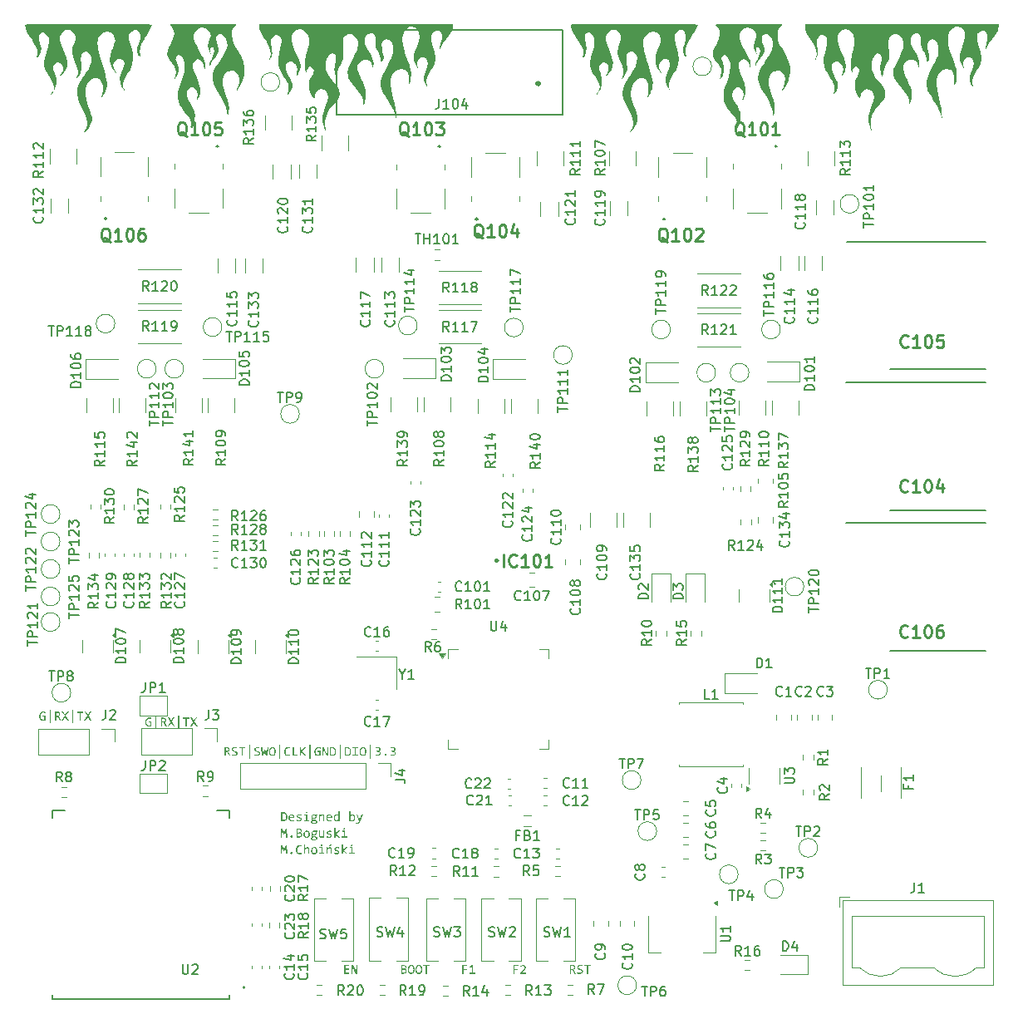
<source format=gbr>
%TF.GenerationSoftware,KiCad,Pcbnew,9.0.1*%
%TF.CreationDate,2025-04-18T15:35:09+02:00*%
%TF.ProjectId,BLDC_DRIVER,424c4443-5f44-4524-9956-45522e6b6963,rev?*%
%TF.SameCoordinates,Original*%
%TF.FileFunction,Legend,Top*%
%TF.FilePolarity,Positive*%
%FSLAX46Y46*%
G04 Gerber Fmt 4.6, Leading zero omitted, Abs format (unit mm)*
G04 Created by KiCad (PCBNEW 9.0.1) date 2025-04-18 15:35:09*
%MOMM*%
%LPD*%
G01*
G04 APERTURE LIST*
%ADD10C,0.100000*%
%ADD11C,0.150000*%
%ADD12C,0.254000*%
%ADD13C,0.000000*%
%ADD14C,0.120000*%
%ADD15C,0.200000*%
%ADD16C,0.400000*%
%ADD17C,0.127000*%
%ADD18C,0.250000*%
G04 APERTURE END LIST*
D10*
G36*
X178030128Y-108343617D02*
G01*
X178089096Y-108356160D01*
X178141343Y-108377346D01*
X178180992Y-108404092D01*
X178212102Y-108438106D01*
X178233565Y-108478342D01*
X178246031Y-108523394D01*
X178250357Y-108574513D01*
X178247228Y-108615456D01*
X178238023Y-108653586D01*
X178222725Y-108689216D01*
X178201448Y-108721364D01*
X178174601Y-108749528D01*
X178141364Y-108774120D01*
X178103494Y-108793268D01*
X178059054Y-108807276D01*
X178093630Y-108824714D01*
X178122923Y-108851973D01*
X178148187Y-108887098D01*
X178176535Y-108936908D01*
X178317951Y-109230000D01*
X178180626Y-109230000D01*
X178047452Y-108946495D01*
X178016678Y-108892639D01*
X177999979Y-108873086D01*
X177982850Y-108858750D01*
X177963929Y-108847968D01*
X177943222Y-108840737D01*
X177895106Y-108835303D01*
X177837709Y-108835303D01*
X177837709Y-109230000D01*
X177716137Y-109230000D01*
X177716137Y-108737606D01*
X177837709Y-108737606D01*
X177936078Y-108737606D01*
X177977885Y-108735017D01*
X178013625Y-108727714D01*
X178046078Y-108715103D01*
X178072365Y-108698222D01*
X178093853Y-108676480D01*
X178109918Y-108650228D01*
X178119809Y-108620301D01*
X178123290Y-108584771D01*
X178117823Y-108538932D01*
X178102738Y-108503970D01*
X178078532Y-108477243D01*
X178046775Y-108458343D01*
X178005627Y-108446082D01*
X177952503Y-108441584D01*
X177837709Y-108441584D01*
X177837709Y-108737606D01*
X177716137Y-108737606D01*
X177716137Y-108339002D01*
X177955251Y-108339002D01*
X178030128Y-108343617D01*
G37*
G36*
X179049947Y-108987344D02*
G01*
X179043205Y-109048114D01*
X179023996Y-109098841D01*
X178993070Y-109142484D01*
X178951578Y-109178464D01*
X178901642Y-109205735D01*
X178839837Y-109226031D01*
X178772737Y-109237641D01*
X178696100Y-109241723D01*
X178625392Y-109238975D01*
X178557737Y-109232137D01*
X178496615Y-109222611D01*
X178444713Y-109210949D01*
X178444713Y-109093285D01*
X178497834Y-109110018D01*
X178559813Y-109123326D01*
X178625861Y-109131358D01*
X178704954Y-109134256D01*
X178761503Y-109131747D01*
X178805033Y-109125036D01*
X178843848Y-109113100D01*
X178872688Y-109097742D01*
X178895670Y-109077343D01*
X178910912Y-109053656D01*
X178919771Y-109026359D01*
X178922880Y-108994183D01*
X178917704Y-108960163D01*
X178902730Y-108932329D01*
X178879967Y-108908532D01*
X178849790Y-108886533D01*
X178815475Y-108867578D01*
X178774991Y-108849591D01*
X178689262Y-108815031D01*
X178603532Y-108776441D01*
X178563470Y-108753444D01*
X178528733Y-108727165D01*
X178499095Y-108696288D01*
X178475793Y-108660486D01*
X178460933Y-108619734D01*
X178455643Y-108569567D01*
X178460359Y-108524357D01*
X178474755Y-108479258D01*
X178498829Y-108437741D01*
X178534167Y-108400307D01*
X178578696Y-108369900D01*
X178637665Y-108344558D01*
X178704271Y-108329048D01*
X178788302Y-108323370D01*
X178837151Y-108325446D01*
X178890457Y-108331247D01*
X178943702Y-108339856D01*
X178992550Y-108350115D01*
X178992550Y-108459658D01*
X178887342Y-108436760D01*
X178835120Y-108430815D01*
X178785554Y-108428883D01*
X178716283Y-108433575D01*
X178666633Y-108445839D01*
X178631864Y-108463688D01*
X178604270Y-108489927D01*
X178588219Y-108520587D01*
X178582711Y-108557233D01*
X178587873Y-108591321D01*
X178602861Y-108619515D01*
X178625631Y-108643632D01*
X178655800Y-108665982D01*
X178690139Y-108685174D01*
X178730600Y-108703229D01*
X178816329Y-108737789D01*
X178902058Y-108776746D01*
X178942086Y-108800121D01*
X178976857Y-108826999D01*
X179006480Y-108858543D01*
X179029797Y-108895081D01*
X179044659Y-108936495D01*
X179049947Y-108987344D01*
G37*
G36*
X179848194Y-108442561D02*
G01*
X179583801Y-108442561D01*
X179583801Y-109230000D01*
X179460886Y-109230000D01*
X179460886Y-108442561D01*
X179196493Y-108442561D01*
X179196493Y-108339002D01*
X179848194Y-108339002D01*
X179848194Y-108442561D01*
G37*
G36*
X172443518Y-108442561D02*
G01*
X172064392Y-108442561D01*
X172064392Y-108729790D01*
X172423674Y-108729790D01*
X172423674Y-108831395D01*
X172064392Y-108831395D01*
X172064392Y-109230000D01*
X171940012Y-109230000D01*
X171940012Y-108339002D01*
X172443518Y-108339002D01*
X172443518Y-108442561D01*
G37*
G36*
X173257458Y-109230000D02*
G01*
X172669321Y-109230000D01*
X172669321Y-109123510D01*
X172900191Y-108893433D01*
X172992393Y-108796224D01*
X173025175Y-108755338D01*
X173047714Y-108721303D01*
X173064720Y-108687365D01*
X173074398Y-108657311D01*
X173081236Y-108592281D01*
X173078978Y-108560048D01*
X173072322Y-108529755D01*
X173060962Y-108501566D01*
X173045027Y-108477426D01*
X173024137Y-108457456D01*
X172997217Y-108441889D01*
X172966029Y-108432341D01*
X172926814Y-108428883D01*
X172872248Y-108435252D01*
X172823682Y-108453918D01*
X172779389Y-108482403D01*
X172738319Y-108518764D01*
X172672740Y-108440484D01*
X172727099Y-108392644D01*
X172789183Y-108355366D01*
X172834196Y-108337984D01*
X172884987Y-108327152D01*
X172942568Y-108323370D01*
X173000231Y-108327976D01*
X173050828Y-108341200D01*
X173096657Y-108363104D01*
X173135153Y-108392491D01*
X173166442Y-108429436D01*
X173190169Y-108474617D01*
X173204592Y-108525272D01*
X173209647Y-108584160D01*
X173206132Y-108634281D01*
X173195969Y-108679293D01*
X173179094Y-108722368D01*
X173154631Y-108766549D01*
X173124285Y-108809634D01*
X173084961Y-108856613D01*
X172985554Y-108958585D01*
X172823682Y-109116671D01*
X173257458Y-109116671D01*
X173257458Y-109230000D01*
G37*
G36*
X167243518Y-108442561D02*
G01*
X166864392Y-108442561D01*
X166864392Y-108729790D01*
X167223674Y-108729790D01*
X167223674Y-108831395D01*
X166864392Y-108831395D01*
X166864392Y-109230000D01*
X166740012Y-109230000D01*
X166740012Y-108339002D01*
X167243518Y-108339002D01*
X167243518Y-108442561D01*
G37*
G36*
X168049947Y-109230000D02*
G01*
X167489105Y-109230000D01*
X167489105Y-109119602D01*
X167718632Y-109119602D01*
X167718632Y-108466008D01*
X167504797Y-108581290D01*
X167461078Y-108479685D01*
X167745254Y-108331186D01*
X167850462Y-108331186D01*
X167850462Y-109119602D01*
X168049947Y-109119602D01*
X168049947Y-109230000D01*
G37*
G36*
X155244862Y-109230000D02*
G01*
X154737325Y-109230000D01*
X154737325Y-108339002D01*
X155244862Y-108339002D01*
X155244862Y-108441584D01*
X154858897Y-108441584D01*
X154858897Y-108717090D01*
X155229841Y-108717090D01*
X155229841Y-108819672D01*
X154858897Y-108819672D01*
X154858897Y-109126441D01*
X155244862Y-109126441D01*
X155244862Y-109230000D01*
G37*
G36*
X156057458Y-109230000D02*
G01*
X155899005Y-109230000D01*
X155638703Y-108674042D01*
X155563538Y-108495317D01*
X155563538Y-108944846D01*
X155563538Y-109230000D01*
X155450148Y-109230000D01*
X155450148Y-108339002D01*
X155606585Y-108339002D01*
X155854553Y-108865772D01*
X155944068Y-109069776D01*
X155944068Y-108592159D01*
X155944068Y-108339002D01*
X156057458Y-108339002D01*
X156057458Y-109230000D01*
G37*
G36*
X160854049Y-108344911D02*
G01*
X160922909Y-108360762D01*
X160974528Y-108384441D01*
X161012522Y-108414920D01*
X161039347Y-108452390D01*
X161056016Y-108498238D01*
X161061959Y-108554851D01*
X161057907Y-108601796D01*
X161046292Y-108642615D01*
X161027459Y-108678438D01*
X161001042Y-108708650D01*
X160964349Y-108734272D01*
X160915047Y-108755130D01*
X160950366Y-108764385D01*
X160983679Y-108778394D01*
X161014251Y-108797259D01*
X161040771Y-108820832D01*
X161062649Y-108848980D01*
X161079727Y-108882442D01*
X161090356Y-108919471D01*
X161094077Y-108962431D01*
X161087603Y-109024151D01*
X161069103Y-109076432D01*
X161039040Y-109121993D01*
X160998089Y-109160207D01*
X160948339Y-109189773D01*
X160886714Y-109212231D01*
X160819366Y-109225366D01*
X160741573Y-109230000D01*
X160507955Y-109230000D01*
X160507955Y-109127418D01*
X160629527Y-109127418D01*
X160757937Y-109127418D01*
X160826865Y-109122274D01*
X160877341Y-109108662D01*
X160913703Y-109088461D01*
X160941325Y-109058890D01*
X160958623Y-109019396D01*
X160964933Y-108966706D01*
X160961255Y-108933836D01*
X160950584Y-108905157D01*
X160933168Y-108880143D01*
X160908879Y-108858995D01*
X160879446Y-108842700D01*
X160842323Y-108829930D01*
X160801670Y-108822365D01*
X160753846Y-108819672D01*
X160629527Y-108819672D01*
X160629527Y-109127418D01*
X160507955Y-109127418D01*
X160507955Y-108718066D01*
X160629527Y-108718066D01*
X160751099Y-108718066D01*
X160791678Y-108715767D01*
X160826570Y-108709274D01*
X160858509Y-108697877D01*
X160884638Y-108682224D01*
X160906191Y-108661695D01*
X160922252Y-108636612D01*
X160932048Y-108607532D01*
X160935563Y-108571399D01*
X160933485Y-108544912D01*
X160927381Y-108520352D01*
X160916213Y-108498190D01*
X160898682Y-108479136D01*
X160875660Y-108464183D01*
X160843300Y-108451720D01*
X160806117Y-108444382D01*
X160755251Y-108441584D01*
X160629527Y-108441584D01*
X160629527Y-108718066D01*
X160507955Y-108718066D01*
X160507955Y-108339002D01*
X160763433Y-108339002D01*
X160854049Y-108344911D01*
G37*
G36*
X161616974Y-108327104D02*
G01*
X161666607Y-108337766D01*
X161710240Y-108354816D01*
X161750419Y-108378782D01*
X161785674Y-108408621D01*
X161816425Y-108444759D01*
X161852683Y-108507984D01*
X161879623Y-108587336D01*
X161895018Y-108674341D01*
X161900505Y-108776746D01*
X161897044Y-108856795D01*
X161887305Y-108925621D01*
X161872112Y-108984658D01*
X161850165Y-109041493D01*
X161824582Y-109089313D01*
X161795603Y-109129249D01*
X161761273Y-109164418D01*
X161723811Y-109192515D01*
X161682885Y-109214063D01*
X161616729Y-109234773D01*
X161546659Y-109241723D01*
X161489941Y-109238030D01*
X161440306Y-109227488D01*
X161396693Y-109210643D01*
X161356563Y-109186824D01*
X161321413Y-109156993D01*
X161290814Y-109120701D01*
X161254906Y-109057146D01*
X161228288Y-108977452D01*
X161213213Y-108890066D01*
X161207833Y-108787004D01*
X161208121Y-108780287D01*
X161334167Y-108780287D01*
X161337379Y-108857836D01*
X161346441Y-108925062D01*
X161362797Y-108987306D01*
X161385092Y-109037292D01*
X161415623Y-109079375D01*
X161453053Y-109110198D01*
X161497846Y-109129408D01*
X161553497Y-109136210D01*
X161607757Y-109129040D01*
X161652477Y-109108489D01*
X161690130Y-109076213D01*
X161721170Y-109033201D01*
X161744214Y-108982820D01*
X161761104Y-108922009D01*
X161770768Y-108857045D01*
X161774110Y-108785783D01*
X161770984Y-108708827D01*
X161762142Y-108641741D01*
X161746038Y-108579438D01*
X161723551Y-108529145D01*
X161692686Y-108486774D01*
X161654919Y-108455872D01*
X161609735Y-108436669D01*
X161553497Y-108429860D01*
X161499232Y-108437041D01*
X161454762Y-108457581D01*
X161417484Y-108489843D01*
X161386802Y-108532869D01*
X161364038Y-108583269D01*
X161347173Y-108644427D01*
X161337497Y-108709580D01*
X161334167Y-108780287D01*
X161208121Y-108780287D01*
X161211231Y-108707858D01*
X161220813Y-108639471D01*
X161235799Y-108580497D01*
X161257570Y-108523629D01*
X161283053Y-108475791D01*
X161312002Y-108435844D01*
X161346356Y-108400649D01*
X161383700Y-108372579D01*
X161424354Y-108351092D01*
X161490252Y-108330341D01*
X161560275Y-108323370D01*
X161616974Y-108327104D01*
G37*
G36*
X162385850Y-108327104D02*
G01*
X162435484Y-108337766D01*
X162479117Y-108354816D01*
X162519296Y-108378782D01*
X162554550Y-108408621D01*
X162585301Y-108444759D01*
X162621559Y-108507984D01*
X162648499Y-108587336D01*
X162663894Y-108674341D01*
X162669382Y-108776746D01*
X162665920Y-108856795D01*
X162656182Y-108925621D01*
X162640989Y-108984658D01*
X162619041Y-109041493D01*
X162593458Y-109089313D01*
X162564480Y-109129249D01*
X162530149Y-109164418D01*
X162492687Y-109192515D01*
X162451762Y-109214063D01*
X162385605Y-109234773D01*
X162315535Y-109241723D01*
X162258818Y-109238030D01*
X162209182Y-109227488D01*
X162165570Y-109210643D01*
X162125439Y-109186824D01*
X162090290Y-109156993D01*
X162059691Y-109120701D01*
X162023782Y-109057146D01*
X161997165Y-108977452D01*
X161982090Y-108890066D01*
X161976709Y-108787004D01*
X161976997Y-108780287D01*
X162103044Y-108780287D01*
X162106255Y-108857836D01*
X162115317Y-108925062D01*
X162131674Y-108987306D01*
X162153968Y-109037292D01*
X162184499Y-109079375D01*
X162221929Y-109110198D01*
X162266722Y-109129408D01*
X162322374Y-109136210D01*
X162376633Y-109129040D01*
X162421353Y-109108489D01*
X162459006Y-109076213D01*
X162490047Y-109033201D01*
X162513091Y-108982820D01*
X162529980Y-108922009D01*
X162539645Y-108857045D01*
X162542986Y-108785783D01*
X162539860Y-108708827D01*
X162531018Y-108641741D01*
X162514915Y-108579438D01*
X162492428Y-108529145D01*
X162461562Y-108486774D01*
X162423796Y-108455872D01*
X162378612Y-108436669D01*
X162322374Y-108429860D01*
X162268108Y-108437041D01*
X162223639Y-108457581D01*
X162186360Y-108489843D01*
X162155678Y-108532869D01*
X162132915Y-108583269D01*
X162116050Y-108644427D01*
X162106373Y-108709580D01*
X162103044Y-108780287D01*
X161976997Y-108780287D01*
X161980108Y-108707858D01*
X161989690Y-108639471D01*
X162004675Y-108580497D01*
X162026447Y-108523629D01*
X162051929Y-108475791D01*
X162080879Y-108435844D01*
X162115232Y-108400649D01*
X162152576Y-108372579D01*
X162193230Y-108351092D01*
X162259128Y-108330341D01*
X162329152Y-108323370D01*
X162385850Y-108327104D01*
G37*
G36*
X163417070Y-108442561D02*
G01*
X163152677Y-108442561D01*
X163152677Y-109230000D01*
X163029762Y-109230000D01*
X163029762Y-108442561D01*
X162765369Y-108442561D01*
X162765369Y-108339002D01*
X163417070Y-108339002D01*
X163417070Y-108442561D01*
G37*
G36*
X135087238Y-83287502D02*
G01*
X135036475Y-83264332D01*
X134984717Y-83247141D01*
X134930688Y-83236498D01*
X134869984Y-83232792D01*
X134801671Y-83239371D01*
X134743588Y-83258132D01*
X134692515Y-83288710D01*
X134650348Y-83329573D01*
X134617342Y-83379495D01*
X134592280Y-83440643D01*
X134577350Y-83507722D01*
X134572130Y-83584196D01*
X134576438Y-83663915D01*
X134588494Y-83731230D01*
X134610031Y-83792296D01*
X134639724Y-83841262D01*
X134679227Y-83880921D01*
X134728872Y-83910322D01*
X134786561Y-83927893D01*
X134859054Y-83934257D01*
X134887081Y-83932914D01*
X134917123Y-83929128D01*
X134946127Y-83923327D01*
X134971100Y-83915817D01*
X134971100Y-83631396D01*
X134788712Y-83631396D01*
X134788712Y-83530768D01*
X135091329Y-83530768D01*
X135091329Y-83987685D01*
X135032222Y-84010950D01*
X134968658Y-84028047D01*
X134904117Y-84038305D01*
X134841957Y-84041724D01*
X134781465Y-84038368D01*
X134726712Y-84028669D01*
X134676971Y-84013026D01*
X134630161Y-83990606D01*
X134588678Y-83962288D01*
X134551980Y-83927846D01*
X134520930Y-83888151D01*
X134494470Y-83841622D01*
X134472723Y-83787345D01*
X134457821Y-83730639D01*
X134448383Y-83666030D01*
X134445062Y-83592439D01*
X134448686Y-83519514D01*
X134459102Y-83454068D01*
X134475776Y-83395213D01*
X134499602Y-83338966D01*
X134528442Y-83289993D01*
X134562238Y-83247507D01*
X134601764Y-83210410D01*
X134646223Y-83179717D01*
X134696144Y-83155184D01*
X134749145Y-83137747D01*
X134806422Y-83127044D01*
X134868640Y-83123371D01*
X134927867Y-83125989D01*
X134983007Y-83133629D01*
X135036304Y-83146961D01*
X135087238Y-83166358D01*
X135087238Y-83287502D01*
G37*
G36*
X135609490Y-84311367D02*
G01*
X135497444Y-84311367D01*
X135497444Y-82912345D01*
X135609490Y-82912345D01*
X135609490Y-84311367D01*
G37*
G36*
X136367881Y-83143618D02*
G01*
X136426849Y-83156161D01*
X136479096Y-83177347D01*
X136518745Y-83204093D01*
X136549855Y-83238107D01*
X136571318Y-83278343D01*
X136583784Y-83323395D01*
X136588110Y-83374514D01*
X136584981Y-83415457D01*
X136575776Y-83453587D01*
X136560478Y-83489217D01*
X136539200Y-83521365D01*
X136512354Y-83549529D01*
X136479117Y-83574121D01*
X136441247Y-83593269D01*
X136396807Y-83607277D01*
X136431383Y-83624715D01*
X136460676Y-83651974D01*
X136485940Y-83687099D01*
X136514288Y-83736909D01*
X136655704Y-84030000D01*
X136518379Y-84030000D01*
X136385205Y-83746496D01*
X136354431Y-83692640D01*
X136337732Y-83673087D01*
X136320603Y-83658751D01*
X136301682Y-83647969D01*
X136280975Y-83640738D01*
X136232859Y-83635304D01*
X136175462Y-83635304D01*
X136175462Y-84030000D01*
X136053890Y-84030000D01*
X136053890Y-83537607D01*
X136175462Y-83537607D01*
X136273831Y-83537607D01*
X136315638Y-83535018D01*
X136351378Y-83527715D01*
X136383831Y-83515104D01*
X136410118Y-83498223D01*
X136431606Y-83476481D01*
X136447670Y-83450229D01*
X136457562Y-83420302D01*
X136461043Y-83384772D01*
X136455576Y-83338933D01*
X136440491Y-83303971D01*
X136416285Y-83277244D01*
X136384528Y-83258344D01*
X136343380Y-83246083D01*
X136290256Y-83241585D01*
X136175462Y-83241585D01*
X136175462Y-83537607D01*
X136053890Y-83537607D01*
X136053890Y-83139003D01*
X136293004Y-83139003D01*
X136367881Y-83143618D01*
G37*
G36*
X137459446Y-84030000D02*
G01*
X137305696Y-84030000D01*
X137088503Y-83669315D01*
X136870577Y-84030000D01*
X136718902Y-84030000D01*
X137016085Y-83574610D01*
X136742838Y-83139003D01*
X136887002Y-83139003D01*
X137091250Y-83475081D01*
X137296842Y-83139003D01*
X137436854Y-83139003D01*
X137162936Y-83569175D01*
X137459446Y-84030000D01*
G37*
G36*
X137916120Y-84311367D02*
G01*
X137804073Y-84311367D01*
X137804073Y-82912345D01*
X137916120Y-82912345D01*
X137916120Y-84311367D01*
G37*
G36*
X138954823Y-83242562D02*
G01*
X138690430Y-83242562D01*
X138690430Y-84030000D01*
X138567515Y-84030000D01*
X138567515Y-83242562D01*
X138303122Y-83242562D01*
X138303122Y-83139003D01*
X138954823Y-83139003D01*
X138954823Y-83242562D01*
G37*
G36*
X139766076Y-84030000D02*
G01*
X139612325Y-84030000D01*
X139395132Y-83669315D01*
X139177206Y-84030000D01*
X139025532Y-84030000D01*
X139322714Y-83574610D01*
X139049467Y-83139003D01*
X139193632Y-83139003D01*
X139397880Y-83475081D01*
X139603471Y-83139003D01*
X139743483Y-83139003D01*
X139469565Y-83569175D01*
X139766076Y-84030000D01*
G37*
G36*
X124287238Y-82687501D02*
G01*
X124236475Y-82664331D01*
X124184717Y-82647140D01*
X124130688Y-82636497D01*
X124069984Y-82632791D01*
X124001671Y-82639370D01*
X123943588Y-82658131D01*
X123892515Y-82688709D01*
X123850348Y-82729572D01*
X123817342Y-82779494D01*
X123792280Y-82840642D01*
X123777350Y-82907721D01*
X123772130Y-82984195D01*
X123776438Y-83063914D01*
X123788494Y-83131229D01*
X123810031Y-83192295D01*
X123839724Y-83241261D01*
X123879227Y-83280920D01*
X123928872Y-83310321D01*
X123986561Y-83327892D01*
X124059054Y-83334256D01*
X124087081Y-83332913D01*
X124117123Y-83329127D01*
X124146127Y-83323326D01*
X124171100Y-83315816D01*
X124171100Y-83031395D01*
X123988712Y-83031395D01*
X123988712Y-82930767D01*
X124291329Y-82930767D01*
X124291329Y-83387684D01*
X124232222Y-83410949D01*
X124168658Y-83428046D01*
X124104117Y-83438304D01*
X124041957Y-83441723D01*
X123981465Y-83438367D01*
X123926712Y-83428668D01*
X123876971Y-83413025D01*
X123830161Y-83390605D01*
X123788678Y-83362287D01*
X123751980Y-83327845D01*
X123720930Y-83288150D01*
X123694470Y-83241621D01*
X123672723Y-83187344D01*
X123657821Y-83130638D01*
X123648383Y-83066029D01*
X123645062Y-82992438D01*
X123648686Y-82919513D01*
X123659102Y-82854067D01*
X123675776Y-82795212D01*
X123699602Y-82738965D01*
X123728442Y-82689992D01*
X123762238Y-82647506D01*
X123801764Y-82610409D01*
X123846223Y-82579716D01*
X123896144Y-82555183D01*
X123949145Y-82537746D01*
X124006422Y-82527043D01*
X124068640Y-82523370D01*
X124127867Y-82525988D01*
X124183007Y-82533628D01*
X124236304Y-82546960D01*
X124287238Y-82566357D01*
X124287238Y-82687501D01*
G37*
G36*
X124809490Y-83711367D02*
G01*
X124697444Y-83711367D01*
X124697444Y-82312344D01*
X124809490Y-82312344D01*
X124809490Y-83711367D01*
G37*
G36*
X125567881Y-82543617D02*
G01*
X125626849Y-82556160D01*
X125679096Y-82577346D01*
X125718745Y-82604092D01*
X125749855Y-82638106D01*
X125771318Y-82678342D01*
X125783784Y-82723394D01*
X125788110Y-82774513D01*
X125784981Y-82815456D01*
X125775776Y-82853586D01*
X125760478Y-82889216D01*
X125739200Y-82921364D01*
X125712354Y-82949528D01*
X125679117Y-82974120D01*
X125641247Y-82993268D01*
X125596807Y-83007276D01*
X125631383Y-83024714D01*
X125660676Y-83051973D01*
X125685940Y-83087098D01*
X125714288Y-83136908D01*
X125855704Y-83430000D01*
X125718379Y-83430000D01*
X125585205Y-83146495D01*
X125554431Y-83092639D01*
X125537732Y-83073086D01*
X125520603Y-83058750D01*
X125501682Y-83047968D01*
X125480975Y-83040737D01*
X125432859Y-83035303D01*
X125375462Y-83035303D01*
X125375462Y-83430000D01*
X125253890Y-83430000D01*
X125253890Y-82937606D01*
X125375462Y-82937606D01*
X125473831Y-82937606D01*
X125515638Y-82935017D01*
X125551378Y-82927714D01*
X125583831Y-82915103D01*
X125610118Y-82898222D01*
X125631606Y-82876480D01*
X125647670Y-82850228D01*
X125657562Y-82820301D01*
X125661043Y-82784771D01*
X125655576Y-82738932D01*
X125640491Y-82703970D01*
X125616285Y-82677243D01*
X125584528Y-82658343D01*
X125543380Y-82646082D01*
X125490256Y-82641584D01*
X125375462Y-82641584D01*
X125375462Y-82937606D01*
X125253890Y-82937606D01*
X125253890Y-82539002D01*
X125493004Y-82539002D01*
X125567881Y-82543617D01*
G37*
G36*
X126659446Y-83430000D02*
G01*
X126505696Y-83430000D01*
X126288503Y-83069314D01*
X126070577Y-83430000D01*
X125918902Y-83430000D01*
X126216085Y-82974609D01*
X125942838Y-82539002D01*
X126087002Y-82539002D01*
X126291250Y-82875080D01*
X126496842Y-82539002D01*
X126636854Y-82539002D01*
X126362936Y-82969174D01*
X126659446Y-83430000D01*
G37*
G36*
X127116120Y-83711367D02*
G01*
X127004073Y-83711367D01*
X127004073Y-82312344D01*
X127116120Y-82312344D01*
X127116120Y-83711367D01*
G37*
G36*
X128154823Y-82642561D02*
G01*
X127890430Y-82642561D01*
X127890430Y-83430000D01*
X127767515Y-83430000D01*
X127767515Y-82642561D01*
X127503122Y-82642561D01*
X127503122Y-82539002D01*
X128154823Y-82539002D01*
X128154823Y-82642561D01*
G37*
G36*
X128966076Y-83430000D02*
G01*
X128812325Y-83430000D01*
X128595132Y-83069314D01*
X128377206Y-83430000D01*
X128225532Y-83430000D01*
X128522714Y-82974609D01*
X128249467Y-82539002D01*
X128393632Y-82539002D01*
X128597880Y-82875080D01*
X128803471Y-82539002D01*
X128943483Y-82539002D01*
X128669565Y-82969174D01*
X128966076Y-83430000D01*
G37*
G36*
X142830128Y-86143617D02*
G01*
X142889096Y-86156160D01*
X142941343Y-86177346D01*
X142980992Y-86204092D01*
X143012102Y-86238106D01*
X143033565Y-86278342D01*
X143046031Y-86323394D01*
X143050357Y-86374513D01*
X143047228Y-86415456D01*
X143038023Y-86453586D01*
X143022725Y-86489216D01*
X143001448Y-86521364D01*
X142974601Y-86549528D01*
X142941364Y-86574120D01*
X142903494Y-86593268D01*
X142859054Y-86607276D01*
X142893630Y-86624714D01*
X142922923Y-86651973D01*
X142948187Y-86687098D01*
X142976535Y-86736908D01*
X143117951Y-87030000D01*
X142980626Y-87030000D01*
X142847452Y-86746495D01*
X142816678Y-86692639D01*
X142799979Y-86673086D01*
X142782850Y-86658750D01*
X142763929Y-86647968D01*
X142743222Y-86640737D01*
X142695106Y-86635303D01*
X142637709Y-86635303D01*
X142637709Y-87030000D01*
X142516137Y-87030000D01*
X142516137Y-86537606D01*
X142637709Y-86537606D01*
X142736078Y-86537606D01*
X142777885Y-86535017D01*
X142813625Y-86527714D01*
X142846078Y-86515103D01*
X142872365Y-86498222D01*
X142893853Y-86476480D01*
X142909918Y-86450228D01*
X142919809Y-86420301D01*
X142923290Y-86384771D01*
X142917823Y-86338932D01*
X142902738Y-86303970D01*
X142878532Y-86277243D01*
X142846775Y-86258343D01*
X142805627Y-86246082D01*
X142752503Y-86241584D01*
X142637709Y-86241584D01*
X142637709Y-86537606D01*
X142516137Y-86537606D01*
X142516137Y-86139002D01*
X142755251Y-86139002D01*
X142830128Y-86143617D01*
G37*
G36*
X143849947Y-86787344D02*
G01*
X143843205Y-86848114D01*
X143823996Y-86898841D01*
X143793070Y-86942484D01*
X143751578Y-86978464D01*
X143701642Y-87005735D01*
X143639837Y-87026031D01*
X143572737Y-87037641D01*
X143496100Y-87041723D01*
X143425392Y-87038975D01*
X143357737Y-87032137D01*
X143296615Y-87022611D01*
X143244713Y-87010949D01*
X143244713Y-86893285D01*
X143297834Y-86910018D01*
X143359813Y-86923326D01*
X143425861Y-86931358D01*
X143504954Y-86934256D01*
X143561503Y-86931747D01*
X143605033Y-86925036D01*
X143643848Y-86913100D01*
X143672688Y-86897742D01*
X143695670Y-86877343D01*
X143710912Y-86853656D01*
X143719771Y-86826359D01*
X143722880Y-86794183D01*
X143717704Y-86760163D01*
X143702730Y-86732329D01*
X143679967Y-86708532D01*
X143649790Y-86686533D01*
X143615475Y-86667578D01*
X143574991Y-86649591D01*
X143489262Y-86615031D01*
X143403532Y-86576441D01*
X143363470Y-86553444D01*
X143328733Y-86527165D01*
X143299095Y-86496288D01*
X143275793Y-86460486D01*
X143260933Y-86419734D01*
X143255643Y-86369567D01*
X143260359Y-86324357D01*
X143274755Y-86279258D01*
X143298829Y-86237741D01*
X143334167Y-86200307D01*
X143378696Y-86169900D01*
X143437665Y-86144558D01*
X143504271Y-86129048D01*
X143588302Y-86123370D01*
X143637151Y-86125446D01*
X143690457Y-86131247D01*
X143743702Y-86139856D01*
X143792550Y-86150115D01*
X143792550Y-86259658D01*
X143687342Y-86236760D01*
X143635120Y-86230815D01*
X143585554Y-86228883D01*
X143516283Y-86233575D01*
X143466633Y-86245839D01*
X143431864Y-86263688D01*
X143404270Y-86289927D01*
X143388219Y-86320587D01*
X143382711Y-86357233D01*
X143387873Y-86391321D01*
X143402861Y-86419515D01*
X143425631Y-86443632D01*
X143455800Y-86465982D01*
X143490139Y-86485174D01*
X143530600Y-86503229D01*
X143616329Y-86537789D01*
X143702058Y-86576746D01*
X143742086Y-86600121D01*
X143776857Y-86626999D01*
X143806480Y-86658543D01*
X143829797Y-86695081D01*
X143844659Y-86736495D01*
X143849947Y-86787344D01*
G37*
G36*
X144648194Y-86242561D02*
G01*
X144383801Y-86242561D01*
X144383801Y-87030000D01*
X144260886Y-87030000D01*
X144260886Y-86242561D01*
X143996493Y-86242561D01*
X143996493Y-86139002D01*
X144648194Y-86139002D01*
X144648194Y-86242561D01*
G37*
G36*
X145147243Y-87311367D02*
G01*
X145035197Y-87311367D01*
X145035197Y-85912344D01*
X145147243Y-85912344D01*
X145147243Y-87311367D01*
G37*
G36*
X146156577Y-86787344D02*
G01*
X146149834Y-86848114D01*
X146130626Y-86898841D01*
X146099699Y-86942484D01*
X146058208Y-86978464D01*
X146008271Y-87005735D01*
X145946467Y-87026031D01*
X145879367Y-87037641D01*
X145802730Y-87041723D01*
X145732021Y-87038975D01*
X145664366Y-87032137D01*
X145603244Y-87022611D01*
X145551343Y-87010949D01*
X145551343Y-86893285D01*
X145604463Y-86910018D01*
X145666442Y-86923326D01*
X145732491Y-86931358D01*
X145811584Y-86934256D01*
X145868132Y-86931747D01*
X145911662Y-86925036D01*
X145950478Y-86913100D01*
X145979317Y-86897742D01*
X146002299Y-86877343D01*
X146017541Y-86853656D01*
X146026400Y-86826359D01*
X146029509Y-86794183D01*
X146024333Y-86760163D01*
X146009359Y-86732329D01*
X145986597Y-86708532D01*
X145956420Y-86686533D01*
X145922105Y-86667578D01*
X145881620Y-86649591D01*
X145795891Y-86615031D01*
X145710162Y-86576441D01*
X145670100Y-86553444D01*
X145635362Y-86527165D01*
X145605725Y-86496288D01*
X145582423Y-86460486D01*
X145567562Y-86419734D01*
X145562273Y-86369567D01*
X145566988Y-86324357D01*
X145581385Y-86279258D01*
X145605458Y-86237741D01*
X145640797Y-86200307D01*
X145685325Y-86169900D01*
X145744295Y-86144558D01*
X145810900Y-86129048D01*
X145894931Y-86123370D01*
X145943780Y-86125446D01*
X145997086Y-86131247D01*
X146050331Y-86139856D01*
X146099180Y-86150115D01*
X146099180Y-86259658D01*
X145993972Y-86236760D01*
X145941750Y-86230815D01*
X145892184Y-86228883D01*
X145822912Y-86233575D01*
X145773263Y-86245839D01*
X145738494Y-86263688D01*
X145710899Y-86289927D01*
X145694848Y-86320587D01*
X145689340Y-86357233D01*
X145694502Y-86391321D01*
X145709490Y-86419515D01*
X145732261Y-86443632D01*
X145762430Y-86465982D01*
X145796768Y-86485174D01*
X145837229Y-86503229D01*
X145922958Y-86537789D01*
X146008688Y-86576746D01*
X146048716Y-86600121D01*
X146083487Y-86626999D01*
X146113110Y-86658543D01*
X146136427Y-86695081D01*
X146151289Y-86736495D01*
X146156577Y-86787344D01*
G37*
G36*
X146982850Y-86139002D02*
G01*
X146922705Y-87030000D01*
X146764924Y-87030000D01*
X146654282Y-86713155D01*
X146623508Y-86611612D01*
X146591390Y-86721338D01*
X146488930Y-87030000D01*
X146336584Y-87030000D01*
X146275095Y-86139002D01*
X146389890Y-86139002D01*
X146424755Y-86745151D01*
X146434952Y-86911420D01*
X146478000Y-86770369D01*
X146585956Y-86439909D01*
X146669975Y-86439909D01*
X146794295Y-86794244D01*
X146835938Y-86911420D01*
X146838686Y-86788810D01*
X146874223Y-86139002D01*
X146982850Y-86139002D01*
G37*
G36*
X147461356Y-86127104D02*
G01*
X147510990Y-86137766D01*
X147554623Y-86154816D01*
X147594801Y-86178782D01*
X147630056Y-86208621D01*
X147660807Y-86244759D01*
X147697065Y-86307984D01*
X147724005Y-86387336D01*
X147739400Y-86474341D01*
X147744888Y-86576746D01*
X147741426Y-86656795D01*
X147731688Y-86725621D01*
X147716495Y-86784658D01*
X147694547Y-86841493D01*
X147668964Y-86889313D01*
X147639986Y-86929249D01*
X147605655Y-86964418D01*
X147568193Y-86992515D01*
X147527267Y-87014063D01*
X147461111Y-87034773D01*
X147391041Y-87041723D01*
X147334324Y-87038030D01*
X147284688Y-87027488D01*
X147241076Y-87010643D01*
X147200945Y-86986824D01*
X147165796Y-86956993D01*
X147135197Y-86920701D01*
X147099288Y-86857146D01*
X147072670Y-86777452D01*
X147057596Y-86690066D01*
X147052215Y-86587004D01*
X147052503Y-86580287D01*
X147178550Y-86580287D01*
X147181761Y-86657836D01*
X147190823Y-86725062D01*
X147207180Y-86787306D01*
X147229474Y-86837292D01*
X147260005Y-86879375D01*
X147297435Y-86910198D01*
X147342228Y-86929408D01*
X147397880Y-86936210D01*
X147452139Y-86929040D01*
X147496859Y-86908489D01*
X147534512Y-86876213D01*
X147565553Y-86833201D01*
X147588597Y-86782820D01*
X147605486Y-86722009D01*
X147615151Y-86657045D01*
X147618492Y-86585783D01*
X147615366Y-86508827D01*
X147606524Y-86441741D01*
X147590421Y-86379438D01*
X147567934Y-86329145D01*
X147537068Y-86286774D01*
X147499302Y-86255872D01*
X147454118Y-86236669D01*
X147397880Y-86229860D01*
X147343614Y-86237041D01*
X147299145Y-86257581D01*
X147261866Y-86289843D01*
X147231184Y-86332869D01*
X147208421Y-86383269D01*
X147191556Y-86444427D01*
X147181879Y-86509580D01*
X147178550Y-86580287D01*
X147052503Y-86580287D01*
X147055614Y-86507858D01*
X147065196Y-86439471D01*
X147080181Y-86380497D01*
X147101953Y-86323629D01*
X147127435Y-86275791D01*
X147156385Y-86235844D01*
X147190738Y-86200649D01*
X147228082Y-86172579D01*
X147268736Y-86151092D01*
X147334634Y-86130341D01*
X147404658Y-86123370D01*
X147461356Y-86127104D01*
G37*
G36*
X148222749Y-87311367D02*
G01*
X148110703Y-87311367D01*
X148110703Y-85912344D01*
X148222749Y-85912344D01*
X148222749Y-87311367D01*
G37*
G36*
X149230739Y-86997759D02*
G01*
X149158141Y-87022169D01*
X149083426Y-87036804D01*
X149005975Y-87041723D01*
X148929666Y-87036641D01*
X148863922Y-87022225D01*
X148807106Y-86999330D01*
X148757877Y-86968249D01*
X148715265Y-86928700D01*
X148680964Y-86882779D01*
X148653172Y-86828005D01*
X148632160Y-86762919D01*
X148618664Y-86685734D01*
X148613843Y-86594392D01*
X148617135Y-86523306D01*
X148626629Y-86458909D01*
X148641870Y-86400464D01*
X148663780Y-86344313D01*
X148690463Y-86295536D01*
X148721798Y-86253307D01*
X148758814Y-86216093D01*
X148800544Y-86185109D01*
X148847461Y-86160068D01*
X148897637Y-86142129D01*
X148952496Y-86131085D01*
X149012814Y-86127278D01*
X149073732Y-86130073D01*
X149128218Y-86138086D01*
X149180540Y-86151791D01*
X149230739Y-86171242D01*
X149230739Y-86290432D01*
X149181175Y-86266850D01*
X149130294Y-86249766D01*
X149076946Y-86239352D01*
X149016905Y-86235722D01*
X148956258Y-86241780D01*
X148903148Y-86259291D01*
X148856221Y-86288030D01*
X148816748Y-86327557D01*
X148785877Y-86376086D01*
X148762098Y-86436734D01*
X148748020Y-86503809D01*
X148742986Y-86583829D01*
X148748234Y-86672166D01*
X148762633Y-86743235D01*
X148784622Y-86800076D01*
X148813328Y-86845230D01*
X148851554Y-86882949D01*
X148897511Y-86910152D01*
X148952777Y-86927211D01*
X149019652Y-86933279D01*
X149076165Y-86929891D01*
X149129562Y-86919907D01*
X149181187Y-86903858D01*
X149230739Y-86882477D01*
X149230739Y-86997759D01*
G37*
G36*
X149992777Y-87030000D02*
G01*
X149479073Y-87030000D01*
X149479073Y-86139002D01*
X149602721Y-86139002D01*
X149602721Y-86926441D01*
X149992777Y-86926441D01*
X149992777Y-87030000D01*
G37*
G36*
X150803968Y-87030000D02*
G01*
X150650950Y-87030000D01*
X150316948Y-86593049D01*
X150316948Y-87030000D01*
X150195315Y-87030000D01*
X150195315Y-86139002D01*
X150316948Y-86139002D01*
X150316948Y-86552810D01*
X150644112Y-86139002D01*
X150788276Y-86139002D01*
X150435772Y-86562336D01*
X150803968Y-87030000D01*
G37*
G36*
X151298255Y-87311367D02*
G01*
X151186209Y-87311367D01*
X151186209Y-85912344D01*
X151298255Y-85912344D01*
X151298255Y-87311367D01*
G37*
G36*
X152313756Y-86287501D02*
G01*
X152262993Y-86264331D01*
X152211235Y-86247140D01*
X152157206Y-86236497D01*
X152096502Y-86232791D01*
X152028189Y-86239370D01*
X151970106Y-86258131D01*
X151919033Y-86288709D01*
X151876866Y-86329572D01*
X151843860Y-86379494D01*
X151818797Y-86440642D01*
X151803868Y-86507721D01*
X151798647Y-86584195D01*
X151802956Y-86663914D01*
X151815012Y-86731229D01*
X151836549Y-86792295D01*
X151866242Y-86841261D01*
X151905745Y-86880920D01*
X151955390Y-86910321D01*
X152013078Y-86927892D01*
X152085572Y-86934256D01*
X152113599Y-86932913D01*
X152143640Y-86929127D01*
X152172644Y-86923326D01*
X152197618Y-86915816D01*
X152197618Y-86631395D01*
X152015230Y-86631395D01*
X152015230Y-86530767D01*
X152317847Y-86530767D01*
X152317847Y-86987684D01*
X152258740Y-87010949D01*
X152195176Y-87028046D01*
X152130635Y-87038304D01*
X152068475Y-87041723D01*
X152007983Y-87038367D01*
X151953230Y-87028668D01*
X151903489Y-87013025D01*
X151856679Y-86990605D01*
X151815195Y-86962287D01*
X151778497Y-86927845D01*
X151747448Y-86888150D01*
X151720988Y-86841621D01*
X151699241Y-86787344D01*
X151684339Y-86730638D01*
X151674901Y-86666029D01*
X151671580Y-86592438D01*
X151675204Y-86519513D01*
X151685619Y-86454067D01*
X151702294Y-86395212D01*
X151726120Y-86338965D01*
X151754960Y-86289992D01*
X151788756Y-86247506D01*
X151828282Y-86210409D01*
X151872741Y-86179716D01*
X151922662Y-86155183D01*
X151975663Y-86137746D01*
X152032940Y-86127043D01*
X152095158Y-86123370D01*
X152154385Y-86125988D01*
X152209525Y-86133628D01*
X152262821Y-86146960D01*
X152313756Y-86166357D01*
X152313756Y-86287501D01*
G37*
G36*
X153083975Y-87030000D02*
G01*
X152925523Y-87030000D01*
X152665221Y-86474042D01*
X152590055Y-86295317D01*
X152590055Y-86744846D01*
X152590055Y-87030000D01*
X152476666Y-87030000D01*
X152476666Y-86139002D01*
X152633103Y-86139002D01*
X152881071Y-86665772D01*
X152970586Y-86869776D01*
X152970586Y-86392159D01*
X152970586Y-86139002D01*
X153083975Y-86139002D01*
X153083975Y-87030000D01*
G37*
G36*
X153554687Y-86144061D02*
G01*
X153626795Y-86158225D01*
X153687389Y-86180332D01*
X153738245Y-86209748D01*
X153780739Y-86246407D01*
X153815400Y-86290216D01*
X153843530Y-86343184D01*
X153864865Y-86406883D01*
X153878628Y-86483269D01*
X153883565Y-86574609D01*
X153881046Y-86637921D01*
X153873674Y-86697341D01*
X153860638Y-86754434D01*
X153841922Y-86806395D01*
X153816752Y-86854636D01*
X153785197Y-86898108D01*
X153746869Y-86936004D01*
X153699834Y-86968633D01*
X153646386Y-86994158D01*
X153582292Y-87014002D01*
X153512896Y-87025772D01*
X153430006Y-87030000D01*
X153238703Y-87030000D01*
X153238703Y-86924487D01*
X153360336Y-86924487D01*
X153451195Y-86924487D01*
X153525791Y-86918631D01*
X153586628Y-86902354D01*
X153636316Y-86876866D01*
X153676817Y-86842349D01*
X153709280Y-86797939D01*
X153733916Y-86741820D01*
X153749977Y-86671384D01*
X153755826Y-86583401D01*
X153750982Y-86492552D01*
X153738058Y-86423422D01*
X153714951Y-86362828D01*
X153684141Y-86317848D01*
X153643669Y-86283434D01*
X153593283Y-86259658D01*
X153535911Y-86246397D01*
X153464872Y-86241584D01*
X153360336Y-86241584D01*
X153360336Y-86924487D01*
X153238703Y-86924487D01*
X153238703Y-86139002D01*
X153468963Y-86139002D01*
X153554687Y-86144061D01*
G37*
G36*
X154373761Y-87311367D02*
G01*
X154261714Y-87311367D01*
X154261714Y-85912344D01*
X154373761Y-85912344D01*
X154373761Y-87311367D01*
G37*
G36*
X155092440Y-86144061D02*
G01*
X155164548Y-86158225D01*
X155225142Y-86180332D01*
X155275997Y-86209748D01*
X155318492Y-86246407D01*
X155353153Y-86290216D01*
X155381282Y-86343184D01*
X155402618Y-86406883D01*
X155416381Y-86483269D01*
X155421318Y-86574609D01*
X155418799Y-86637921D01*
X155411427Y-86697341D01*
X155398391Y-86754434D01*
X155379675Y-86806395D01*
X155354505Y-86854636D01*
X155322950Y-86898108D01*
X155284622Y-86936004D01*
X155237587Y-86968633D01*
X155184139Y-86994158D01*
X155120045Y-87014002D01*
X155050649Y-87025772D01*
X154967759Y-87030000D01*
X154776456Y-87030000D01*
X154776456Y-86924487D01*
X154898089Y-86924487D01*
X154988948Y-86924487D01*
X155063544Y-86918631D01*
X155124381Y-86902354D01*
X155174069Y-86876866D01*
X155214570Y-86842349D01*
X155247033Y-86797939D01*
X155271668Y-86741820D01*
X155287730Y-86671384D01*
X155293579Y-86583401D01*
X155288734Y-86492552D01*
X155275811Y-86423422D01*
X155252704Y-86362828D01*
X155221894Y-86317848D01*
X155181422Y-86283434D01*
X155131036Y-86259658D01*
X155073664Y-86246397D01*
X155002625Y-86241584D01*
X154898089Y-86241584D01*
X154898089Y-86924487D01*
X154776456Y-86924487D01*
X154776456Y-86139002D01*
X155006716Y-86139002D01*
X155092440Y-86144061D01*
G37*
G36*
X155794033Y-86241584D02*
G01*
X155588381Y-86241584D01*
X155588381Y-86139002D01*
X156122601Y-86139002D01*
X156122601Y-86241584D01*
X155916948Y-86241584D01*
X155916948Y-86926441D01*
X156122601Y-86926441D01*
X156122601Y-87030000D01*
X155588381Y-87030000D01*
X155588381Y-86926441D01*
X155794033Y-86926441D01*
X155794033Y-86241584D01*
G37*
G36*
X156687874Y-86127104D02*
G01*
X156737507Y-86137766D01*
X156781140Y-86154816D01*
X156821319Y-86178782D01*
X156856574Y-86208621D01*
X156887325Y-86244759D01*
X156923583Y-86307984D01*
X156950523Y-86387336D01*
X156965918Y-86474341D01*
X156971406Y-86576746D01*
X156967944Y-86656795D01*
X156958206Y-86725621D01*
X156943012Y-86784658D01*
X156921065Y-86841493D01*
X156895482Y-86889313D01*
X156866503Y-86929249D01*
X156832173Y-86964418D01*
X156794711Y-86992515D01*
X156753785Y-87014063D01*
X156687629Y-87034773D01*
X156617559Y-87041723D01*
X156560841Y-87038030D01*
X156511206Y-87027488D01*
X156467594Y-87010643D01*
X156427463Y-86986824D01*
X156392313Y-86956993D01*
X156361714Y-86920701D01*
X156325806Y-86857146D01*
X156299188Y-86777452D01*
X156284114Y-86690066D01*
X156278733Y-86587004D01*
X156279021Y-86580287D01*
X156405068Y-86580287D01*
X156408279Y-86657836D01*
X156417341Y-86725062D01*
X156433697Y-86787306D01*
X156455992Y-86837292D01*
X156486523Y-86879375D01*
X156523953Y-86910198D01*
X156568746Y-86929408D01*
X156624398Y-86936210D01*
X156678657Y-86929040D01*
X156723377Y-86908489D01*
X156761030Y-86876213D01*
X156792070Y-86833201D01*
X156815115Y-86782820D01*
X156832004Y-86722009D01*
X156841669Y-86657045D01*
X156845010Y-86585783D01*
X156841884Y-86508827D01*
X156833042Y-86441741D01*
X156816939Y-86379438D01*
X156794452Y-86329145D01*
X156763586Y-86286774D01*
X156725819Y-86255872D01*
X156680636Y-86236669D01*
X156624398Y-86229860D01*
X156570132Y-86237041D01*
X156525662Y-86257581D01*
X156488384Y-86289843D01*
X156457702Y-86332869D01*
X156434938Y-86383269D01*
X156418073Y-86444427D01*
X156408397Y-86509580D01*
X156405068Y-86580287D01*
X156279021Y-86580287D01*
X156282132Y-86507858D01*
X156291714Y-86439471D01*
X156306699Y-86380497D01*
X156328471Y-86323629D01*
X156353953Y-86275791D01*
X156382903Y-86235844D01*
X156417256Y-86200649D01*
X156454600Y-86172579D01*
X156495254Y-86151092D01*
X156561152Y-86130341D01*
X156631175Y-86123370D01*
X156687874Y-86127104D01*
G37*
G36*
X157449267Y-87311367D02*
G01*
X157337220Y-87311367D01*
X157337220Y-85912344D01*
X157449267Y-85912344D01*
X157449267Y-87311367D01*
G37*
G36*
X158449014Y-86759073D02*
G01*
X158442985Y-86816068D01*
X158425078Y-86869105D01*
X158395568Y-86916844D01*
X158353393Y-86958986D01*
X158301030Y-86992566D01*
X158233164Y-87019619D01*
X158157401Y-87035847D01*
X158064453Y-87041723D01*
X157968771Y-87038182D01*
X157889576Y-87029023D01*
X157889576Y-86922533D01*
X157979030Y-86934073D01*
X158075383Y-86938164D01*
X158139803Y-86934952D01*
X158189750Y-86926318D01*
X158234224Y-86911253D01*
X158267297Y-86892124D01*
X158293495Y-86867141D01*
X158311017Y-86837964D01*
X158321153Y-86804755D01*
X158324694Y-86766217D01*
X158320436Y-86731208D01*
X158308269Y-86702165D01*
X158288828Y-86677364D01*
X158262168Y-86656491D01*
X158230439Y-86640708D01*
X158191154Y-86628892D01*
X158148720Y-86622065D01*
X158100662Y-86619672D01*
X157998874Y-86619672D01*
X157998874Y-86521974D01*
X158102006Y-86521974D01*
X158141182Y-86519219D01*
X158175401Y-86511350D01*
X158206585Y-86498129D01*
X158232126Y-86480758D01*
X158252895Y-86458564D01*
X158268335Y-86431543D01*
X158277693Y-86400957D01*
X158280975Y-86365170D01*
X158275539Y-86319110D01*
X158260734Y-86285047D01*
X158237255Y-86259963D01*
X158206303Y-86242693D01*
X158164547Y-86231216D01*
X158108845Y-86226929D01*
X158063520Y-86229086D01*
X158015910Y-86235722D01*
X157913450Y-86262100D01*
X157913450Y-86158541D01*
X157962971Y-86143703D01*
X158015605Y-86132712D01*
X158067873Y-86125812D01*
X158117698Y-86123370D01*
X158186410Y-86127472D01*
X158242751Y-86138818D01*
X158293367Y-86158168D01*
X158332876Y-86183148D01*
X158364725Y-86215174D01*
X158387526Y-86253185D01*
X158401250Y-86296226D01*
X158406027Y-86345936D01*
X158401379Y-86395917D01*
X158388134Y-86438480D01*
X158366704Y-86475080D01*
X158337969Y-86506897D01*
X158302420Y-86534578D01*
X158259115Y-86558183D01*
X158293451Y-86566269D01*
X158327747Y-86579982D01*
X158359907Y-86598665D01*
X158388564Y-86621870D01*
X158412889Y-86649562D01*
X158432283Y-86682137D01*
X158444738Y-86718317D01*
X158449014Y-86759073D01*
G37*
G36*
X158925532Y-86814089D02*
G01*
X158948204Y-86816331D01*
X158969556Y-86823004D01*
X158989119Y-86833629D01*
X159005765Y-86847611D01*
X159019473Y-86864531D01*
X159030006Y-86884187D01*
X159036663Y-86905636D01*
X159038921Y-86928944D01*
X159036673Y-86951573D01*
X159030006Y-86972663D01*
X159019480Y-86991955D01*
X159005765Y-87008567D01*
X158989145Y-87022257D01*
X158969556Y-87032808D01*
X158948204Y-87039481D01*
X158925532Y-87041723D01*
X158902320Y-87039459D01*
X158881140Y-87032808D01*
X158861849Y-87022282D01*
X158845237Y-87008567D01*
X158831557Y-86991962D01*
X158820996Y-86972663D01*
X158814376Y-86951575D01*
X158812142Y-86928944D01*
X158814386Y-86905633D01*
X158820996Y-86884187D01*
X158831564Y-86864525D01*
X158845237Y-86847611D01*
X158861875Y-86833604D01*
X158881140Y-86823004D01*
X158902320Y-86816353D01*
X158925532Y-86814089D01*
G37*
G36*
X159986767Y-86759073D02*
G01*
X159980737Y-86816068D01*
X159962831Y-86869105D01*
X159933321Y-86916844D01*
X159891146Y-86958986D01*
X159838783Y-86992566D01*
X159770917Y-87019619D01*
X159695154Y-87035847D01*
X159602206Y-87041723D01*
X159506524Y-87038182D01*
X159427329Y-87029023D01*
X159427329Y-86922533D01*
X159516782Y-86934073D01*
X159613136Y-86938164D01*
X159677556Y-86934952D01*
X159727503Y-86926318D01*
X159771977Y-86911253D01*
X159805050Y-86892124D01*
X159831248Y-86867141D01*
X159848770Y-86837964D01*
X159858906Y-86804755D01*
X159862447Y-86766217D01*
X159858189Y-86731208D01*
X159846022Y-86702165D01*
X159826581Y-86677364D01*
X159799921Y-86656491D01*
X159768192Y-86640708D01*
X159728907Y-86628892D01*
X159686473Y-86622065D01*
X159638415Y-86619672D01*
X159536627Y-86619672D01*
X159536627Y-86521974D01*
X159639759Y-86521974D01*
X159678935Y-86519219D01*
X159713154Y-86511350D01*
X159744337Y-86498129D01*
X159769879Y-86480758D01*
X159790648Y-86458564D01*
X159806088Y-86431543D01*
X159815446Y-86400957D01*
X159818728Y-86365170D01*
X159813292Y-86319110D01*
X159798487Y-86285047D01*
X159775008Y-86259963D01*
X159744056Y-86242693D01*
X159702300Y-86231216D01*
X159646598Y-86226929D01*
X159601273Y-86229086D01*
X159553663Y-86235722D01*
X159451203Y-86262100D01*
X159451203Y-86158541D01*
X159500724Y-86143703D01*
X159553358Y-86132712D01*
X159605626Y-86125812D01*
X159655451Y-86123370D01*
X159724163Y-86127472D01*
X159780504Y-86138818D01*
X159831120Y-86158168D01*
X159870629Y-86183148D01*
X159902478Y-86215174D01*
X159925279Y-86253185D01*
X159939003Y-86296226D01*
X159943780Y-86345936D01*
X159939132Y-86395917D01*
X159925887Y-86438480D01*
X159904457Y-86475080D01*
X159875722Y-86506897D01*
X159840173Y-86534578D01*
X159796868Y-86558183D01*
X159831204Y-86566269D01*
X159865500Y-86579982D01*
X159897660Y-86598665D01*
X159926317Y-86621870D01*
X159950642Y-86649562D01*
X159970036Y-86682137D01*
X159982491Y-86718317D01*
X159986767Y-86759073D01*
G37*
G36*
X148590417Y-92784061D02*
G01*
X148662525Y-92798225D01*
X148723118Y-92820332D01*
X148773974Y-92849748D01*
X148816468Y-92886407D01*
X148851130Y-92930216D01*
X148879259Y-92983184D01*
X148900595Y-93046883D01*
X148914357Y-93123269D01*
X148919295Y-93214609D01*
X148916775Y-93277921D01*
X148909403Y-93337341D01*
X148896367Y-93394434D01*
X148877651Y-93446395D01*
X148852481Y-93494636D01*
X148820926Y-93538108D01*
X148782599Y-93576004D01*
X148735563Y-93608633D01*
X148682116Y-93634158D01*
X148618021Y-93654002D01*
X148548625Y-93665772D01*
X148465736Y-93670000D01*
X148274433Y-93670000D01*
X148274433Y-93564487D01*
X148396065Y-93564487D01*
X148486924Y-93564487D01*
X148561520Y-93558631D01*
X148622357Y-93542354D01*
X148672045Y-93516866D01*
X148712546Y-93482349D01*
X148745009Y-93437939D01*
X148769645Y-93381820D01*
X148785706Y-93311384D01*
X148791556Y-93223401D01*
X148786711Y-93132552D01*
X148773787Y-93063422D01*
X148750680Y-93002828D01*
X148719870Y-92957848D01*
X148679398Y-92923434D01*
X148629012Y-92899658D01*
X148571640Y-92886397D01*
X148500601Y-92881584D01*
X148396065Y-92881584D01*
X148396065Y-93564487D01*
X148274433Y-93564487D01*
X148274433Y-92779002D01*
X148504692Y-92779002D01*
X148590417Y-92784061D01*
G37*
G36*
X149429370Y-92976414D02*
G01*
X149487342Y-92993142D01*
X149538704Y-93020699D01*
X149580582Y-93057194D01*
X149613519Y-93102462D01*
X149637979Y-93157944D01*
X149652388Y-93219351D01*
X149657458Y-93290507D01*
X149656786Y-93333005D01*
X149654710Y-93365184D01*
X149173124Y-93365184D01*
X149177254Y-93417513D01*
X149188815Y-93460839D01*
X149207045Y-93496815D01*
X149231864Y-93526690D01*
X149262672Y-93550266D01*
X149300193Y-93567797D01*
X149345814Y-93579018D01*
X149401308Y-93583049D01*
X149461392Y-93580546D01*
X149519460Y-93573646D01*
X149573072Y-93563815D01*
X149620577Y-93551786D01*
X149620577Y-93649483D01*
X149570378Y-93662163D01*
X149510912Y-93672747D01*
X149449140Y-93679446D01*
X149384211Y-93681723D01*
X149299697Y-93675331D01*
X149232536Y-93657787D01*
X149174059Y-93628006D01*
X149128367Y-93588361D01*
X149093490Y-93538583D01*
X149068283Y-93476926D01*
X149053917Y-93408393D01*
X149048804Y-93327449D01*
X149052831Y-93273349D01*
X149173124Y-93273349D01*
X149533810Y-93273349D01*
X149532550Y-93228503D01*
X149524956Y-93189207D01*
X149510820Y-93153348D01*
X149491128Y-93123628D01*
X149465573Y-93099284D01*
X149434036Y-93080703D01*
X149398088Y-93069297D01*
X149354841Y-93065254D01*
X149317189Y-93069127D01*
X149283766Y-93080397D01*
X149253962Y-93098536D01*
X149228445Y-93122957D01*
X149207764Y-93152641D01*
X149190893Y-93188902D01*
X149179407Y-93228598D01*
X149173124Y-93273349D01*
X149052831Y-93273349D01*
X149054093Y-93256394D01*
X149069626Y-93190368D01*
X149095500Y-93129147D01*
X149130382Y-93076856D01*
X149174746Y-93033116D01*
X149228445Y-92999248D01*
X149268082Y-92983520D01*
X149311780Y-92973834D01*
X149360275Y-92970488D01*
X149429370Y-92976414D01*
G37*
G36*
X150390125Y-93482055D02*
G01*
X150386929Y-93516989D01*
X150377791Y-93547023D01*
X150363256Y-93574154D01*
X150344330Y-93597948D01*
X150321618Y-93618447D01*
X150295176Y-93635928D01*
X150235397Y-93661878D01*
X150170184Y-93676899D01*
X150104605Y-93681723D01*
X149976500Y-93675556D01*
X149918589Y-93667491D01*
X149862072Y-93655711D01*
X149862072Y-93546229D01*
X149922323Y-93561344D01*
X149981629Y-93572241D01*
X150041031Y-93578893D01*
X150099781Y-93581095D01*
X150156839Y-93577927D01*
X150197707Y-93569692D01*
X150226177Y-93557892D01*
X150249434Y-93539638D01*
X150262648Y-93517943D01*
X150267149Y-93491580D01*
X150260676Y-93458424D01*
X150251998Y-93444600D01*
X150237107Y-93430397D01*
X150217287Y-93417822D01*
X150184167Y-93402676D01*
X150086165Y-93369825D01*
X150000375Y-93338745D01*
X149963161Y-93319302D01*
X149932414Y-93297346D01*
X149906737Y-93271249D01*
X149887351Y-93241292D01*
X149875281Y-93207185D01*
X149870987Y-93165394D01*
X149874111Y-93136265D01*
X149884298Y-93102501D01*
X149901825Y-93070182D01*
X149929727Y-93038876D01*
X149965878Y-93012843D01*
X150016495Y-92989966D01*
X150074875Y-92975811D01*
X150153087Y-92970488D01*
X150242541Y-92974945D01*
X150345062Y-92990211D01*
X150345062Y-93095785D01*
X150238817Y-93075635D01*
X150151744Y-93069162D01*
X150109055Y-93071053D01*
X150076884Y-93076062D01*
X150048356Y-93084612D01*
X150027730Y-93094930D01*
X150011226Y-93108369D01*
X150000741Y-93123140D01*
X149994616Y-93139866D01*
X149992559Y-93157883D01*
X149999703Y-93191406D01*
X150009346Y-93205487D01*
X150026386Y-93220471D01*
X150080669Y-93248497D01*
X150171528Y-93278906D01*
X150229690Y-93297930D01*
X150273988Y-93316214D01*
X150312918Y-93337558D01*
X150341643Y-93359628D01*
X150364130Y-93385419D01*
X150378829Y-93413667D01*
X150387173Y-93445021D01*
X150390125Y-93482055D01*
G37*
G36*
X150849546Y-93080886D02*
G01*
X150646641Y-93080886D01*
X150646641Y-92982212D01*
X150969774Y-92982212D01*
X150969774Y-93571325D01*
X151174023Y-93571325D01*
X151174023Y-93670000D01*
X150624110Y-93670000D01*
X150624110Y-93571325D01*
X150849546Y-93571325D01*
X150849546Y-93080886D01*
G37*
G36*
X150891250Y-92693028D02*
G01*
X150928070Y-92700233D01*
X150957807Y-92720383D01*
X150977590Y-92750181D01*
X150984795Y-92786817D01*
X150977590Y-92823148D01*
X150957807Y-92853251D01*
X150928070Y-92873463D01*
X150891250Y-92880607D01*
X150854309Y-92873463D01*
X150824633Y-92853251D01*
X150804788Y-92823148D01*
X150797644Y-92786817D01*
X150804788Y-92750181D01*
X150824633Y-92720383D01*
X150854309Y-92700233D01*
X150891250Y-92693028D01*
G37*
G36*
X151699023Y-92973785D02*
G01*
X151740055Y-92982212D01*
X151988695Y-92982212D01*
X151988695Y-93078932D01*
X151878724Y-93078932D01*
X151895531Y-93104658D01*
X151908400Y-93134986D01*
X151916304Y-93167864D01*
X151919024Y-93204167D01*
X151914033Y-93255771D01*
X151899546Y-93301559D01*
X151876001Y-93342557D01*
X151844530Y-93377091D01*
X151806029Y-93404689D01*
X151759473Y-93425940D01*
X151708312Y-93438857D01*
X151650540Y-93443342D01*
X151608331Y-93440975D01*
X151569940Y-93434122D01*
X151534726Y-93423169D01*
X151510528Y-93411224D01*
X151488607Y-93447677D01*
X151482028Y-93465792D01*
X151479754Y-93486634D01*
X151485752Y-93510466D01*
X151504666Y-93530598D01*
X151532384Y-93543666D01*
X151570612Y-93549405D01*
X151750985Y-93556304D01*
X151801037Y-93560306D01*
X151845568Y-93569188D01*
X151886635Y-93583629D01*
X151920001Y-93602466D01*
X151947783Y-93626842D01*
X151968483Y-93656078D01*
X151981420Y-93689827D01*
X151985947Y-93730022D01*
X151980982Y-93774290D01*
X151966102Y-93816179D01*
X151941422Y-93853855D01*
X151904980Y-93887742D01*
X151859762Y-93914708D01*
X151800139Y-93936957D01*
X151733417Y-93950353D01*
X151649197Y-93955275D01*
X151568991Y-93951667D01*
X151507414Y-93942025D01*
X151452353Y-93925548D01*
X151411427Y-93905389D01*
X151378328Y-93879113D01*
X151356777Y-93849762D01*
X151344061Y-93816173D01*
X151339741Y-93778871D01*
X151341033Y-93768674D01*
X151466076Y-93768674D01*
X151471551Y-93797403D01*
X151487661Y-93820207D01*
X151516634Y-93838527D01*
X151572540Y-93854271D01*
X151657379Y-93860509D01*
X151711729Y-93857734D01*
X151752634Y-93850373D01*
X151788842Y-93838106D01*
X151814855Y-93823750D01*
X151835506Y-93805549D01*
X151848621Y-93785954D01*
X151856352Y-93764301D01*
X151858879Y-93742479D01*
X151854937Y-93717015D01*
X151843726Y-93697236D01*
X151824685Y-93681723D01*
X151785499Y-93667129D01*
X151720211Y-93658764D01*
X151541242Y-93652597D01*
X151503995Y-93681601D01*
X151481097Y-93710300D01*
X151469495Y-93739303D01*
X151466076Y-93768674D01*
X151341033Y-93768674D01*
X151345718Y-93731703D01*
X151362944Y-93691981D01*
X151391068Y-93656774D01*
X151434691Y-93620052D01*
X151403916Y-93599413D01*
X151382728Y-93572241D01*
X151370455Y-93540978D01*
X151366364Y-93508616D01*
X151371632Y-93465566D01*
X151387185Y-93426795D01*
X151409898Y-93390758D01*
X151436706Y-93356575D01*
X151413808Y-93325861D01*
X151396711Y-93293377D01*
X151385781Y-93255764D01*
X151382056Y-93209663D01*
X151382322Y-93206915D01*
X151502285Y-93206915D01*
X151505090Y-93238680D01*
X151513215Y-93266938D01*
X151526479Y-93292323D01*
X151543928Y-93313283D01*
X151565411Y-93330118D01*
X151590762Y-93342897D01*
X151618746Y-93350739D01*
X151650540Y-93353461D01*
X151684761Y-93350360D01*
X151713738Y-93341554D01*
X151739409Y-93327312D01*
X151760144Y-93309192D01*
X151776688Y-93287266D01*
X151788843Y-93262175D01*
X151796303Y-93235074D01*
X151798796Y-93206915D01*
X151795989Y-93175158D01*
X151787866Y-93146953D01*
X151774582Y-93121532D01*
X151757091Y-93100608D01*
X151735655Y-93083728D01*
X151710319Y-93070933D01*
X151682335Y-93063091D01*
X151650540Y-93060369D01*
X151616340Y-93063562D01*
X151587342Y-93072643D01*
X151561625Y-93087058D01*
X151540875Y-93105005D01*
X151524387Y-93126631D01*
X151512177Y-93151716D01*
X151504764Y-93178762D01*
X151502285Y-93206915D01*
X151382322Y-93206915D01*
X151387047Y-93158060D01*
X151401535Y-93112271D01*
X151425010Y-93071258D01*
X151456184Y-93036800D01*
X151494388Y-93009185D01*
X151540875Y-92987951D01*
X151592129Y-92975002D01*
X151650540Y-92970488D01*
X151699023Y-92973785D01*
G37*
G36*
X152153681Y-92982212D02*
G01*
X152259560Y-92982212D01*
X152264323Y-93093159D01*
X152322391Y-93034235D01*
X152377407Y-92996439D01*
X152404866Y-92984144D01*
X152432362Y-92976289D01*
X152490430Y-92970488D01*
X152542963Y-92974890D01*
X152586049Y-92987186D01*
X152621507Y-93006591D01*
X152650654Y-93033136D01*
X152672871Y-93065499D01*
X152689817Y-93106381D01*
X152700896Y-93157677D01*
X152704937Y-93221692D01*
X152704937Y-93670000D01*
X152586113Y-93670000D01*
X152586113Y-93231217D01*
X152582117Y-93177945D01*
X152571582Y-93139304D01*
X152556010Y-93111782D01*
X152533412Y-93090729D01*
X152504288Y-93077741D01*
X152466556Y-93073070D01*
X152423813Y-93079603D01*
X152403234Y-93088141D01*
X152380460Y-93102196D01*
X152331612Y-93145671D01*
X152272566Y-93214059D01*
X152272566Y-93670000D01*
X152153681Y-93670000D01*
X152153681Y-92982212D01*
G37*
G36*
X153273752Y-92976414D02*
G01*
X153331725Y-92993142D01*
X153383087Y-93020699D01*
X153424965Y-93057194D01*
X153457902Y-93102462D01*
X153482362Y-93157944D01*
X153496770Y-93219351D01*
X153501840Y-93290507D01*
X153501168Y-93333005D01*
X153499092Y-93365184D01*
X153017506Y-93365184D01*
X153021636Y-93417513D01*
X153033197Y-93460839D01*
X153051427Y-93496815D01*
X153076247Y-93526690D01*
X153107055Y-93550266D01*
X153144575Y-93567797D01*
X153190197Y-93579018D01*
X153245690Y-93583049D01*
X153305774Y-93580546D01*
X153363843Y-93573646D01*
X153417454Y-93563815D01*
X153464959Y-93551786D01*
X153464959Y-93649483D01*
X153414760Y-93662163D01*
X153355294Y-93672747D01*
X153293522Y-93679446D01*
X153228593Y-93681723D01*
X153144079Y-93675331D01*
X153076919Y-93657787D01*
X153018441Y-93628006D01*
X152972749Y-93588361D01*
X152937872Y-93538583D01*
X152912665Y-93476926D01*
X152898300Y-93408393D01*
X152893187Y-93327449D01*
X152897213Y-93273349D01*
X153017506Y-93273349D01*
X153378192Y-93273349D01*
X153376932Y-93228503D01*
X153369338Y-93189207D01*
X153355202Y-93153348D01*
X153335511Y-93123628D01*
X153309956Y-93099284D01*
X153278419Y-93080703D01*
X153242470Y-93069297D01*
X153199223Y-93065254D01*
X153161572Y-93069127D01*
X153128148Y-93080397D01*
X153098344Y-93098536D01*
X153072827Y-93122957D01*
X153052146Y-93152641D01*
X153035275Y-93188902D01*
X153023789Y-93228598D01*
X153017506Y-93273349D01*
X152897213Y-93273349D01*
X152898475Y-93256394D01*
X152914009Y-93190368D01*
X152939882Y-93129147D01*
X152974764Y-93076856D01*
X153019129Y-93033116D01*
X153072827Y-92999248D01*
X153112464Y-92983520D01*
X153156162Y-92973834D01*
X153204658Y-92970488D01*
X153273752Y-92976414D01*
G37*
G36*
X154238599Y-93670000D02*
G01*
X154132048Y-93670000D01*
X154127957Y-93539452D01*
X154092160Y-93585445D01*
X154056223Y-93620747D01*
X154020001Y-93646857D01*
X153980109Y-93666273D01*
X153938442Y-93677831D01*
X153894338Y-93681723D01*
X153838194Y-93675355D01*
X153790840Y-93657116D01*
X153750068Y-93627638D01*
X153716346Y-93587690D01*
X153690846Y-93539599D01*
X153671589Y-93479918D01*
X153660487Y-93415060D01*
X153656568Y-93340394D01*
X153657112Y-93333066D01*
X153778201Y-93333066D01*
X153783127Y-93416031D01*
X153796027Y-93476221D01*
X153814715Y-93518874D01*
X153843156Y-93553493D01*
X153877017Y-93573330D01*
X153918213Y-93580118D01*
X153947065Y-93576135D01*
X153978483Y-93563353D01*
X154013529Y-93539757D01*
X154062161Y-93492842D01*
X154119042Y-93420017D01*
X154119042Y-93101097D01*
X154088582Y-93089198D01*
X154054134Y-93080275D01*
X153983792Y-93073070D01*
X153936172Y-93077341D01*
X153895957Y-93089451D01*
X153861726Y-93108915D01*
X153832484Y-93136024D01*
X153810523Y-93168484D01*
X153793558Y-93210549D01*
X153782332Y-93264494D01*
X153778201Y-93333066D01*
X153657112Y-93333066D01*
X153662849Y-93255799D01*
X153680504Y-93184750D01*
X153709948Y-93121161D01*
X153748464Y-93069834D01*
X153796778Y-93028736D01*
X153854344Y-92998698D01*
X153918570Y-92980672D01*
X153992035Y-92974396D01*
X154056577Y-92978487D01*
X154119042Y-92991493D01*
X154119042Y-92704752D01*
X154238599Y-92704752D01*
X154238599Y-93670000D01*
G37*
G36*
X155348072Y-92969694D02*
G01*
X155342576Y-93096334D01*
X155379326Y-93052960D01*
X155415772Y-93021055D01*
X155452180Y-92998881D01*
X155512519Y-92977639D01*
X155577599Y-92970488D01*
X155633687Y-92976881D01*
X155680730Y-92995157D01*
X155721255Y-93024557D01*
X155755163Y-93064583D01*
X155780960Y-93112704D01*
X155800287Y-93172660D01*
X155811375Y-93237946D01*
X155815308Y-93313893D01*
X155809146Y-93396591D01*
X155791739Y-93466789D01*
X155762753Y-93529800D01*
X155724755Y-93581034D01*
X155677013Y-93622190D01*
X155619242Y-93652841D01*
X155554467Y-93671336D01*
X155479230Y-93677815D01*
X155418185Y-93674958D01*
X155354849Y-93666214D01*
X155291975Y-93651279D01*
X155229187Y-93629333D01*
X155229187Y-93218456D01*
X155348072Y-93218456D01*
X155348072Y-93551664D01*
X155419085Y-93573218D01*
X155488084Y-93581095D01*
X155528303Y-93577814D01*
X155566303Y-93568089D01*
X155601111Y-93550871D01*
X155631882Y-93524675D01*
X155656614Y-93490489D01*
X155676945Y-93443892D01*
X155689153Y-93390309D01*
X155693736Y-93319023D01*
X155691682Y-93266137D01*
X155685860Y-93219799D01*
X155675303Y-93176731D01*
X155660886Y-93142496D01*
X155641110Y-93113452D01*
X155617166Y-93092182D01*
X155588519Y-93078736D01*
X155553663Y-93074047D01*
X155507868Y-93081252D01*
X155484887Y-93090479D01*
X155459691Y-93105188D01*
X155407117Y-93149640D01*
X155348072Y-93218456D01*
X155229187Y-93218456D01*
X155229187Y-92704752D01*
X155348072Y-92704752D01*
X155348072Y-92969694D01*
G37*
G36*
X156608060Y-92982212D02*
G01*
X156374441Y-93597581D01*
X156336381Y-93687682D01*
X156299642Y-93759331D01*
X156258100Y-93822589D01*
X156215256Y-93870645D01*
X156166811Y-93908733D01*
X156114872Y-93934698D01*
X156058097Y-93949942D01*
X155992629Y-93955275D01*
X155960511Y-93955031D01*
X155929064Y-93954298D01*
X155929064Y-93845854D01*
X155961854Y-93848541D01*
X155999406Y-93849762D01*
X156031422Y-93847296D01*
X156060528Y-93840115D01*
X156087799Y-93827720D01*
X156114200Y-93808913D01*
X156138271Y-93784914D01*
X156162683Y-93752981D01*
X156184835Y-93716502D01*
X156207807Y-93670000D01*
X155933827Y-92982212D01*
X156069138Y-92982212D01*
X156242611Y-93437053D01*
X156277477Y-93543970D01*
X156317105Y-93434366D01*
X156477634Y-92982212D01*
X156608060Y-92982212D01*
G37*
G36*
X148935720Y-95350000D02*
G01*
X148816835Y-95350000D01*
X148799066Y-94795080D01*
X148791556Y-94581306D01*
X148749912Y-94705626D01*
X148618082Y-95060816D01*
X148534063Y-95060816D01*
X148408339Y-94719242D01*
X148366695Y-94581306D01*
X148363948Y-94804666D01*
X148348255Y-95350000D01*
X148233461Y-95350000D01*
X148277180Y-94459002D01*
X148421345Y-94459002D01*
X148541573Y-94795080D01*
X148580469Y-94908469D01*
X148618082Y-94795080D01*
X148744417Y-94459002D01*
X148892672Y-94459002D01*
X148935720Y-95350000D01*
G37*
G36*
X149348002Y-95134089D02*
G01*
X149370674Y-95136331D01*
X149392027Y-95143004D01*
X149411590Y-95153629D01*
X149428236Y-95167611D01*
X149441943Y-95184531D01*
X149452477Y-95204187D01*
X149459133Y-95225636D01*
X149461392Y-95248944D01*
X149459143Y-95271573D01*
X149452477Y-95292663D01*
X149441951Y-95311955D01*
X149428236Y-95328567D01*
X149411616Y-95342257D01*
X149392027Y-95352808D01*
X149370674Y-95359481D01*
X149348002Y-95361723D01*
X149324791Y-95359459D01*
X149303611Y-95352808D01*
X149284319Y-95342282D01*
X149267707Y-95328567D01*
X149254027Y-95311962D01*
X149243466Y-95292663D01*
X149236846Y-95271575D01*
X149234612Y-95248944D01*
X149236856Y-95225633D01*
X149243466Y-95204187D01*
X149254034Y-95184525D01*
X149267707Y-95167611D01*
X149284345Y-95153604D01*
X149303611Y-95143004D01*
X149324791Y-95136353D01*
X149348002Y-95134089D01*
G37*
G36*
X150191802Y-94464911D02*
G01*
X150260662Y-94480762D01*
X150312280Y-94504441D01*
X150350275Y-94534920D01*
X150377100Y-94572390D01*
X150393769Y-94618238D01*
X150399712Y-94674851D01*
X150395660Y-94721796D01*
X150384045Y-94762615D01*
X150365212Y-94798438D01*
X150338795Y-94828650D01*
X150302102Y-94854272D01*
X150252800Y-94875130D01*
X150288119Y-94884385D01*
X150321432Y-94898394D01*
X150352004Y-94917259D01*
X150378524Y-94940832D01*
X150400402Y-94968980D01*
X150417480Y-95002442D01*
X150428109Y-95039471D01*
X150431830Y-95082431D01*
X150425356Y-95144151D01*
X150406856Y-95196432D01*
X150376793Y-95241993D01*
X150335842Y-95280207D01*
X150286092Y-95309773D01*
X150224467Y-95332231D01*
X150157119Y-95345366D01*
X150079326Y-95350000D01*
X149845708Y-95350000D01*
X149845708Y-95247418D01*
X149967280Y-95247418D01*
X150095690Y-95247418D01*
X150164618Y-95242274D01*
X150215094Y-95228662D01*
X150251456Y-95208461D01*
X150279078Y-95178890D01*
X150296376Y-95139396D01*
X150302686Y-95086706D01*
X150299008Y-95053836D01*
X150288337Y-95025157D01*
X150270921Y-95000143D01*
X150246632Y-94978995D01*
X150217199Y-94962700D01*
X150180076Y-94949930D01*
X150139423Y-94942365D01*
X150091599Y-94939672D01*
X149967280Y-94939672D01*
X149967280Y-95247418D01*
X149845708Y-95247418D01*
X149845708Y-94838066D01*
X149967280Y-94838066D01*
X150088852Y-94838066D01*
X150129431Y-94835767D01*
X150164323Y-94829274D01*
X150196262Y-94817877D01*
X150222391Y-94802224D01*
X150243944Y-94781695D01*
X150260005Y-94756612D01*
X150269801Y-94727532D01*
X150273316Y-94691399D01*
X150271238Y-94664912D01*
X150265134Y-94640352D01*
X150253965Y-94618190D01*
X150236435Y-94599136D01*
X150213413Y-94584183D01*
X150181053Y-94571720D01*
X150143870Y-94564382D01*
X150093004Y-94561584D01*
X149967280Y-94561584D01*
X149967280Y-94838066D01*
X149845708Y-94838066D01*
X149845708Y-94459002D01*
X150101186Y-94459002D01*
X150191802Y-94464911D01*
G37*
G36*
X150969335Y-94656448D02*
G01*
X151030225Y-94673386D01*
X151084476Y-94701782D01*
X151129265Y-94740430D01*
X151164589Y-94788954D01*
X151191425Y-94850218D01*
X151207306Y-94918679D01*
X151212979Y-95000610D01*
X151207165Y-95078486D01*
X151190448Y-95147339D01*
X151162558Y-95209937D01*
X151125540Y-95261584D01*
X151078806Y-95303611D01*
X151022348Y-95335406D01*
X150958801Y-95354890D01*
X150884412Y-95361723D01*
X150813097Y-95355764D01*
X150752154Y-95338825D01*
X150697965Y-95310374D01*
X150653114Y-95271475D01*
X150617803Y-95222664D01*
X150590954Y-95161383D01*
X150575130Y-95092787D01*
X150569460Y-95010197D01*
X150569758Y-95006228D01*
X150691093Y-95006228D01*
X150694813Y-95067622D01*
X150705076Y-95117663D01*
X150722542Y-95162432D01*
X150745010Y-95197226D01*
X150773817Y-95225113D01*
X150807903Y-95245036D01*
X150846434Y-95256935D01*
X150891250Y-95261095D01*
X150941857Y-95255613D01*
X150982414Y-95240273D01*
X151016991Y-95215841D01*
X151044574Y-95184586D01*
X151065335Y-95147465D01*
X151080111Y-95103620D01*
X151088530Y-95056682D01*
X151091407Y-95006228D01*
X151087665Y-94944941D01*
X151077363Y-94895280D01*
X151059913Y-94850775D01*
X151037430Y-94816024D01*
X151008608Y-94788114D01*
X150974232Y-94768152D01*
X150935477Y-94756228D01*
X150891250Y-94752093D01*
X150840594Y-94757592D01*
X150800026Y-94772976D01*
X150765456Y-94797372D01*
X150737866Y-94828663D01*
X150717107Y-94865733D01*
X150702329Y-94909569D01*
X150693946Y-94956412D01*
X150691093Y-95006228D01*
X150569758Y-95006228D01*
X150575287Y-94932462D01*
X150591992Y-94864200D01*
X150619882Y-94802179D01*
X150656899Y-94750689D01*
X150703628Y-94708608D01*
X150760031Y-94676805D01*
X150823631Y-94657319D01*
X150898028Y-94650488D01*
X150969335Y-94656448D01*
G37*
G36*
X151699023Y-94653785D02*
G01*
X151740055Y-94662212D01*
X151988695Y-94662212D01*
X151988695Y-94758932D01*
X151878724Y-94758932D01*
X151895531Y-94784658D01*
X151908400Y-94814986D01*
X151916304Y-94847864D01*
X151919024Y-94884167D01*
X151914033Y-94935771D01*
X151899546Y-94981559D01*
X151876001Y-95022557D01*
X151844530Y-95057091D01*
X151806029Y-95084689D01*
X151759473Y-95105940D01*
X151708312Y-95118857D01*
X151650540Y-95123342D01*
X151608331Y-95120975D01*
X151569940Y-95114122D01*
X151534726Y-95103169D01*
X151510528Y-95091224D01*
X151488607Y-95127677D01*
X151482028Y-95145792D01*
X151479754Y-95166634D01*
X151485752Y-95190466D01*
X151504666Y-95210598D01*
X151532384Y-95223666D01*
X151570612Y-95229405D01*
X151750985Y-95236304D01*
X151801037Y-95240306D01*
X151845568Y-95249188D01*
X151886635Y-95263629D01*
X151920001Y-95282466D01*
X151947783Y-95306842D01*
X151968483Y-95336078D01*
X151981420Y-95369827D01*
X151985947Y-95410022D01*
X151980982Y-95454290D01*
X151966102Y-95496179D01*
X151941422Y-95533855D01*
X151904980Y-95567742D01*
X151859762Y-95594708D01*
X151800139Y-95616957D01*
X151733417Y-95630353D01*
X151649197Y-95635275D01*
X151568991Y-95631667D01*
X151507414Y-95622025D01*
X151452353Y-95605548D01*
X151411427Y-95585389D01*
X151378328Y-95559113D01*
X151356777Y-95529762D01*
X151344061Y-95496173D01*
X151339741Y-95458871D01*
X151341033Y-95448674D01*
X151466076Y-95448674D01*
X151471551Y-95477403D01*
X151487661Y-95500207D01*
X151516634Y-95518527D01*
X151572540Y-95534271D01*
X151657379Y-95540509D01*
X151711729Y-95537734D01*
X151752634Y-95530373D01*
X151788842Y-95518106D01*
X151814855Y-95503750D01*
X151835506Y-95485549D01*
X151848621Y-95465954D01*
X151856352Y-95444301D01*
X151858879Y-95422479D01*
X151854937Y-95397015D01*
X151843726Y-95377236D01*
X151824685Y-95361723D01*
X151785499Y-95347129D01*
X151720211Y-95338764D01*
X151541242Y-95332597D01*
X151503995Y-95361601D01*
X151481097Y-95390300D01*
X151469495Y-95419303D01*
X151466076Y-95448674D01*
X151341033Y-95448674D01*
X151345718Y-95411703D01*
X151362944Y-95371981D01*
X151391068Y-95336774D01*
X151434691Y-95300052D01*
X151403916Y-95279413D01*
X151382728Y-95252241D01*
X151370455Y-95220978D01*
X151366364Y-95188616D01*
X151371632Y-95145566D01*
X151387185Y-95106795D01*
X151409898Y-95070758D01*
X151436706Y-95036575D01*
X151413808Y-95005861D01*
X151396711Y-94973377D01*
X151385781Y-94935764D01*
X151382056Y-94889663D01*
X151382322Y-94886915D01*
X151502285Y-94886915D01*
X151505090Y-94918680D01*
X151513215Y-94946938D01*
X151526479Y-94972323D01*
X151543928Y-94993283D01*
X151565411Y-95010118D01*
X151590762Y-95022897D01*
X151618746Y-95030739D01*
X151650540Y-95033461D01*
X151684761Y-95030360D01*
X151713738Y-95021554D01*
X151739409Y-95007312D01*
X151760144Y-94989192D01*
X151776688Y-94967266D01*
X151788843Y-94942175D01*
X151796303Y-94915074D01*
X151798796Y-94886915D01*
X151795989Y-94855158D01*
X151787866Y-94826953D01*
X151774582Y-94801532D01*
X151757091Y-94780608D01*
X151735655Y-94763728D01*
X151710319Y-94750933D01*
X151682335Y-94743091D01*
X151650540Y-94740369D01*
X151616340Y-94743562D01*
X151587342Y-94752643D01*
X151561625Y-94767058D01*
X151540875Y-94785005D01*
X151524387Y-94806631D01*
X151512177Y-94831716D01*
X151504764Y-94858762D01*
X151502285Y-94886915D01*
X151382322Y-94886915D01*
X151387047Y-94838060D01*
X151401535Y-94792271D01*
X151425010Y-94751258D01*
X151456184Y-94716800D01*
X151494388Y-94689185D01*
X151540875Y-94667951D01*
X151592129Y-94655002D01*
X151650540Y-94650488D01*
X151699023Y-94653785D01*
G37*
G36*
X152704937Y-95350000D02*
G01*
X152598386Y-95350000D01*
X152594295Y-95239052D01*
X152535860Y-95297976D01*
X152507707Y-95319585D01*
X152480844Y-95335833D01*
X152453169Y-95348105D01*
X152425889Y-95355922D01*
X152367515Y-95361723D01*
X152314984Y-95357339D01*
X152271969Y-95345100D01*
X152236638Y-95325807D01*
X152207658Y-95299441D01*
X152185588Y-95267245D01*
X152168736Y-95226483D01*
X152157706Y-95175242D01*
X152153681Y-95111191D01*
X152153681Y-94662212D01*
X152272566Y-94662212D01*
X152272566Y-95101910D01*
X152278629Y-95165314D01*
X152294364Y-95208412D01*
X152317723Y-95236847D01*
X152349136Y-95253962D01*
X152391390Y-95260118D01*
X152434071Y-95253646D01*
X152454754Y-95245085D01*
X152477791Y-95231053D01*
X152527006Y-95187517D01*
X152586113Y-95118335D01*
X152586113Y-94662212D01*
X152704937Y-94662212D01*
X152704937Y-95350000D01*
G37*
G36*
X153465631Y-95162055D02*
G01*
X153462435Y-95196989D01*
X153453297Y-95227023D01*
X153438762Y-95254154D01*
X153419836Y-95277948D01*
X153397124Y-95298447D01*
X153370682Y-95315928D01*
X153310903Y-95341878D01*
X153245690Y-95356899D01*
X153180111Y-95361723D01*
X153052006Y-95355556D01*
X152994094Y-95347491D01*
X152937578Y-95335711D01*
X152937578Y-95226229D01*
X152997829Y-95241344D01*
X153057135Y-95252241D01*
X153116537Y-95258893D01*
X153175287Y-95261095D01*
X153232345Y-95257927D01*
X153273213Y-95249692D01*
X153301683Y-95237892D01*
X153324940Y-95219638D01*
X153338154Y-95197943D01*
X153342655Y-95171580D01*
X153336182Y-95138424D01*
X153327504Y-95124600D01*
X153312613Y-95110397D01*
X153292793Y-95097822D01*
X153259673Y-95082676D01*
X153161671Y-95049825D01*
X153075881Y-95018745D01*
X153038667Y-94999302D01*
X153007920Y-94977346D01*
X152982242Y-94951249D01*
X152962857Y-94921292D01*
X152950787Y-94887185D01*
X152946493Y-94845394D01*
X152949617Y-94816265D01*
X152959804Y-94782501D01*
X152977331Y-94750182D01*
X153005233Y-94718876D01*
X153041384Y-94692843D01*
X153092001Y-94669966D01*
X153150381Y-94655811D01*
X153228593Y-94650488D01*
X153318047Y-94654945D01*
X153420568Y-94670211D01*
X153420568Y-94775785D01*
X153314323Y-94755635D01*
X153227250Y-94749162D01*
X153184561Y-94751053D01*
X153152390Y-94756062D01*
X153123862Y-94764612D01*
X153103236Y-94774930D01*
X153086732Y-94788369D01*
X153076247Y-94803140D01*
X153070122Y-94819866D01*
X153068065Y-94837883D01*
X153075209Y-94871406D01*
X153084852Y-94885487D01*
X153101892Y-94900471D01*
X153156175Y-94928497D01*
X153247034Y-94958906D01*
X153305196Y-94977930D01*
X153349494Y-94996214D01*
X153388424Y-95017558D01*
X153417149Y-95039628D01*
X153439636Y-95065419D01*
X153454335Y-95093667D01*
X153462679Y-95125021D01*
X153465631Y-95162055D01*
G37*
G36*
X154308269Y-95350000D02*
G01*
X154145054Y-95350000D01*
X153825340Y-94982475D01*
X153825340Y-95350000D01*
X153706454Y-95350000D01*
X153706454Y-94384752D01*
X153825340Y-94384752D01*
X153825340Y-94977712D01*
X154133391Y-94662212D01*
X154290500Y-94662212D01*
X153968771Y-94980460D01*
X154308269Y-95350000D01*
G37*
G36*
X154693928Y-94760886D02*
G01*
X154491024Y-94760886D01*
X154491024Y-94662212D01*
X154814157Y-94662212D01*
X154814157Y-95251325D01*
X155018405Y-95251325D01*
X155018405Y-95350000D01*
X154468492Y-95350000D01*
X154468492Y-95251325D01*
X154693928Y-95251325D01*
X154693928Y-94760886D01*
G37*
G36*
X154735633Y-94373028D02*
G01*
X154772452Y-94380233D01*
X154802189Y-94400383D01*
X154821973Y-94430181D01*
X154829178Y-94466817D01*
X154821973Y-94503148D01*
X154802189Y-94533251D01*
X154772452Y-94553463D01*
X154735633Y-94560607D01*
X154698691Y-94553463D01*
X154669016Y-94533251D01*
X154649171Y-94503148D01*
X154642027Y-94466817D01*
X154649171Y-94430181D01*
X154669016Y-94400383D01*
X154698691Y-94380233D01*
X154735633Y-94373028D01*
G37*
G36*
X148935720Y-97030000D02*
G01*
X148816835Y-97030000D01*
X148799066Y-96475080D01*
X148791556Y-96261306D01*
X148749912Y-96385626D01*
X148618082Y-96740816D01*
X148534063Y-96740816D01*
X148408339Y-96399242D01*
X148366695Y-96261306D01*
X148363948Y-96484666D01*
X148348255Y-97030000D01*
X148233461Y-97030000D01*
X148277180Y-96139002D01*
X148421345Y-96139002D01*
X148541573Y-96475080D01*
X148580469Y-96588469D01*
X148618082Y-96475080D01*
X148744417Y-96139002D01*
X148892672Y-96139002D01*
X148935720Y-97030000D01*
G37*
G36*
X149348002Y-96814089D02*
G01*
X149370674Y-96816331D01*
X149392027Y-96823004D01*
X149411590Y-96833629D01*
X149428236Y-96847611D01*
X149441943Y-96864531D01*
X149452477Y-96884187D01*
X149459133Y-96905636D01*
X149461392Y-96928944D01*
X149459143Y-96951573D01*
X149452477Y-96972663D01*
X149441951Y-96991955D01*
X149428236Y-97008567D01*
X149411616Y-97022257D01*
X149392027Y-97032808D01*
X149370674Y-97039481D01*
X149348002Y-97041723D01*
X149324791Y-97039459D01*
X149303611Y-97032808D01*
X149284319Y-97022282D01*
X149267707Y-97008567D01*
X149254027Y-96991962D01*
X149243466Y-96972663D01*
X149236846Y-96951575D01*
X149234612Y-96928944D01*
X149236856Y-96905633D01*
X149243466Y-96884187D01*
X149254034Y-96864525D01*
X149267707Y-96847611D01*
X149284345Y-96833604D01*
X149303611Y-96823004D01*
X149324791Y-96816353D01*
X149348002Y-96814089D01*
G37*
G36*
X150417480Y-96997759D02*
G01*
X150344882Y-97022169D01*
X150270168Y-97036804D01*
X150192716Y-97041723D01*
X150116407Y-97036641D01*
X150050663Y-97022225D01*
X149993847Y-96999330D01*
X149944619Y-96968249D01*
X149902006Y-96928700D01*
X149867705Y-96882779D01*
X149839913Y-96828005D01*
X149818901Y-96762919D01*
X149805405Y-96685734D01*
X149800584Y-96594392D01*
X149803876Y-96523306D01*
X149813370Y-96458909D01*
X149828611Y-96400464D01*
X149850521Y-96344313D01*
X149877204Y-96295536D01*
X149908539Y-96253307D01*
X149945555Y-96216093D01*
X149987285Y-96185109D01*
X150034202Y-96160068D01*
X150084378Y-96142129D01*
X150139237Y-96131085D01*
X150199555Y-96127278D01*
X150260473Y-96130073D01*
X150314959Y-96138086D01*
X150367281Y-96151791D01*
X150417480Y-96171242D01*
X150417480Y-96290432D01*
X150367916Y-96266850D01*
X150317035Y-96249766D01*
X150263687Y-96239352D01*
X150203646Y-96235722D01*
X150142999Y-96241780D01*
X150089890Y-96259291D01*
X150042962Y-96288030D01*
X150003489Y-96327557D01*
X149972618Y-96376086D01*
X149948839Y-96436734D01*
X149934761Y-96503809D01*
X149929727Y-96583829D01*
X149934976Y-96672166D01*
X149949375Y-96743235D01*
X149971363Y-96800076D01*
X150000069Y-96845230D01*
X150038295Y-96882949D01*
X150084252Y-96910152D01*
X150139519Y-96927211D01*
X150206393Y-96933279D01*
X150262906Y-96929891D01*
X150316303Y-96919907D01*
X150367929Y-96903858D01*
X150417480Y-96882477D01*
X150417480Y-96997759D01*
G37*
G36*
X151167184Y-97030000D02*
G01*
X151048360Y-97030000D01*
X151048360Y-96591217D01*
X151044445Y-96538851D01*
X151034063Y-96500340D01*
X151018623Y-96472454D01*
X150996264Y-96450786D01*
X150968487Y-96437698D01*
X150933565Y-96433070D01*
X150888808Y-96439603D01*
X150868228Y-96448141D01*
X150845455Y-96462196D01*
X150796240Y-96505671D01*
X150734813Y-96574059D01*
X150734813Y-97030000D01*
X150615928Y-97030000D01*
X150615928Y-96064752D01*
X150734813Y-96064752D01*
X150734813Y-96343311D01*
X150730722Y-96450961D01*
X150785676Y-96394541D01*
X150839654Y-96357233D01*
X150867107Y-96344801D01*
X150894609Y-96336655D01*
X150952677Y-96330488D01*
X151003310Y-96334808D01*
X151045635Y-96346982D01*
X151081219Y-96366380D01*
X151111191Y-96393136D01*
X151134174Y-96425617D01*
X151151641Y-96466549D01*
X151163034Y-96517806D01*
X151167184Y-96581692D01*
X151167184Y-97030000D01*
G37*
G36*
X151738212Y-96336448D02*
G01*
X151799101Y-96353386D01*
X151853353Y-96381782D01*
X151898142Y-96420430D01*
X151933465Y-96468954D01*
X151960301Y-96530218D01*
X151976183Y-96598679D01*
X151981856Y-96680610D01*
X151976042Y-96758486D01*
X151959324Y-96827339D01*
X151931434Y-96889937D01*
X151894417Y-96941584D01*
X151847683Y-96983611D01*
X151791224Y-97015406D01*
X151727677Y-97034890D01*
X151653288Y-97041723D01*
X151581973Y-97035764D01*
X151521031Y-97018825D01*
X151466842Y-96990374D01*
X151421990Y-96951475D01*
X151386679Y-96902664D01*
X151359830Y-96841383D01*
X151344006Y-96772787D01*
X151338337Y-96690197D01*
X151338634Y-96686228D01*
X151459970Y-96686228D01*
X151463690Y-96747622D01*
X151473953Y-96797663D01*
X151491419Y-96842432D01*
X151513886Y-96877226D01*
X151542693Y-96905113D01*
X151576779Y-96925036D01*
X151615311Y-96936935D01*
X151660127Y-96941095D01*
X151710734Y-96935613D01*
X151751290Y-96920273D01*
X151785867Y-96895841D01*
X151813450Y-96864586D01*
X151834211Y-96827465D01*
X151848988Y-96783620D01*
X151857406Y-96736682D01*
X151860284Y-96686228D01*
X151856541Y-96624941D01*
X151846240Y-96575280D01*
X151828789Y-96530775D01*
X151806306Y-96496024D01*
X151777485Y-96468114D01*
X151743108Y-96448152D01*
X151704353Y-96436228D01*
X151660127Y-96432093D01*
X151609470Y-96437592D01*
X151568902Y-96452976D01*
X151534332Y-96477372D01*
X151506742Y-96508663D01*
X151485984Y-96545733D01*
X151471205Y-96589569D01*
X151462822Y-96636412D01*
X151459970Y-96686228D01*
X151338634Y-96686228D01*
X151344163Y-96612462D01*
X151360868Y-96544200D01*
X151388759Y-96482179D01*
X151425776Y-96430689D01*
X151472504Y-96388608D01*
X151528907Y-96356805D01*
X151592507Y-96337319D01*
X151666905Y-96330488D01*
X151738212Y-96336448D01*
G37*
G36*
X152387299Y-96440886D02*
G01*
X152184394Y-96440886D01*
X152184394Y-96342212D01*
X152507527Y-96342212D01*
X152507527Y-96931325D01*
X152711775Y-96931325D01*
X152711775Y-97030000D01*
X152161863Y-97030000D01*
X152161863Y-96931325D01*
X152387299Y-96931325D01*
X152387299Y-96440886D01*
G37*
G36*
X152429003Y-96053028D02*
G01*
X152465823Y-96060233D01*
X152495560Y-96080383D01*
X152515343Y-96110181D01*
X152522548Y-96146817D01*
X152515343Y-96183148D01*
X152495560Y-96213251D01*
X152465823Y-96233463D01*
X152429003Y-96240607D01*
X152392062Y-96233463D01*
X152362386Y-96213251D01*
X152342541Y-96183148D01*
X152335397Y-96146817D01*
X152342541Y-96110181D01*
X152362386Y-96080383D01*
X152392062Y-96060233D01*
X152429003Y-96053028D01*
G37*
G36*
X152922557Y-96342212D02*
G01*
X153028436Y-96342212D01*
X153033199Y-96453159D01*
X153091268Y-96394235D01*
X153146284Y-96356439D01*
X153173743Y-96344144D01*
X153201238Y-96336289D01*
X153259307Y-96330488D01*
X153311839Y-96334890D01*
X153354926Y-96347186D01*
X153390383Y-96366591D01*
X153419530Y-96393136D01*
X153441748Y-96425499D01*
X153458693Y-96466381D01*
X153469773Y-96517677D01*
X153473813Y-96581692D01*
X153473813Y-97030000D01*
X153354989Y-97030000D01*
X153354989Y-96591217D01*
X153350993Y-96537945D01*
X153340459Y-96499304D01*
X153324886Y-96471782D01*
X153302289Y-96450729D01*
X153273165Y-96437741D01*
X153235432Y-96433070D01*
X153192690Y-96439603D01*
X153172110Y-96448141D01*
X153149337Y-96462196D01*
X153100488Y-96505671D01*
X153041442Y-96574059D01*
X153041442Y-97030000D01*
X152922557Y-97030000D01*
X152922557Y-96342212D01*
G37*
G36*
X153463616Y-96064752D02*
G01*
X153245690Y-96228883D01*
X153126805Y-96228883D01*
X153291425Y-96064752D01*
X153463616Y-96064752D01*
G37*
G36*
X154234508Y-96842055D02*
G01*
X154231311Y-96876989D01*
X154222173Y-96907023D01*
X154207638Y-96934154D01*
X154188712Y-96957948D01*
X154166000Y-96978447D01*
X154139558Y-96995928D01*
X154079780Y-97021878D01*
X154014567Y-97036899D01*
X153948988Y-97041723D01*
X153820882Y-97035556D01*
X153762971Y-97027491D01*
X153706454Y-97015711D01*
X153706454Y-96906229D01*
X153766706Y-96921344D01*
X153826011Y-96932241D01*
X153885413Y-96938893D01*
X153944164Y-96941095D01*
X154001221Y-96937927D01*
X154042089Y-96929692D01*
X154070560Y-96917892D01*
X154093817Y-96899638D01*
X154107030Y-96877943D01*
X154111531Y-96851580D01*
X154105059Y-96818424D01*
X154096380Y-96804600D01*
X154081489Y-96790397D01*
X154061670Y-96777822D01*
X154028550Y-96762676D01*
X153930547Y-96729825D01*
X153844757Y-96698745D01*
X153807543Y-96679302D01*
X153776796Y-96657346D01*
X153751119Y-96631249D01*
X153731734Y-96601292D01*
X153719663Y-96567185D01*
X153715369Y-96525394D01*
X153718494Y-96496265D01*
X153728681Y-96462501D01*
X153746208Y-96430182D01*
X153774110Y-96398876D01*
X153810260Y-96372843D01*
X153860877Y-96349966D01*
X153919258Y-96335811D01*
X153997470Y-96330488D01*
X154086924Y-96334945D01*
X154189445Y-96350211D01*
X154189445Y-96455785D01*
X154083199Y-96435635D01*
X153996127Y-96429162D01*
X153953438Y-96431053D01*
X153921266Y-96436062D01*
X153892738Y-96444612D01*
X153872112Y-96454930D01*
X153855608Y-96468369D01*
X153845123Y-96483140D01*
X153838999Y-96499866D01*
X153836941Y-96517883D01*
X153844085Y-96551406D01*
X153853728Y-96565487D01*
X153870769Y-96580471D01*
X153925052Y-96608497D01*
X154015910Y-96638906D01*
X154074073Y-96657930D01*
X154118370Y-96676214D01*
X154157300Y-96697558D01*
X154186025Y-96719628D01*
X154208512Y-96745419D01*
X154223211Y-96773667D01*
X154231556Y-96805021D01*
X154234508Y-96842055D01*
G37*
G36*
X155077145Y-97030000D02*
G01*
X154913930Y-97030000D01*
X154594216Y-96662475D01*
X154594216Y-97030000D01*
X154475331Y-97030000D01*
X154475331Y-96064752D01*
X154594216Y-96064752D01*
X154594216Y-96657712D01*
X154902267Y-96342212D01*
X155059377Y-96342212D01*
X154737648Y-96660460D01*
X155077145Y-97030000D01*
G37*
G36*
X155462805Y-96440886D02*
G01*
X155259900Y-96440886D01*
X155259900Y-96342212D01*
X155583033Y-96342212D01*
X155583033Y-96931325D01*
X155787281Y-96931325D01*
X155787281Y-97030000D01*
X155237369Y-97030000D01*
X155237369Y-96931325D01*
X155462805Y-96931325D01*
X155462805Y-96440886D01*
G37*
G36*
X155504509Y-96053028D02*
G01*
X155541329Y-96060233D01*
X155571065Y-96080383D01*
X155590849Y-96110181D01*
X155598054Y-96146817D01*
X155590849Y-96183148D01*
X155571065Y-96213251D01*
X155541329Y-96233463D01*
X155504509Y-96240607D01*
X155467568Y-96233463D01*
X155437892Y-96213251D01*
X155418047Y-96183148D01*
X155410903Y-96146817D01*
X155418047Y-96110181D01*
X155437892Y-96080383D01*
X155467568Y-96060233D01*
X155504509Y-96053028D01*
G37*
D11*
X196749405Y-78054819D02*
X196749405Y-77054819D01*
X196749405Y-77054819D02*
X196987500Y-77054819D01*
X196987500Y-77054819D02*
X197130357Y-77102438D01*
X197130357Y-77102438D02*
X197225595Y-77197676D01*
X197225595Y-77197676D02*
X197273214Y-77292914D01*
X197273214Y-77292914D02*
X197320833Y-77483390D01*
X197320833Y-77483390D02*
X197320833Y-77626247D01*
X197320833Y-77626247D02*
X197273214Y-77816723D01*
X197273214Y-77816723D02*
X197225595Y-77911961D01*
X197225595Y-77911961D02*
X197130357Y-78007200D01*
X197130357Y-78007200D02*
X196987500Y-78054819D01*
X196987500Y-78054819D02*
X196749405Y-78054819D01*
X198273214Y-78054819D02*
X197701786Y-78054819D01*
X197987500Y-78054819D02*
X197987500Y-77054819D01*
X197987500Y-77054819D02*
X197892262Y-77197676D01*
X197892262Y-77197676D02*
X197797024Y-77292914D01*
X197797024Y-77292914D02*
X197701786Y-77340533D01*
X157054819Y-53414285D02*
X157054819Y-52842857D01*
X158054819Y-53128571D02*
X157054819Y-53128571D01*
X158054819Y-52509523D02*
X157054819Y-52509523D01*
X157054819Y-52509523D02*
X157054819Y-52128571D01*
X157054819Y-52128571D02*
X157102438Y-52033333D01*
X157102438Y-52033333D02*
X157150057Y-51985714D01*
X157150057Y-51985714D02*
X157245295Y-51938095D01*
X157245295Y-51938095D02*
X157388152Y-51938095D01*
X157388152Y-51938095D02*
X157483390Y-51985714D01*
X157483390Y-51985714D02*
X157531009Y-52033333D01*
X157531009Y-52033333D02*
X157578628Y-52128571D01*
X157578628Y-52128571D02*
X157578628Y-52509523D01*
X158054819Y-50985714D02*
X158054819Y-51557142D01*
X158054819Y-51271428D02*
X157054819Y-51271428D01*
X157054819Y-51271428D02*
X157197676Y-51366666D01*
X157197676Y-51366666D02*
X157292914Y-51461904D01*
X157292914Y-51461904D02*
X157340533Y-51557142D01*
X157054819Y-50366666D02*
X157054819Y-50271428D01*
X157054819Y-50271428D02*
X157102438Y-50176190D01*
X157102438Y-50176190D02*
X157150057Y-50128571D01*
X157150057Y-50128571D02*
X157245295Y-50080952D01*
X157245295Y-50080952D02*
X157435771Y-50033333D01*
X157435771Y-50033333D02*
X157673866Y-50033333D01*
X157673866Y-50033333D02*
X157864342Y-50080952D01*
X157864342Y-50080952D02*
X157959580Y-50128571D01*
X157959580Y-50128571D02*
X158007200Y-50176190D01*
X158007200Y-50176190D02*
X158054819Y-50271428D01*
X158054819Y-50271428D02*
X158054819Y-50366666D01*
X158054819Y-50366666D02*
X158007200Y-50461904D01*
X158007200Y-50461904D02*
X157959580Y-50509523D01*
X157959580Y-50509523D02*
X157864342Y-50557142D01*
X157864342Y-50557142D02*
X157673866Y-50604761D01*
X157673866Y-50604761D02*
X157435771Y-50604761D01*
X157435771Y-50604761D02*
X157245295Y-50557142D01*
X157245295Y-50557142D02*
X157150057Y-50509523D01*
X157150057Y-50509523D02*
X157102438Y-50461904D01*
X157102438Y-50461904D02*
X157054819Y-50366666D01*
X157150057Y-49652380D02*
X157102438Y-49604761D01*
X157102438Y-49604761D02*
X157054819Y-49509523D01*
X157054819Y-49509523D02*
X157054819Y-49271428D01*
X157054819Y-49271428D02*
X157102438Y-49176190D01*
X157102438Y-49176190D02*
X157150057Y-49128571D01*
X157150057Y-49128571D02*
X157245295Y-49080952D01*
X157245295Y-49080952D02*
X157340533Y-49080952D01*
X157340533Y-49080952D02*
X157483390Y-49128571D01*
X157483390Y-49128571D02*
X158054819Y-49699999D01*
X158054819Y-49699999D02*
X158054819Y-49080952D01*
X164374285Y-20104819D02*
X164374285Y-20819104D01*
X164374285Y-20819104D02*
X164326666Y-20961961D01*
X164326666Y-20961961D02*
X164231428Y-21057200D01*
X164231428Y-21057200D02*
X164088571Y-21104819D01*
X164088571Y-21104819D02*
X163993333Y-21104819D01*
X165374285Y-21104819D02*
X164802857Y-21104819D01*
X165088571Y-21104819D02*
X165088571Y-20104819D01*
X165088571Y-20104819D02*
X164993333Y-20247676D01*
X164993333Y-20247676D02*
X164898095Y-20342914D01*
X164898095Y-20342914D02*
X164802857Y-20390533D01*
X165993333Y-20104819D02*
X166088571Y-20104819D01*
X166088571Y-20104819D02*
X166183809Y-20152438D01*
X166183809Y-20152438D02*
X166231428Y-20200057D01*
X166231428Y-20200057D02*
X166279047Y-20295295D01*
X166279047Y-20295295D02*
X166326666Y-20485771D01*
X166326666Y-20485771D02*
X166326666Y-20723866D01*
X166326666Y-20723866D02*
X166279047Y-20914342D01*
X166279047Y-20914342D02*
X166231428Y-21009580D01*
X166231428Y-21009580D02*
X166183809Y-21057200D01*
X166183809Y-21057200D02*
X166088571Y-21104819D01*
X166088571Y-21104819D02*
X165993333Y-21104819D01*
X165993333Y-21104819D02*
X165898095Y-21057200D01*
X165898095Y-21057200D02*
X165850476Y-21009580D01*
X165850476Y-21009580D02*
X165802857Y-20914342D01*
X165802857Y-20914342D02*
X165755238Y-20723866D01*
X165755238Y-20723866D02*
X165755238Y-20485771D01*
X165755238Y-20485771D02*
X165802857Y-20295295D01*
X165802857Y-20295295D02*
X165850476Y-20200057D01*
X165850476Y-20200057D02*
X165898095Y-20152438D01*
X165898095Y-20152438D02*
X165993333Y-20104819D01*
X167183809Y-20438152D02*
X167183809Y-21104819D01*
X166945714Y-20057200D02*
X166707619Y-20771485D01*
X166707619Y-20771485D02*
X167326666Y-20771485D01*
X157359580Y-67119047D02*
X157407200Y-67166666D01*
X157407200Y-67166666D02*
X157454819Y-67309523D01*
X157454819Y-67309523D02*
X157454819Y-67404761D01*
X157454819Y-67404761D02*
X157407200Y-67547618D01*
X157407200Y-67547618D02*
X157311961Y-67642856D01*
X157311961Y-67642856D02*
X157216723Y-67690475D01*
X157216723Y-67690475D02*
X157026247Y-67738094D01*
X157026247Y-67738094D02*
X156883390Y-67738094D01*
X156883390Y-67738094D02*
X156692914Y-67690475D01*
X156692914Y-67690475D02*
X156597676Y-67642856D01*
X156597676Y-67642856D02*
X156502438Y-67547618D01*
X156502438Y-67547618D02*
X156454819Y-67404761D01*
X156454819Y-67404761D02*
X156454819Y-67309523D01*
X156454819Y-67309523D02*
X156502438Y-67166666D01*
X156502438Y-67166666D02*
X156550057Y-67119047D01*
X157454819Y-66166666D02*
X157454819Y-66738094D01*
X157454819Y-66452380D02*
X156454819Y-66452380D01*
X156454819Y-66452380D02*
X156597676Y-66547618D01*
X156597676Y-66547618D02*
X156692914Y-66642856D01*
X156692914Y-66642856D02*
X156740533Y-66738094D01*
X157454819Y-65214285D02*
X157454819Y-65785713D01*
X157454819Y-65499999D02*
X156454819Y-65499999D01*
X156454819Y-65499999D02*
X156597676Y-65595237D01*
X156597676Y-65595237D02*
X156692914Y-65690475D01*
X156692914Y-65690475D02*
X156740533Y-65785713D01*
X156550057Y-64833332D02*
X156502438Y-64785713D01*
X156502438Y-64785713D02*
X156454819Y-64690475D01*
X156454819Y-64690475D02*
X156454819Y-64452380D01*
X156454819Y-64452380D02*
X156502438Y-64357142D01*
X156502438Y-64357142D02*
X156550057Y-64309523D01*
X156550057Y-64309523D02*
X156645295Y-64261904D01*
X156645295Y-64261904D02*
X156740533Y-64261904D01*
X156740533Y-64261904D02*
X156883390Y-64309523D01*
X156883390Y-64309523D02*
X157454819Y-64880951D01*
X157454819Y-64880951D02*
X157454819Y-64261904D01*
X122254819Y-70214285D02*
X122254819Y-69642857D01*
X123254819Y-69928571D02*
X122254819Y-69928571D01*
X123254819Y-69309523D02*
X122254819Y-69309523D01*
X122254819Y-69309523D02*
X122254819Y-68928571D01*
X122254819Y-68928571D02*
X122302438Y-68833333D01*
X122302438Y-68833333D02*
X122350057Y-68785714D01*
X122350057Y-68785714D02*
X122445295Y-68738095D01*
X122445295Y-68738095D02*
X122588152Y-68738095D01*
X122588152Y-68738095D02*
X122683390Y-68785714D01*
X122683390Y-68785714D02*
X122731009Y-68833333D01*
X122731009Y-68833333D02*
X122778628Y-68928571D01*
X122778628Y-68928571D02*
X122778628Y-69309523D01*
X123254819Y-67785714D02*
X123254819Y-68357142D01*
X123254819Y-68071428D02*
X122254819Y-68071428D01*
X122254819Y-68071428D02*
X122397676Y-68166666D01*
X122397676Y-68166666D02*
X122492914Y-68261904D01*
X122492914Y-68261904D02*
X122540533Y-68357142D01*
X122350057Y-67404761D02*
X122302438Y-67357142D01*
X122302438Y-67357142D02*
X122254819Y-67261904D01*
X122254819Y-67261904D02*
X122254819Y-67023809D01*
X122254819Y-67023809D02*
X122302438Y-66928571D01*
X122302438Y-66928571D02*
X122350057Y-66880952D01*
X122350057Y-66880952D02*
X122445295Y-66833333D01*
X122445295Y-66833333D02*
X122540533Y-66833333D01*
X122540533Y-66833333D02*
X122683390Y-66880952D01*
X122683390Y-66880952D02*
X123254819Y-67452380D01*
X123254819Y-67452380D02*
X123254819Y-66833333D01*
X122350057Y-66452380D02*
X122302438Y-66404761D01*
X122302438Y-66404761D02*
X122254819Y-66309523D01*
X122254819Y-66309523D02*
X122254819Y-66071428D01*
X122254819Y-66071428D02*
X122302438Y-65976190D01*
X122302438Y-65976190D02*
X122350057Y-65928571D01*
X122350057Y-65928571D02*
X122445295Y-65880952D01*
X122445295Y-65880952D02*
X122540533Y-65880952D01*
X122540533Y-65880952D02*
X122683390Y-65928571D01*
X122683390Y-65928571D02*
X123254819Y-66499999D01*
X123254819Y-66499999D02*
X123254819Y-65880952D01*
X192459580Y-94729166D02*
X192507200Y-94776785D01*
X192507200Y-94776785D02*
X192554819Y-94919642D01*
X192554819Y-94919642D02*
X192554819Y-95014880D01*
X192554819Y-95014880D02*
X192507200Y-95157737D01*
X192507200Y-95157737D02*
X192411961Y-95252975D01*
X192411961Y-95252975D02*
X192316723Y-95300594D01*
X192316723Y-95300594D02*
X192126247Y-95348213D01*
X192126247Y-95348213D02*
X191983390Y-95348213D01*
X191983390Y-95348213D02*
X191792914Y-95300594D01*
X191792914Y-95300594D02*
X191697676Y-95252975D01*
X191697676Y-95252975D02*
X191602438Y-95157737D01*
X191602438Y-95157737D02*
X191554819Y-95014880D01*
X191554819Y-95014880D02*
X191554819Y-94919642D01*
X191554819Y-94919642D02*
X191602438Y-94776785D01*
X191602438Y-94776785D02*
X191650057Y-94729166D01*
X191554819Y-93872023D02*
X191554819Y-94062499D01*
X191554819Y-94062499D02*
X191602438Y-94157737D01*
X191602438Y-94157737D02*
X191650057Y-94205356D01*
X191650057Y-94205356D02*
X191792914Y-94300594D01*
X191792914Y-94300594D02*
X191983390Y-94348213D01*
X191983390Y-94348213D02*
X192364342Y-94348213D01*
X192364342Y-94348213D02*
X192459580Y-94300594D01*
X192459580Y-94300594D02*
X192507200Y-94252975D01*
X192507200Y-94252975D02*
X192554819Y-94157737D01*
X192554819Y-94157737D02*
X192554819Y-93967261D01*
X192554819Y-93967261D02*
X192507200Y-93872023D01*
X192507200Y-93872023D02*
X192459580Y-93824404D01*
X192459580Y-93824404D02*
X192364342Y-93776785D01*
X192364342Y-93776785D02*
X192126247Y-93776785D01*
X192126247Y-93776785D02*
X192031009Y-93824404D01*
X192031009Y-93824404D02*
X191983390Y-93872023D01*
X191983390Y-93872023D02*
X191935771Y-93967261D01*
X191935771Y-93967261D02*
X191935771Y-94157737D01*
X191935771Y-94157737D02*
X191983390Y-94252975D01*
X191983390Y-94252975D02*
X192031009Y-94300594D01*
X192031009Y-94300594D02*
X192126247Y-94348213D01*
X176679580Y-64869047D02*
X176727200Y-64916666D01*
X176727200Y-64916666D02*
X176774819Y-65059523D01*
X176774819Y-65059523D02*
X176774819Y-65154761D01*
X176774819Y-65154761D02*
X176727200Y-65297618D01*
X176727200Y-65297618D02*
X176631961Y-65392856D01*
X176631961Y-65392856D02*
X176536723Y-65440475D01*
X176536723Y-65440475D02*
X176346247Y-65488094D01*
X176346247Y-65488094D02*
X176203390Y-65488094D01*
X176203390Y-65488094D02*
X176012914Y-65440475D01*
X176012914Y-65440475D02*
X175917676Y-65392856D01*
X175917676Y-65392856D02*
X175822438Y-65297618D01*
X175822438Y-65297618D02*
X175774819Y-65154761D01*
X175774819Y-65154761D02*
X175774819Y-65059523D01*
X175774819Y-65059523D02*
X175822438Y-64916666D01*
X175822438Y-64916666D02*
X175870057Y-64869047D01*
X176774819Y-63916666D02*
X176774819Y-64488094D01*
X176774819Y-64202380D02*
X175774819Y-64202380D01*
X175774819Y-64202380D02*
X175917676Y-64297618D01*
X175917676Y-64297618D02*
X176012914Y-64392856D01*
X176012914Y-64392856D02*
X176060533Y-64488094D01*
X176774819Y-62964285D02*
X176774819Y-63535713D01*
X176774819Y-63249999D02*
X175774819Y-63249999D01*
X175774819Y-63249999D02*
X175917676Y-63345237D01*
X175917676Y-63345237D02*
X176012914Y-63440475D01*
X176012914Y-63440475D02*
X176060533Y-63535713D01*
X175774819Y-62345237D02*
X175774819Y-62249999D01*
X175774819Y-62249999D02*
X175822438Y-62154761D01*
X175822438Y-62154761D02*
X175870057Y-62107142D01*
X175870057Y-62107142D02*
X175965295Y-62059523D01*
X175965295Y-62059523D02*
X176155771Y-62011904D01*
X176155771Y-62011904D02*
X176393866Y-62011904D01*
X176393866Y-62011904D02*
X176584342Y-62059523D01*
X176584342Y-62059523D02*
X176679580Y-62107142D01*
X176679580Y-62107142D02*
X176727200Y-62154761D01*
X176727200Y-62154761D02*
X176774819Y-62249999D01*
X176774819Y-62249999D02*
X176774819Y-62345237D01*
X176774819Y-62345237D02*
X176727200Y-62440475D01*
X176727200Y-62440475D02*
X176679580Y-62488094D01*
X176679580Y-62488094D02*
X176584342Y-62535713D01*
X176584342Y-62535713D02*
X176393866Y-62583332D01*
X176393866Y-62583332D02*
X176155771Y-62583332D01*
X176155771Y-62583332D02*
X175965295Y-62535713D01*
X175965295Y-62535713D02*
X175870057Y-62488094D01*
X175870057Y-62488094D02*
X175822438Y-62440475D01*
X175822438Y-62440475D02*
X175774819Y-62345237D01*
X177632142Y-91984580D02*
X177584523Y-92032200D01*
X177584523Y-92032200D02*
X177441666Y-92079819D01*
X177441666Y-92079819D02*
X177346428Y-92079819D01*
X177346428Y-92079819D02*
X177203571Y-92032200D01*
X177203571Y-92032200D02*
X177108333Y-91936961D01*
X177108333Y-91936961D02*
X177060714Y-91841723D01*
X177060714Y-91841723D02*
X177013095Y-91651247D01*
X177013095Y-91651247D02*
X177013095Y-91508390D01*
X177013095Y-91508390D02*
X177060714Y-91317914D01*
X177060714Y-91317914D02*
X177108333Y-91222676D01*
X177108333Y-91222676D02*
X177203571Y-91127438D01*
X177203571Y-91127438D02*
X177346428Y-91079819D01*
X177346428Y-91079819D02*
X177441666Y-91079819D01*
X177441666Y-91079819D02*
X177584523Y-91127438D01*
X177584523Y-91127438D02*
X177632142Y-91175057D01*
X178584523Y-92079819D02*
X178013095Y-92079819D01*
X178298809Y-92079819D02*
X178298809Y-91079819D01*
X178298809Y-91079819D02*
X178203571Y-91222676D01*
X178203571Y-91222676D02*
X178108333Y-91317914D01*
X178108333Y-91317914D02*
X178013095Y-91365533D01*
X178965476Y-91175057D02*
X179013095Y-91127438D01*
X179013095Y-91127438D02*
X179108333Y-91079819D01*
X179108333Y-91079819D02*
X179346428Y-91079819D01*
X179346428Y-91079819D02*
X179441666Y-91127438D01*
X179441666Y-91127438D02*
X179489285Y-91175057D01*
X179489285Y-91175057D02*
X179536904Y-91270295D01*
X179536904Y-91270295D02*
X179536904Y-91365533D01*
X179536904Y-91365533D02*
X179489285Y-91508390D01*
X179489285Y-91508390D02*
X178917857Y-92079819D01*
X178917857Y-92079819D02*
X179536904Y-92079819D01*
X145864580Y-42710547D02*
X145912200Y-42758166D01*
X145912200Y-42758166D02*
X145959819Y-42901023D01*
X145959819Y-42901023D02*
X145959819Y-42996261D01*
X145959819Y-42996261D02*
X145912200Y-43139118D01*
X145912200Y-43139118D02*
X145816961Y-43234356D01*
X145816961Y-43234356D02*
X145721723Y-43281975D01*
X145721723Y-43281975D02*
X145531247Y-43329594D01*
X145531247Y-43329594D02*
X145388390Y-43329594D01*
X145388390Y-43329594D02*
X145197914Y-43281975D01*
X145197914Y-43281975D02*
X145102676Y-43234356D01*
X145102676Y-43234356D02*
X145007438Y-43139118D01*
X145007438Y-43139118D02*
X144959819Y-42996261D01*
X144959819Y-42996261D02*
X144959819Y-42901023D01*
X144959819Y-42901023D02*
X145007438Y-42758166D01*
X145007438Y-42758166D02*
X145055057Y-42710547D01*
X145959819Y-41758166D02*
X145959819Y-42329594D01*
X145959819Y-42043880D02*
X144959819Y-42043880D01*
X144959819Y-42043880D02*
X145102676Y-42139118D01*
X145102676Y-42139118D02*
X145197914Y-42234356D01*
X145197914Y-42234356D02*
X145245533Y-42329594D01*
X144959819Y-41424832D02*
X144959819Y-40805785D01*
X144959819Y-40805785D02*
X145340771Y-41139118D01*
X145340771Y-41139118D02*
X145340771Y-40996261D01*
X145340771Y-40996261D02*
X145388390Y-40901023D01*
X145388390Y-40901023D02*
X145436009Y-40853404D01*
X145436009Y-40853404D02*
X145531247Y-40805785D01*
X145531247Y-40805785D02*
X145769342Y-40805785D01*
X145769342Y-40805785D02*
X145864580Y-40853404D01*
X145864580Y-40853404D02*
X145912200Y-40901023D01*
X145912200Y-40901023D02*
X145959819Y-40996261D01*
X145959819Y-40996261D02*
X145959819Y-41281975D01*
X145959819Y-41281975D02*
X145912200Y-41377213D01*
X145912200Y-41377213D02*
X145864580Y-41424832D01*
X144959819Y-40472451D02*
X144959819Y-39853404D01*
X144959819Y-39853404D02*
X145340771Y-40186737D01*
X145340771Y-40186737D02*
X145340771Y-40043880D01*
X145340771Y-40043880D02*
X145388390Y-39948642D01*
X145388390Y-39948642D02*
X145436009Y-39901023D01*
X145436009Y-39901023D02*
X145531247Y-39853404D01*
X145531247Y-39853404D02*
X145769342Y-39853404D01*
X145769342Y-39853404D02*
X145864580Y-39901023D01*
X145864580Y-39901023D02*
X145912200Y-39948642D01*
X145912200Y-39948642D02*
X145959819Y-40043880D01*
X145959819Y-40043880D02*
X145959819Y-40329594D01*
X145959819Y-40329594D02*
X145912200Y-40424832D01*
X145912200Y-40424832D02*
X145864580Y-40472451D01*
X173759580Y-64519047D02*
X173807200Y-64566666D01*
X173807200Y-64566666D02*
X173854819Y-64709523D01*
X173854819Y-64709523D02*
X173854819Y-64804761D01*
X173854819Y-64804761D02*
X173807200Y-64947618D01*
X173807200Y-64947618D02*
X173711961Y-65042856D01*
X173711961Y-65042856D02*
X173616723Y-65090475D01*
X173616723Y-65090475D02*
X173426247Y-65138094D01*
X173426247Y-65138094D02*
X173283390Y-65138094D01*
X173283390Y-65138094D02*
X173092914Y-65090475D01*
X173092914Y-65090475D02*
X172997676Y-65042856D01*
X172997676Y-65042856D02*
X172902438Y-64947618D01*
X172902438Y-64947618D02*
X172854819Y-64804761D01*
X172854819Y-64804761D02*
X172854819Y-64709523D01*
X172854819Y-64709523D02*
X172902438Y-64566666D01*
X172902438Y-64566666D02*
X172950057Y-64519047D01*
X173854819Y-63566666D02*
X173854819Y-64138094D01*
X173854819Y-63852380D02*
X172854819Y-63852380D01*
X172854819Y-63852380D02*
X172997676Y-63947618D01*
X172997676Y-63947618D02*
X173092914Y-64042856D01*
X173092914Y-64042856D02*
X173140533Y-64138094D01*
X172950057Y-63185713D02*
X172902438Y-63138094D01*
X172902438Y-63138094D02*
X172854819Y-63042856D01*
X172854819Y-63042856D02*
X172854819Y-62804761D01*
X172854819Y-62804761D02*
X172902438Y-62709523D01*
X172902438Y-62709523D02*
X172950057Y-62661904D01*
X172950057Y-62661904D02*
X173045295Y-62614285D01*
X173045295Y-62614285D02*
X173140533Y-62614285D01*
X173140533Y-62614285D02*
X173283390Y-62661904D01*
X173283390Y-62661904D02*
X173854819Y-63233332D01*
X173854819Y-63233332D02*
X173854819Y-62614285D01*
X173188152Y-61757142D02*
X173854819Y-61757142D01*
X172807200Y-61995237D02*
X173521485Y-62233332D01*
X173521485Y-62233332D02*
X173521485Y-61614285D01*
X197233333Y-93387319D02*
X196900000Y-92911128D01*
X196661905Y-93387319D02*
X196661905Y-92387319D01*
X196661905Y-92387319D02*
X197042857Y-92387319D01*
X197042857Y-92387319D02*
X197138095Y-92434938D01*
X197138095Y-92434938D02*
X197185714Y-92482557D01*
X197185714Y-92482557D02*
X197233333Y-92577795D01*
X197233333Y-92577795D02*
X197233333Y-92720652D01*
X197233333Y-92720652D02*
X197185714Y-92815890D01*
X197185714Y-92815890D02*
X197138095Y-92863509D01*
X197138095Y-92863509D02*
X197042857Y-92911128D01*
X197042857Y-92911128D02*
X196661905Y-92911128D01*
X198090476Y-92720652D02*
X198090476Y-93387319D01*
X197852381Y-92339700D02*
X197614286Y-93053985D01*
X197614286Y-93053985D02*
X198233333Y-93053985D01*
X133587043Y-56910547D02*
X133110852Y-57243880D01*
X133587043Y-57481975D02*
X132587043Y-57481975D01*
X132587043Y-57481975D02*
X132587043Y-57101023D01*
X132587043Y-57101023D02*
X132634662Y-57005785D01*
X132634662Y-57005785D02*
X132682281Y-56958166D01*
X132682281Y-56958166D02*
X132777519Y-56910547D01*
X132777519Y-56910547D02*
X132920376Y-56910547D01*
X132920376Y-56910547D02*
X133015614Y-56958166D01*
X133015614Y-56958166D02*
X133063233Y-57005785D01*
X133063233Y-57005785D02*
X133110852Y-57101023D01*
X133110852Y-57101023D02*
X133110852Y-57481975D01*
X133587043Y-55958166D02*
X133587043Y-56529594D01*
X133587043Y-56243880D02*
X132587043Y-56243880D01*
X132587043Y-56243880D02*
X132729900Y-56339118D01*
X132729900Y-56339118D02*
X132825138Y-56434356D01*
X132825138Y-56434356D02*
X132872757Y-56529594D01*
X132920376Y-55101023D02*
X133587043Y-55101023D01*
X132539424Y-55339118D02*
X133253709Y-55577213D01*
X133253709Y-55577213D02*
X133253709Y-54958166D01*
X132682281Y-54624832D02*
X132634662Y-54577213D01*
X132634662Y-54577213D02*
X132587043Y-54481975D01*
X132587043Y-54481975D02*
X132587043Y-54243880D01*
X132587043Y-54243880D02*
X132634662Y-54148642D01*
X132634662Y-54148642D02*
X132682281Y-54101023D01*
X132682281Y-54101023D02*
X132777519Y-54053404D01*
X132777519Y-54053404D02*
X132872757Y-54053404D01*
X132872757Y-54053404D02*
X133015614Y-54101023D01*
X133015614Y-54101023D02*
X133587043Y-54672451D01*
X133587043Y-54672451D02*
X133587043Y-54053404D01*
X199954819Y-61119047D02*
X199478628Y-61452380D01*
X199954819Y-61690475D02*
X198954819Y-61690475D01*
X198954819Y-61690475D02*
X198954819Y-61309523D01*
X198954819Y-61309523D02*
X199002438Y-61214285D01*
X199002438Y-61214285D02*
X199050057Y-61166666D01*
X199050057Y-61166666D02*
X199145295Y-61119047D01*
X199145295Y-61119047D02*
X199288152Y-61119047D01*
X199288152Y-61119047D02*
X199383390Y-61166666D01*
X199383390Y-61166666D02*
X199431009Y-61214285D01*
X199431009Y-61214285D02*
X199478628Y-61309523D01*
X199478628Y-61309523D02*
X199478628Y-61690475D01*
X199954819Y-60166666D02*
X199954819Y-60738094D01*
X199954819Y-60452380D02*
X198954819Y-60452380D01*
X198954819Y-60452380D02*
X199097676Y-60547618D01*
X199097676Y-60547618D02*
X199192914Y-60642856D01*
X199192914Y-60642856D02*
X199240533Y-60738094D01*
X198954819Y-59547618D02*
X198954819Y-59452380D01*
X198954819Y-59452380D02*
X199002438Y-59357142D01*
X199002438Y-59357142D02*
X199050057Y-59309523D01*
X199050057Y-59309523D02*
X199145295Y-59261904D01*
X199145295Y-59261904D02*
X199335771Y-59214285D01*
X199335771Y-59214285D02*
X199573866Y-59214285D01*
X199573866Y-59214285D02*
X199764342Y-59261904D01*
X199764342Y-59261904D02*
X199859580Y-59309523D01*
X199859580Y-59309523D02*
X199907200Y-59357142D01*
X199907200Y-59357142D02*
X199954819Y-59452380D01*
X199954819Y-59452380D02*
X199954819Y-59547618D01*
X199954819Y-59547618D02*
X199907200Y-59642856D01*
X199907200Y-59642856D02*
X199859580Y-59690475D01*
X199859580Y-59690475D02*
X199764342Y-59738094D01*
X199764342Y-59738094D02*
X199573866Y-59785713D01*
X199573866Y-59785713D02*
X199335771Y-59785713D01*
X199335771Y-59785713D02*
X199145295Y-59738094D01*
X199145295Y-59738094D02*
X199050057Y-59690475D01*
X199050057Y-59690475D02*
X199002438Y-59642856D01*
X199002438Y-59642856D02*
X198954819Y-59547618D01*
X198954819Y-58309523D02*
X198954819Y-58785713D01*
X198954819Y-58785713D02*
X199431009Y-58833332D01*
X199431009Y-58833332D02*
X199383390Y-58785713D01*
X199383390Y-58785713D02*
X199335771Y-58690475D01*
X199335771Y-58690475D02*
X199335771Y-58452380D01*
X199335771Y-58452380D02*
X199383390Y-58357142D01*
X199383390Y-58357142D02*
X199431009Y-58309523D01*
X199431009Y-58309523D02*
X199526247Y-58261904D01*
X199526247Y-58261904D02*
X199764342Y-58261904D01*
X199764342Y-58261904D02*
X199859580Y-58309523D01*
X199859580Y-58309523D02*
X199907200Y-58357142D01*
X199907200Y-58357142D02*
X199954819Y-58452380D01*
X199954819Y-58452380D02*
X199954819Y-58690475D01*
X199954819Y-58690475D02*
X199907200Y-58785713D01*
X199907200Y-58785713D02*
X199859580Y-58833332D01*
X124585714Y-43254819D02*
X125157142Y-43254819D01*
X124871428Y-44254819D02*
X124871428Y-43254819D01*
X125490476Y-44254819D02*
X125490476Y-43254819D01*
X125490476Y-43254819D02*
X125871428Y-43254819D01*
X125871428Y-43254819D02*
X125966666Y-43302438D01*
X125966666Y-43302438D02*
X126014285Y-43350057D01*
X126014285Y-43350057D02*
X126061904Y-43445295D01*
X126061904Y-43445295D02*
X126061904Y-43588152D01*
X126061904Y-43588152D02*
X126014285Y-43683390D01*
X126014285Y-43683390D02*
X125966666Y-43731009D01*
X125966666Y-43731009D02*
X125871428Y-43778628D01*
X125871428Y-43778628D02*
X125490476Y-43778628D01*
X127014285Y-44254819D02*
X126442857Y-44254819D01*
X126728571Y-44254819D02*
X126728571Y-43254819D01*
X126728571Y-43254819D02*
X126633333Y-43397676D01*
X126633333Y-43397676D02*
X126538095Y-43492914D01*
X126538095Y-43492914D02*
X126442857Y-43540533D01*
X127966666Y-44254819D02*
X127395238Y-44254819D01*
X127680952Y-44254819D02*
X127680952Y-43254819D01*
X127680952Y-43254819D02*
X127585714Y-43397676D01*
X127585714Y-43397676D02*
X127490476Y-43492914D01*
X127490476Y-43492914D02*
X127395238Y-43540533D01*
X128538095Y-43683390D02*
X128442857Y-43635771D01*
X128442857Y-43635771D02*
X128395238Y-43588152D01*
X128395238Y-43588152D02*
X128347619Y-43492914D01*
X128347619Y-43492914D02*
X128347619Y-43445295D01*
X128347619Y-43445295D02*
X128395238Y-43350057D01*
X128395238Y-43350057D02*
X128442857Y-43302438D01*
X128442857Y-43302438D02*
X128538095Y-43254819D01*
X128538095Y-43254819D02*
X128728571Y-43254819D01*
X128728571Y-43254819D02*
X128823809Y-43302438D01*
X128823809Y-43302438D02*
X128871428Y-43350057D01*
X128871428Y-43350057D02*
X128919047Y-43445295D01*
X128919047Y-43445295D02*
X128919047Y-43492914D01*
X128919047Y-43492914D02*
X128871428Y-43588152D01*
X128871428Y-43588152D02*
X128823809Y-43635771D01*
X128823809Y-43635771D02*
X128728571Y-43683390D01*
X128728571Y-43683390D02*
X128538095Y-43683390D01*
X128538095Y-43683390D02*
X128442857Y-43731009D01*
X128442857Y-43731009D02*
X128395238Y-43778628D01*
X128395238Y-43778628D02*
X128347619Y-43873866D01*
X128347619Y-43873866D02*
X128347619Y-44064342D01*
X128347619Y-44064342D02*
X128395238Y-44159580D01*
X128395238Y-44159580D02*
X128442857Y-44207200D01*
X128442857Y-44207200D02*
X128538095Y-44254819D01*
X128538095Y-44254819D02*
X128728571Y-44254819D01*
X128728571Y-44254819D02*
X128823809Y-44207200D01*
X128823809Y-44207200D02*
X128871428Y-44159580D01*
X128871428Y-44159580D02*
X128919047Y-44064342D01*
X128919047Y-44064342D02*
X128919047Y-43873866D01*
X128919047Y-43873866D02*
X128871428Y-43778628D01*
X128871428Y-43778628D02*
X128823809Y-43731009D01*
X128823809Y-43731009D02*
X128728571Y-43683390D01*
X166444642Y-99254819D02*
X166111309Y-98778628D01*
X165873214Y-99254819D02*
X165873214Y-98254819D01*
X165873214Y-98254819D02*
X166254166Y-98254819D01*
X166254166Y-98254819D02*
X166349404Y-98302438D01*
X166349404Y-98302438D02*
X166397023Y-98350057D01*
X166397023Y-98350057D02*
X166444642Y-98445295D01*
X166444642Y-98445295D02*
X166444642Y-98588152D01*
X166444642Y-98588152D02*
X166397023Y-98683390D01*
X166397023Y-98683390D02*
X166349404Y-98731009D01*
X166349404Y-98731009D02*
X166254166Y-98778628D01*
X166254166Y-98778628D02*
X165873214Y-98778628D01*
X167397023Y-99254819D02*
X166825595Y-99254819D01*
X167111309Y-99254819D02*
X167111309Y-98254819D01*
X167111309Y-98254819D02*
X167016071Y-98397676D01*
X167016071Y-98397676D02*
X166920833Y-98492914D01*
X166920833Y-98492914D02*
X166825595Y-98540533D01*
X168349404Y-99254819D02*
X167777976Y-99254819D01*
X168063690Y-99254819D02*
X168063690Y-98254819D01*
X168063690Y-98254819D02*
X167968452Y-98397676D01*
X167968452Y-98397676D02*
X167873214Y-98492914D01*
X167873214Y-98492914D02*
X167777976Y-98540533D01*
X178159580Y-32319047D02*
X178207200Y-32366666D01*
X178207200Y-32366666D02*
X178254819Y-32509523D01*
X178254819Y-32509523D02*
X178254819Y-32604761D01*
X178254819Y-32604761D02*
X178207200Y-32747618D01*
X178207200Y-32747618D02*
X178111961Y-32842856D01*
X178111961Y-32842856D02*
X178016723Y-32890475D01*
X178016723Y-32890475D02*
X177826247Y-32938094D01*
X177826247Y-32938094D02*
X177683390Y-32938094D01*
X177683390Y-32938094D02*
X177492914Y-32890475D01*
X177492914Y-32890475D02*
X177397676Y-32842856D01*
X177397676Y-32842856D02*
X177302438Y-32747618D01*
X177302438Y-32747618D02*
X177254819Y-32604761D01*
X177254819Y-32604761D02*
X177254819Y-32509523D01*
X177254819Y-32509523D02*
X177302438Y-32366666D01*
X177302438Y-32366666D02*
X177350057Y-32319047D01*
X178254819Y-31366666D02*
X178254819Y-31938094D01*
X178254819Y-31652380D02*
X177254819Y-31652380D01*
X177254819Y-31652380D02*
X177397676Y-31747618D01*
X177397676Y-31747618D02*
X177492914Y-31842856D01*
X177492914Y-31842856D02*
X177540533Y-31938094D01*
X177350057Y-30985713D02*
X177302438Y-30938094D01*
X177302438Y-30938094D02*
X177254819Y-30842856D01*
X177254819Y-30842856D02*
X177254819Y-30604761D01*
X177254819Y-30604761D02*
X177302438Y-30509523D01*
X177302438Y-30509523D02*
X177350057Y-30461904D01*
X177350057Y-30461904D02*
X177445295Y-30414285D01*
X177445295Y-30414285D02*
X177540533Y-30414285D01*
X177540533Y-30414285D02*
X177683390Y-30461904D01*
X177683390Y-30461904D02*
X178254819Y-31033332D01*
X178254819Y-31033332D02*
X178254819Y-30414285D01*
X178254819Y-29461904D02*
X178254819Y-30033332D01*
X178254819Y-29747618D02*
X177254819Y-29747618D01*
X177254819Y-29747618D02*
X177397676Y-29842856D01*
X177397676Y-29842856D02*
X177492914Y-29938094D01*
X177492914Y-29938094D02*
X177540533Y-30033332D01*
X138409819Y-62519047D02*
X137933628Y-62852380D01*
X138409819Y-63090475D02*
X137409819Y-63090475D01*
X137409819Y-63090475D02*
X137409819Y-62709523D01*
X137409819Y-62709523D02*
X137457438Y-62614285D01*
X137457438Y-62614285D02*
X137505057Y-62566666D01*
X137505057Y-62566666D02*
X137600295Y-62519047D01*
X137600295Y-62519047D02*
X137743152Y-62519047D01*
X137743152Y-62519047D02*
X137838390Y-62566666D01*
X137838390Y-62566666D02*
X137886009Y-62614285D01*
X137886009Y-62614285D02*
X137933628Y-62709523D01*
X137933628Y-62709523D02*
X137933628Y-63090475D01*
X138409819Y-61566666D02*
X138409819Y-62138094D01*
X138409819Y-61852380D02*
X137409819Y-61852380D01*
X137409819Y-61852380D02*
X137552676Y-61947618D01*
X137552676Y-61947618D02*
X137647914Y-62042856D01*
X137647914Y-62042856D02*
X137695533Y-62138094D01*
X137505057Y-61185713D02*
X137457438Y-61138094D01*
X137457438Y-61138094D02*
X137409819Y-61042856D01*
X137409819Y-61042856D02*
X137409819Y-60804761D01*
X137409819Y-60804761D02*
X137457438Y-60709523D01*
X137457438Y-60709523D02*
X137505057Y-60661904D01*
X137505057Y-60661904D02*
X137600295Y-60614285D01*
X137600295Y-60614285D02*
X137695533Y-60614285D01*
X137695533Y-60614285D02*
X137838390Y-60661904D01*
X137838390Y-60661904D02*
X138409819Y-61233332D01*
X138409819Y-61233332D02*
X138409819Y-60614285D01*
X137409819Y-59709523D02*
X137409819Y-60185713D01*
X137409819Y-60185713D02*
X137886009Y-60233332D01*
X137886009Y-60233332D02*
X137838390Y-60185713D01*
X137838390Y-60185713D02*
X137790771Y-60090475D01*
X137790771Y-60090475D02*
X137790771Y-59852380D01*
X137790771Y-59852380D02*
X137838390Y-59757142D01*
X137838390Y-59757142D02*
X137886009Y-59709523D01*
X137886009Y-59709523D02*
X137981247Y-59661904D01*
X137981247Y-59661904D02*
X138219342Y-59661904D01*
X138219342Y-59661904D02*
X138314580Y-59709523D01*
X138314580Y-59709523D02*
X138362200Y-59757142D01*
X138362200Y-59757142D02*
X138409819Y-59852380D01*
X138409819Y-59852380D02*
X138409819Y-60090475D01*
X138409819Y-60090475D02*
X138362200Y-60185713D01*
X138362200Y-60185713D02*
X138314580Y-60233332D01*
X170079819Y-57056547D02*
X169603628Y-57389880D01*
X170079819Y-57627975D02*
X169079819Y-57627975D01*
X169079819Y-57627975D02*
X169079819Y-57247023D01*
X169079819Y-57247023D02*
X169127438Y-57151785D01*
X169127438Y-57151785D02*
X169175057Y-57104166D01*
X169175057Y-57104166D02*
X169270295Y-57056547D01*
X169270295Y-57056547D02*
X169413152Y-57056547D01*
X169413152Y-57056547D02*
X169508390Y-57104166D01*
X169508390Y-57104166D02*
X169556009Y-57151785D01*
X169556009Y-57151785D02*
X169603628Y-57247023D01*
X169603628Y-57247023D02*
X169603628Y-57627975D01*
X170079819Y-56104166D02*
X170079819Y-56675594D01*
X170079819Y-56389880D02*
X169079819Y-56389880D01*
X169079819Y-56389880D02*
X169222676Y-56485118D01*
X169222676Y-56485118D02*
X169317914Y-56580356D01*
X169317914Y-56580356D02*
X169365533Y-56675594D01*
X170079819Y-55151785D02*
X170079819Y-55723213D01*
X170079819Y-55437499D02*
X169079819Y-55437499D01*
X169079819Y-55437499D02*
X169222676Y-55532737D01*
X169222676Y-55532737D02*
X169317914Y-55627975D01*
X169317914Y-55627975D02*
X169365533Y-55723213D01*
X169413152Y-54294642D02*
X170079819Y-54294642D01*
X169032200Y-54532737D02*
X169746485Y-54770832D01*
X169746485Y-54770832D02*
X169746485Y-54151785D01*
X171654819Y-41814285D02*
X171654819Y-41242857D01*
X172654819Y-41528571D02*
X171654819Y-41528571D01*
X172654819Y-40909523D02*
X171654819Y-40909523D01*
X171654819Y-40909523D02*
X171654819Y-40528571D01*
X171654819Y-40528571D02*
X171702438Y-40433333D01*
X171702438Y-40433333D02*
X171750057Y-40385714D01*
X171750057Y-40385714D02*
X171845295Y-40338095D01*
X171845295Y-40338095D02*
X171988152Y-40338095D01*
X171988152Y-40338095D02*
X172083390Y-40385714D01*
X172083390Y-40385714D02*
X172131009Y-40433333D01*
X172131009Y-40433333D02*
X172178628Y-40528571D01*
X172178628Y-40528571D02*
X172178628Y-40909523D01*
X172654819Y-39385714D02*
X172654819Y-39957142D01*
X172654819Y-39671428D02*
X171654819Y-39671428D01*
X171654819Y-39671428D02*
X171797676Y-39766666D01*
X171797676Y-39766666D02*
X171892914Y-39861904D01*
X171892914Y-39861904D02*
X171940533Y-39957142D01*
X172654819Y-38433333D02*
X172654819Y-39004761D01*
X172654819Y-38719047D02*
X171654819Y-38719047D01*
X171654819Y-38719047D02*
X171797676Y-38814285D01*
X171797676Y-38814285D02*
X171892914Y-38909523D01*
X171892914Y-38909523D02*
X171940533Y-39004761D01*
X171654819Y-38099999D02*
X171654819Y-37433333D01*
X171654819Y-37433333D02*
X172654819Y-37861904D01*
X197954819Y-56869047D02*
X197478628Y-57202380D01*
X197954819Y-57440475D02*
X196954819Y-57440475D01*
X196954819Y-57440475D02*
X196954819Y-57059523D01*
X196954819Y-57059523D02*
X197002438Y-56964285D01*
X197002438Y-56964285D02*
X197050057Y-56916666D01*
X197050057Y-56916666D02*
X197145295Y-56869047D01*
X197145295Y-56869047D02*
X197288152Y-56869047D01*
X197288152Y-56869047D02*
X197383390Y-56916666D01*
X197383390Y-56916666D02*
X197431009Y-56964285D01*
X197431009Y-56964285D02*
X197478628Y-57059523D01*
X197478628Y-57059523D02*
X197478628Y-57440475D01*
X197954819Y-55916666D02*
X197954819Y-56488094D01*
X197954819Y-56202380D02*
X196954819Y-56202380D01*
X196954819Y-56202380D02*
X197097676Y-56297618D01*
X197097676Y-56297618D02*
X197192914Y-56392856D01*
X197192914Y-56392856D02*
X197240533Y-56488094D01*
X197954819Y-54964285D02*
X197954819Y-55535713D01*
X197954819Y-55249999D02*
X196954819Y-55249999D01*
X196954819Y-55249999D02*
X197097676Y-55345237D01*
X197097676Y-55345237D02*
X197192914Y-55440475D01*
X197192914Y-55440475D02*
X197240533Y-55535713D01*
X196954819Y-54345237D02*
X196954819Y-54249999D01*
X196954819Y-54249999D02*
X197002438Y-54154761D01*
X197002438Y-54154761D02*
X197050057Y-54107142D01*
X197050057Y-54107142D02*
X197145295Y-54059523D01*
X197145295Y-54059523D02*
X197335771Y-54011904D01*
X197335771Y-54011904D02*
X197573866Y-54011904D01*
X197573866Y-54011904D02*
X197764342Y-54059523D01*
X197764342Y-54059523D02*
X197859580Y-54107142D01*
X197859580Y-54107142D02*
X197907200Y-54154761D01*
X197907200Y-54154761D02*
X197954819Y-54249999D01*
X197954819Y-54249999D02*
X197954819Y-54345237D01*
X197954819Y-54345237D02*
X197907200Y-54440475D01*
X197907200Y-54440475D02*
X197859580Y-54488094D01*
X197859580Y-54488094D02*
X197764342Y-54535713D01*
X197764342Y-54535713D02*
X197573866Y-54583332D01*
X197573866Y-54583332D02*
X197335771Y-54583332D01*
X197335771Y-54583332D02*
X197145295Y-54535713D01*
X197145295Y-54535713D02*
X197050057Y-54488094D01*
X197050057Y-54488094D02*
X197002438Y-54440475D01*
X197002438Y-54440475D02*
X196954819Y-54345237D01*
X126654819Y-73014285D02*
X126654819Y-72442857D01*
X127654819Y-72728571D02*
X126654819Y-72728571D01*
X127654819Y-72109523D02*
X126654819Y-72109523D01*
X126654819Y-72109523D02*
X126654819Y-71728571D01*
X126654819Y-71728571D02*
X126702438Y-71633333D01*
X126702438Y-71633333D02*
X126750057Y-71585714D01*
X126750057Y-71585714D02*
X126845295Y-71538095D01*
X126845295Y-71538095D02*
X126988152Y-71538095D01*
X126988152Y-71538095D02*
X127083390Y-71585714D01*
X127083390Y-71585714D02*
X127131009Y-71633333D01*
X127131009Y-71633333D02*
X127178628Y-71728571D01*
X127178628Y-71728571D02*
X127178628Y-72109523D01*
X127654819Y-70585714D02*
X127654819Y-71157142D01*
X127654819Y-70871428D02*
X126654819Y-70871428D01*
X126654819Y-70871428D02*
X126797676Y-70966666D01*
X126797676Y-70966666D02*
X126892914Y-71061904D01*
X126892914Y-71061904D02*
X126940533Y-71157142D01*
X126750057Y-70204761D02*
X126702438Y-70157142D01*
X126702438Y-70157142D02*
X126654819Y-70061904D01*
X126654819Y-70061904D02*
X126654819Y-69823809D01*
X126654819Y-69823809D02*
X126702438Y-69728571D01*
X126702438Y-69728571D02*
X126750057Y-69680952D01*
X126750057Y-69680952D02*
X126845295Y-69633333D01*
X126845295Y-69633333D02*
X126940533Y-69633333D01*
X126940533Y-69633333D02*
X127083390Y-69680952D01*
X127083390Y-69680952D02*
X127654819Y-70252380D01*
X127654819Y-70252380D02*
X127654819Y-69633333D01*
X126654819Y-68728571D02*
X126654819Y-69204761D01*
X126654819Y-69204761D02*
X127131009Y-69252380D01*
X127131009Y-69252380D02*
X127083390Y-69204761D01*
X127083390Y-69204761D02*
X127035771Y-69109523D01*
X127035771Y-69109523D02*
X127035771Y-68871428D01*
X127035771Y-68871428D02*
X127083390Y-68776190D01*
X127083390Y-68776190D02*
X127131009Y-68728571D01*
X127131009Y-68728571D02*
X127226247Y-68680952D01*
X127226247Y-68680952D02*
X127464342Y-68680952D01*
X127464342Y-68680952D02*
X127559580Y-68728571D01*
X127559580Y-68728571D02*
X127607200Y-68776190D01*
X127607200Y-68776190D02*
X127654819Y-68871428D01*
X127654819Y-68871428D02*
X127654819Y-69109523D01*
X127654819Y-69109523D02*
X127607200Y-69204761D01*
X127607200Y-69204761D02*
X127559580Y-69252380D01*
X134854819Y-53414285D02*
X134854819Y-52842857D01*
X135854819Y-53128571D02*
X134854819Y-53128571D01*
X135854819Y-52509523D02*
X134854819Y-52509523D01*
X134854819Y-52509523D02*
X134854819Y-52128571D01*
X134854819Y-52128571D02*
X134902438Y-52033333D01*
X134902438Y-52033333D02*
X134950057Y-51985714D01*
X134950057Y-51985714D02*
X135045295Y-51938095D01*
X135045295Y-51938095D02*
X135188152Y-51938095D01*
X135188152Y-51938095D02*
X135283390Y-51985714D01*
X135283390Y-51985714D02*
X135331009Y-52033333D01*
X135331009Y-52033333D02*
X135378628Y-52128571D01*
X135378628Y-52128571D02*
X135378628Y-52509523D01*
X135854819Y-50985714D02*
X135854819Y-51557142D01*
X135854819Y-51271428D02*
X134854819Y-51271428D01*
X134854819Y-51271428D02*
X134997676Y-51366666D01*
X134997676Y-51366666D02*
X135092914Y-51461904D01*
X135092914Y-51461904D02*
X135140533Y-51557142D01*
X135854819Y-50033333D02*
X135854819Y-50604761D01*
X135854819Y-50319047D02*
X134854819Y-50319047D01*
X134854819Y-50319047D02*
X134997676Y-50414285D01*
X134997676Y-50414285D02*
X135092914Y-50509523D01*
X135092914Y-50509523D02*
X135140533Y-50604761D01*
X134950057Y-49652380D02*
X134902438Y-49604761D01*
X134902438Y-49604761D02*
X134854819Y-49509523D01*
X134854819Y-49509523D02*
X134854819Y-49271428D01*
X134854819Y-49271428D02*
X134902438Y-49176190D01*
X134902438Y-49176190D02*
X134950057Y-49128571D01*
X134950057Y-49128571D02*
X135045295Y-49080952D01*
X135045295Y-49080952D02*
X135140533Y-49080952D01*
X135140533Y-49080952D02*
X135283390Y-49128571D01*
X135283390Y-49128571D02*
X135854819Y-49699999D01*
X135854819Y-49699999D02*
X135854819Y-49080952D01*
X197233333Y-98047319D02*
X196900000Y-97571128D01*
X196661905Y-98047319D02*
X196661905Y-97047319D01*
X196661905Y-97047319D02*
X197042857Y-97047319D01*
X197042857Y-97047319D02*
X197138095Y-97094938D01*
X197138095Y-97094938D02*
X197185714Y-97142557D01*
X197185714Y-97142557D02*
X197233333Y-97237795D01*
X197233333Y-97237795D02*
X197233333Y-97380652D01*
X197233333Y-97380652D02*
X197185714Y-97475890D01*
X197185714Y-97475890D02*
X197138095Y-97523509D01*
X197138095Y-97523509D02*
X197042857Y-97571128D01*
X197042857Y-97571128D02*
X196661905Y-97571128D01*
X197566667Y-97047319D02*
X198185714Y-97047319D01*
X198185714Y-97047319D02*
X197852381Y-97428271D01*
X197852381Y-97428271D02*
X197995238Y-97428271D01*
X197995238Y-97428271D02*
X198090476Y-97475890D01*
X198090476Y-97475890D02*
X198138095Y-97523509D01*
X198138095Y-97523509D02*
X198185714Y-97618747D01*
X198185714Y-97618747D02*
X198185714Y-97856842D01*
X198185714Y-97856842D02*
X198138095Y-97952080D01*
X198138095Y-97952080D02*
X198090476Y-97999700D01*
X198090476Y-97999700D02*
X197995238Y-98047319D01*
X197995238Y-98047319D02*
X197709524Y-98047319D01*
X197709524Y-98047319D02*
X197614286Y-97999700D01*
X197614286Y-97999700D02*
X197566667Y-97952080D01*
X123959580Y-32119047D02*
X124007200Y-32166666D01*
X124007200Y-32166666D02*
X124054819Y-32309523D01*
X124054819Y-32309523D02*
X124054819Y-32404761D01*
X124054819Y-32404761D02*
X124007200Y-32547618D01*
X124007200Y-32547618D02*
X123911961Y-32642856D01*
X123911961Y-32642856D02*
X123816723Y-32690475D01*
X123816723Y-32690475D02*
X123626247Y-32738094D01*
X123626247Y-32738094D02*
X123483390Y-32738094D01*
X123483390Y-32738094D02*
X123292914Y-32690475D01*
X123292914Y-32690475D02*
X123197676Y-32642856D01*
X123197676Y-32642856D02*
X123102438Y-32547618D01*
X123102438Y-32547618D02*
X123054819Y-32404761D01*
X123054819Y-32404761D02*
X123054819Y-32309523D01*
X123054819Y-32309523D02*
X123102438Y-32166666D01*
X123102438Y-32166666D02*
X123150057Y-32119047D01*
X124054819Y-31166666D02*
X124054819Y-31738094D01*
X124054819Y-31452380D02*
X123054819Y-31452380D01*
X123054819Y-31452380D02*
X123197676Y-31547618D01*
X123197676Y-31547618D02*
X123292914Y-31642856D01*
X123292914Y-31642856D02*
X123340533Y-31738094D01*
X123054819Y-30833332D02*
X123054819Y-30214285D01*
X123054819Y-30214285D02*
X123435771Y-30547618D01*
X123435771Y-30547618D02*
X123435771Y-30404761D01*
X123435771Y-30404761D02*
X123483390Y-30309523D01*
X123483390Y-30309523D02*
X123531009Y-30261904D01*
X123531009Y-30261904D02*
X123626247Y-30214285D01*
X123626247Y-30214285D02*
X123864342Y-30214285D01*
X123864342Y-30214285D02*
X123959580Y-30261904D01*
X123959580Y-30261904D02*
X124007200Y-30309523D01*
X124007200Y-30309523D02*
X124054819Y-30404761D01*
X124054819Y-30404761D02*
X124054819Y-30690475D01*
X124054819Y-30690475D02*
X124007200Y-30785713D01*
X124007200Y-30785713D02*
X123959580Y-30833332D01*
X123150057Y-29833332D02*
X123102438Y-29785713D01*
X123102438Y-29785713D02*
X123054819Y-29690475D01*
X123054819Y-29690475D02*
X123054819Y-29452380D01*
X123054819Y-29452380D02*
X123102438Y-29357142D01*
X123102438Y-29357142D02*
X123150057Y-29309523D01*
X123150057Y-29309523D02*
X123245295Y-29261904D01*
X123245295Y-29261904D02*
X123340533Y-29261904D01*
X123340533Y-29261904D02*
X123483390Y-29309523D01*
X123483390Y-29309523D02*
X124054819Y-29880951D01*
X124054819Y-29880951D02*
X124054819Y-29261904D01*
X200738095Y-94206819D02*
X201309523Y-94206819D01*
X201023809Y-95206819D02*
X201023809Y-94206819D01*
X201642857Y-95206819D02*
X201642857Y-94206819D01*
X201642857Y-94206819D02*
X202023809Y-94206819D01*
X202023809Y-94206819D02*
X202119047Y-94254438D01*
X202119047Y-94254438D02*
X202166666Y-94302057D01*
X202166666Y-94302057D02*
X202214285Y-94397295D01*
X202214285Y-94397295D02*
X202214285Y-94540152D01*
X202214285Y-94540152D02*
X202166666Y-94635390D01*
X202166666Y-94635390D02*
X202119047Y-94683009D01*
X202119047Y-94683009D02*
X202023809Y-94730628D01*
X202023809Y-94730628D02*
X201642857Y-94730628D01*
X202595238Y-94302057D02*
X202642857Y-94254438D01*
X202642857Y-94254438D02*
X202738095Y-94206819D01*
X202738095Y-94206819D02*
X202976190Y-94206819D01*
X202976190Y-94206819D02*
X203071428Y-94254438D01*
X203071428Y-94254438D02*
X203119047Y-94302057D01*
X203119047Y-94302057D02*
X203166666Y-94397295D01*
X203166666Y-94397295D02*
X203166666Y-94492533D01*
X203166666Y-94492533D02*
X203119047Y-94635390D01*
X203119047Y-94635390D02*
X202547619Y-95206819D01*
X202547619Y-95206819D02*
X203166666Y-95206819D01*
X140408333Y-89624819D02*
X140075000Y-89148628D01*
X139836905Y-89624819D02*
X139836905Y-88624819D01*
X139836905Y-88624819D02*
X140217857Y-88624819D01*
X140217857Y-88624819D02*
X140313095Y-88672438D01*
X140313095Y-88672438D02*
X140360714Y-88720057D01*
X140360714Y-88720057D02*
X140408333Y-88815295D01*
X140408333Y-88815295D02*
X140408333Y-88958152D01*
X140408333Y-88958152D02*
X140360714Y-89053390D01*
X140360714Y-89053390D02*
X140313095Y-89101009D01*
X140313095Y-89101009D02*
X140217857Y-89148628D01*
X140217857Y-89148628D02*
X139836905Y-89148628D01*
X140884524Y-89624819D02*
X141075000Y-89624819D01*
X141075000Y-89624819D02*
X141170238Y-89577200D01*
X141170238Y-89577200D02*
X141217857Y-89529580D01*
X141217857Y-89529580D02*
X141313095Y-89386723D01*
X141313095Y-89386723D02*
X141360714Y-89196247D01*
X141360714Y-89196247D02*
X141360714Y-88815295D01*
X141360714Y-88815295D02*
X141313095Y-88720057D01*
X141313095Y-88720057D02*
X141265476Y-88672438D01*
X141265476Y-88672438D02*
X141170238Y-88624819D01*
X141170238Y-88624819D02*
X140979762Y-88624819D01*
X140979762Y-88624819D02*
X140884524Y-88672438D01*
X140884524Y-88672438D02*
X140836905Y-88720057D01*
X140836905Y-88720057D02*
X140789286Y-88815295D01*
X140789286Y-88815295D02*
X140789286Y-89053390D01*
X140789286Y-89053390D02*
X140836905Y-89148628D01*
X140836905Y-89148628D02*
X140884524Y-89196247D01*
X140884524Y-89196247D02*
X140979762Y-89243866D01*
X140979762Y-89243866D02*
X141170238Y-89243866D01*
X141170238Y-89243866D02*
X141265476Y-89196247D01*
X141265476Y-89196247D02*
X141313095Y-89148628D01*
X141313095Y-89148628D02*
X141360714Y-89053390D01*
X147938095Y-50006819D02*
X148509523Y-50006819D01*
X148223809Y-51006819D02*
X148223809Y-50006819D01*
X148842857Y-51006819D02*
X148842857Y-50006819D01*
X148842857Y-50006819D02*
X149223809Y-50006819D01*
X149223809Y-50006819D02*
X149319047Y-50054438D01*
X149319047Y-50054438D02*
X149366666Y-50102057D01*
X149366666Y-50102057D02*
X149414285Y-50197295D01*
X149414285Y-50197295D02*
X149414285Y-50340152D01*
X149414285Y-50340152D02*
X149366666Y-50435390D01*
X149366666Y-50435390D02*
X149319047Y-50483009D01*
X149319047Y-50483009D02*
X149223809Y-50530628D01*
X149223809Y-50530628D02*
X148842857Y-50530628D01*
X149890476Y-51006819D02*
X150080952Y-51006819D01*
X150080952Y-51006819D02*
X150176190Y-50959200D01*
X150176190Y-50959200D02*
X150223809Y-50911580D01*
X150223809Y-50911580D02*
X150319047Y-50768723D01*
X150319047Y-50768723D02*
X150366666Y-50578247D01*
X150366666Y-50578247D02*
X150366666Y-50197295D01*
X150366666Y-50197295D02*
X150319047Y-50102057D01*
X150319047Y-50102057D02*
X150271428Y-50054438D01*
X150271428Y-50054438D02*
X150176190Y-50006819D01*
X150176190Y-50006819D02*
X149985714Y-50006819D01*
X149985714Y-50006819D02*
X149890476Y-50054438D01*
X149890476Y-50054438D02*
X149842857Y-50102057D01*
X149842857Y-50102057D02*
X149795238Y-50197295D01*
X149795238Y-50197295D02*
X149795238Y-50435390D01*
X149795238Y-50435390D02*
X149842857Y-50530628D01*
X149842857Y-50530628D02*
X149890476Y-50578247D01*
X149890476Y-50578247D02*
X149985714Y-50625866D01*
X149985714Y-50625866D02*
X150176190Y-50625866D01*
X150176190Y-50625866D02*
X150271428Y-50578247D01*
X150271428Y-50578247D02*
X150319047Y-50530628D01*
X150319047Y-50530628D02*
X150366666Y-50435390D01*
X151054819Y-104992857D02*
X150578628Y-105326190D01*
X151054819Y-105564285D02*
X150054819Y-105564285D01*
X150054819Y-105564285D02*
X150054819Y-105183333D01*
X150054819Y-105183333D02*
X150102438Y-105088095D01*
X150102438Y-105088095D02*
X150150057Y-105040476D01*
X150150057Y-105040476D02*
X150245295Y-104992857D01*
X150245295Y-104992857D02*
X150388152Y-104992857D01*
X150388152Y-104992857D02*
X150483390Y-105040476D01*
X150483390Y-105040476D02*
X150531009Y-105088095D01*
X150531009Y-105088095D02*
X150578628Y-105183333D01*
X150578628Y-105183333D02*
X150578628Y-105564285D01*
X151054819Y-104040476D02*
X151054819Y-104611904D01*
X151054819Y-104326190D02*
X150054819Y-104326190D01*
X150054819Y-104326190D02*
X150197676Y-104421428D01*
X150197676Y-104421428D02*
X150292914Y-104516666D01*
X150292914Y-104516666D02*
X150340533Y-104611904D01*
X150483390Y-103469047D02*
X150435771Y-103564285D01*
X150435771Y-103564285D02*
X150388152Y-103611904D01*
X150388152Y-103611904D02*
X150292914Y-103659523D01*
X150292914Y-103659523D02*
X150245295Y-103659523D01*
X150245295Y-103659523D02*
X150150057Y-103611904D01*
X150150057Y-103611904D02*
X150102438Y-103564285D01*
X150102438Y-103564285D02*
X150054819Y-103469047D01*
X150054819Y-103469047D02*
X150054819Y-103278571D01*
X150054819Y-103278571D02*
X150102438Y-103183333D01*
X150102438Y-103183333D02*
X150150057Y-103135714D01*
X150150057Y-103135714D02*
X150245295Y-103088095D01*
X150245295Y-103088095D02*
X150292914Y-103088095D01*
X150292914Y-103088095D02*
X150388152Y-103135714D01*
X150388152Y-103135714D02*
X150435771Y-103183333D01*
X150435771Y-103183333D02*
X150483390Y-103278571D01*
X150483390Y-103278571D02*
X150483390Y-103469047D01*
X150483390Y-103469047D02*
X150531009Y-103564285D01*
X150531009Y-103564285D02*
X150578628Y-103611904D01*
X150578628Y-103611904D02*
X150673866Y-103659523D01*
X150673866Y-103659523D02*
X150864342Y-103659523D01*
X150864342Y-103659523D02*
X150959580Y-103611904D01*
X150959580Y-103611904D02*
X151007200Y-103564285D01*
X151007200Y-103564285D02*
X151054819Y-103469047D01*
X151054819Y-103469047D02*
X151054819Y-103278571D01*
X151054819Y-103278571D02*
X151007200Y-103183333D01*
X151007200Y-103183333D02*
X150959580Y-103135714D01*
X150959580Y-103135714D02*
X150864342Y-103088095D01*
X150864342Y-103088095D02*
X150673866Y-103088095D01*
X150673866Y-103088095D02*
X150578628Y-103135714D01*
X150578628Y-103135714D02*
X150531009Y-103183333D01*
X150531009Y-103183333D02*
X150483390Y-103278571D01*
X172705952Y-71114580D02*
X172658333Y-71162200D01*
X172658333Y-71162200D02*
X172515476Y-71209819D01*
X172515476Y-71209819D02*
X172420238Y-71209819D01*
X172420238Y-71209819D02*
X172277381Y-71162200D01*
X172277381Y-71162200D02*
X172182143Y-71066961D01*
X172182143Y-71066961D02*
X172134524Y-70971723D01*
X172134524Y-70971723D02*
X172086905Y-70781247D01*
X172086905Y-70781247D02*
X172086905Y-70638390D01*
X172086905Y-70638390D02*
X172134524Y-70447914D01*
X172134524Y-70447914D02*
X172182143Y-70352676D01*
X172182143Y-70352676D02*
X172277381Y-70257438D01*
X172277381Y-70257438D02*
X172420238Y-70209819D01*
X172420238Y-70209819D02*
X172515476Y-70209819D01*
X172515476Y-70209819D02*
X172658333Y-70257438D01*
X172658333Y-70257438D02*
X172705952Y-70305057D01*
X173658333Y-71209819D02*
X173086905Y-71209819D01*
X173372619Y-71209819D02*
X173372619Y-70209819D01*
X173372619Y-70209819D02*
X173277381Y-70352676D01*
X173277381Y-70352676D02*
X173182143Y-70447914D01*
X173182143Y-70447914D02*
X173086905Y-70495533D01*
X174277381Y-70209819D02*
X174372619Y-70209819D01*
X174372619Y-70209819D02*
X174467857Y-70257438D01*
X174467857Y-70257438D02*
X174515476Y-70305057D01*
X174515476Y-70305057D02*
X174563095Y-70400295D01*
X174563095Y-70400295D02*
X174610714Y-70590771D01*
X174610714Y-70590771D02*
X174610714Y-70828866D01*
X174610714Y-70828866D02*
X174563095Y-71019342D01*
X174563095Y-71019342D02*
X174515476Y-71114580D01*
X174515476Y-71114580D02*
X174467857Y-71162200D01*
X174467857Y-71162200D02*
X174372619Y-71209819D01*
X174372619Y-71209819D02*
X174277381Y-71209819D01*
X174277381Y-71209819D02*
X174182143Y-71162200D01*
X174182143Y-71162200D02*
X174134524Y-71114580D01*
X174134524Y-71114580D02*
X174086905Y-71019342D01*
X174086905Y-71019342D02*
X174039286Y-70828866D01*
X174039286Y-70828866D02*
X174039286Y-70590771D01*
X174039286Y-70590771D02*
X174086905Y-70400295D01*
X174086905Y-70400295D02*
X174134524Y-70305057D01*
X174134524Y-70305057D02*
X174182143Y-70257438D01*
X174182143Y-70257438D02*
X174277381Y-70209819D01*
X174944048Y-70209819D02*
X175610714Y-70209819D01*
X175610714Y-70209819D02*
X175182143Y-71209819D01*
X160019642Y-99204819D02*
X159686309Y-98728628D01*
X159448214Y-99204819D02*
X159448214Y-98204819D01*
X159448214Y-98204819D02*
X159829166Y-98204819D01*
X159829166Y-98204819D02*
X159924404Y-98252438D01*
X159924404Y-98252438D02*
X159972023Y-98300057D01*
X159972023Y-98300057D02*
X160019642Y-98395295D01*
X160019642Y-98395295D02*
X160019642Y-98538152D01*
X160019642Y-98538152D02*
X159972023Y-98633390D01*
X159972023Y-98633390D02*
X159924404Y-98681009D01*
X159924404Y-98681009D02*
X159829166Y-98728628D01*
X159829166Y-98728628D02*
X159448214Y-98728628D01*
X160972023Y-99204819D02*
X160400595Y-99204819D01*
X160686309Y-99204819D02*
X160686309Y-98204819D01*
X160686309Y-98204819D02*
X160591071Y-98347676D01*
X160591071Y-98347676D02*
X160495833Y-98442914D01*
X160495833Y-98442914D02*
X160400595Y-98490533D01*
X161352976Y-98300057D02*
X161400595Y-98252438D01*
X161400595Y-98252438D02*
X161495833Y-98204819D01*
X161495833Y-98204819D02*
X161733928Y-98204819D01*
X161733928Y-98204819D02*
X161829166Y-98252438D01*
X161829166Y-98252438D02*
X161876785Y-98300057D01*
X161876785Y-98300057D02*
X161924404Y-98395295D01*
X161924404Y-98395295D02*
X161924404Y-98490533D01*
X161924404Y-98490533D02*
X161876785Y-98633390D01*
X161876785Y-98633390D02*
X161305357Y-99204819D01*
X161305357Y-99204819D02*
X161924404Y-99204819D01*
X194159580Y-57294047D02*
X194207200Y-57341666D01*
X194207200Y-57341666D02*
X194254819Y-57484523D01*
X194254819Y-57484523D02*
X194254819Y-57579761D01*
X194254819Y-57579761D02*
X194207200Y-57722618D01*
X194207200Y-57722618D02*
X194111961Y-57817856D01*
X194111961Y-57817856D02*
X194016723Y-57865475D01*
X194016723Y-57865475D02*
X193826247Y-57913094D01*
X193826247Y-57913094D02*
X193683390Y-57913094D01*
X193683390Y-57913094D02*
X193492914Y-57865475D01*
X193492914Y-57865475D02*
X193397676Y-57817856D01*
X193397676Y-57817856D02*
X193302438Y-57722618D01*
X193302438Y-57722618D02*
X193254819Y-57579761D01*
X193254819Y-57579761D02*
X193254819Y-57484523D01*
X193254819Y-57484523D02*
X193302438Y-57341666D01*
X193302438Y-57341666D02*
X193350057Y-57294047D01*
X194254819Y-56341666D02*
X194254819Y-56913094D01*
X194254819Y-56627380D02*
X193254819Y-56627380D01*
X193254819Y-56627380D02*
X193397676Y-56722618D01*
X193397676Y-56722618D02*
X193492914Y-56817856D01*
X193492914Y-56817856D02*
X193540533Y-56913094D01*
X193350057Y-55960713D02*
X193302438Y-55913094D01*
X193302438Y-55913094D02*
X193254819Y-55817856D01*
X193254819Y-55817856D02*
X193254819Y-55579761D01*
X193254819Y-55579761D02*
X193302438Y-55484523D01*
X193302438Y-55484523D02*
X193350057Y-55436904D01*
X193350057Y-55436904D02*
X193445295Y-55389285D01*
X193445295Y-55389285D02*
X193540533Y-55389285D01*
X193540533Y-55389285D02*
X193683390Y-55436904D01*
X193683390Y-55436904D02*
X194254819Y-56008332D01*
X194254819Y-56008332D02*
X194254819Y-55389285D01*
X193254819Y-54484523D02*
X193254819Y-54960713D01*
X193254819Y-54960713D02*
X193731009Y-55008332D01*
X193731009Y-55008332D02*
X193683390Y-54960713D01*
X193683390Y-54960713D02*
X193635771Y-54865475D01*
X193635771Y-54865475D02*
X193635771Y-54627380D01*
X193635771Y-54627380D02*
X193683390Y-54532142D01*
X193683390Y-54532142D02*
X193731009Y-54484523D01*
X193731009Y-54484523D02*
X193826247Y-54436904D01*
X193826247Y-54436904D02*
X194064342Y-54436904D01*
X194064342Y-54436904D02*
X194159580Y-54484523D01*
X194159580Y-54484523D02*
X194207200Y-54532142D01*
X194207200Y-54532142D02*
X194254819Y-54627380D01*
X194254819Y-54627380D02*
X194254819Y-54865475D01*
X194254819Y-54865475D02*
X194207200Y-54960713D01*
X194207200Y-54960713D02*
X194159580Y-55008332D01*
X129654819Y-71394047D02*
X129178628Y-71727380D01*
X129654819Y-71965475D02*
X128654819Y-71965475D01*
X128654819Y-71965475D02*
X128654819Y-71584523D01*
X128654819Y-71584523D02*
X128702438Y-71489285D01*
X128702438Y-71489285D02*
X128750057Y-71441666D01*
X128750057Y-71441666D02*
X128845295Y-71394047D01*
X128845295Y-71394047D02*
X128988152Y-71394047D01*
X128988152Y-71394047D02*
X129083390Y-71441666D01*
X129083390Y-71441666D02*
X129131009Y-71489285D01*
X129131009Y-71489285D02*
X129178628Y-71584523D01*
X129178628Y-71584523D02*
X129178628Y-71965475D01*
X129654819Y-70441666D02*
X129654819Y-71013094D01*
X129654819Y-70727380D02*
X128654819Y-70727380D01*
X128654819Y-70727380D02*
X128797676Y-70822618D01*
X128797676Y-70822618D02*
X128892914Y-70917856D01*
X128892914Y-70917856D02*
X128940533Y-71013094D01*
X128654819Y-70108332D02*
X128654819Y-69489285D01*
X128654819Y-69489285D02*
X129035771Y-69822618D01*
X129035771Y-69822618D02*
X129035771Y-69679761D01*
X129035771Y-69679761D02*
X129083390Y-69584523D01*
X129083390Y-69584523D02*
X129131009Y-69536904D01*
X129131009Y-69536904D02*
X129226247Y-69489285D01*
X129226247Y-69489285D02*
X129464342Y-69489285D01*
X129464342Y-69489285D02*
X129559580Y-69536904D01*
X129559580Y-69536904D02*
X129607200Y-69584523D01*
X129607200Y-69584523D02*
X129654819Y-69679761D01*
X129654819Y-69679761D02*
X129654819Y-69965475D01*
X129654819Y-69965475D02*
X129607200Y-70060713D01*
X129607200Y-70060713D02*
X129559580Y-70108332D01*
X128988152Y-68632142D02*
X129654819Y-68632142D01*
X128607200Y-68870237D02*
X129321485Y-69108332D01*
X129321485Y-69108332D02*
X129321485Y-68489285D01*
X190740915Y-57456547D02*
X190264724Y-57789880D01*
X190740915Y-58027975D02*
X189740915Y-58027975D01*
X189740915Y-58027975D02*
X189740915Y-57647023D01*
X189740915Y-57647023D02*
X189788534Y-57551785D01*
X189788534Y-57551785D02*
X189836153Y-57504166D01*
X189836153Y-57504166D02*
X189931391Y-57456547D01*
X189931391Y-57456547D02*
X190074248Y-57456547D01*
X190074248Y-57456547D02*
X190169486Y-57504166D01*
X190169486Y-57504166D02*
X190217105Y-57551785D01*
X190217105Y-57551785D02*
X190264724Y-57647023D01*
X190264724Y-57647023D02*
X190264724Y-58027975D01*
X190740915Y-56504166D02*
X190740915Y-57075594D01*
X190740915Y-56789880D02*
X189740915Y-56789880D01*
X189740915Y-56789880D02*
X189883772Y-56885118D01*
X189883772Y-56885118D02*
X189979010Y-56980356D01*
X189979010Y-56980356D02*
X190026629Y-57075594D01*
X189740915Y-56170832D02*
X189740915Y-55551785D01*
X189740915Y-55551785D02*
X190121867Y-55885118D01*
X190121867Y-55885118D02*
X190121867Y-55742261D01*
X190121867Y-55742261D02*
X190169486Y-55647023D01*
X190169486Y-55647023D02*
X190217105Y-55599404D01*
X190217105Y-55599404D02*
X190312343Y-55551785D01*
X190312343Y-55551785D02*
X190550438Y-55551785D01*
X190550438Y-55551785D02*
X190645676Y-55599404D01*
X190645676Y-55599404D02*
X190693296Y-55647023D01*
X190693296Y-55647023D02*
X190740915Y-55742261D01*
X190740915Y-55742261D02*
X190740915Y-56027975D01*
X190740915Y-56027975D02*
X190693296Y-56123213D01*
X190693296Y-56123213D02*
X190645676Y-56170832D01*
X190169486Y-54980356D02*
X190121867Y-55075594D01*
X190121867Y-55075594D02*
X190074248Y-55123213D01*
X190074248Y-55123213D02*
X189979010Y-55170832D01*
X189979010Y-55170832D02*
X189931391Y-55170832D01*
X189931391Y-55170832D02*
X189836153Y-55123213D01*
X189836153Y-55123213D02*
X189788534Y-55075594D01*
X189788534Y-55075594D02*
X189740915Y-54980356D01*
X189740915Y-54980356D02*
X189740915Y-54789880D01*
X189740915Y-54789880D02*
X189788534Y-54694642D01*
X189788534Y-54694642D02*
X189836153Y-54647023D01*
X189836153Y-54647023D02*
X189931391Y-54599404D01*
X189931391Y-54599404D02*
X189979010Y-54599404D01*
X189979010Y-54599404D02*
X190074248Y-54647023D01*
X190074248Y-54647023D02*
X190121867Y-54694642D01*
X190121867Y-54694642D02*
X190169486Y-54789880D01*
X190169486Y-54789880D02*
X190169486Y-54980356D01*
X190169486Y-54980356D02*
X190217105Y-55075594D01*
X190217105Y-55075594D02*
X190264724Y-55123213D01*
X190264724Y-55123213D02*
X190359962Y-55170832D01*
X190359962Y-55170832D02*
X190550438Y-55170832D01*
X190550438Y-55170832D02*
X190645676Y-55123213D01*
X190645676Y-55123213D02*
X190693296Y-55075594D01*
X190693296Y-55075594D02*
X190740915Y-54980356D01*
X190740915Y-54980356D02*
X190740915Y-54789880D01*
X190740915Y-54789880D02*
X190693296Y-54694642D01*
X190693296Y-54694642D02*
X190645676Y-54647023D01*
X190645676Y-54647023D02*
X190550438Y-54599404D01*
X190550438Y-54599404D02*
X190359962Y-54599404D01*
X190359962Y-54599404D02*
X190264724Y-54647023D01*
X190264724Y-54647023D02*
X190217105Y-54694642D01*
X190217105Y-54694642D02*
X190169486Y-54789880D01*
X130416666Y-82354819D02*
X130416666Y-83069104D01*
X130416666Y-83069104D02*
X130369047Y-83211961D01*
X130369047Y-83211961D02*
X130273809Y-83307200D01*
X130273809Y-83307200D02*
X130130952Y-83354819D01*
X130130952Y-83354819D02*
X130035714Y-83354819D01*
X130845238Y-82450057D02*
X130892857Y-82402438D01*
X130892857Y-82402438D02*
X130988095Y-82354819D01*
X130988095Y-82354819D02*
X131226190Y-82354819D01*
X131226190Y-82354819D02*
X131321428Y-82402438D01*
X131321428Y-82402438D02*
X131369047Y-82450057D01*
X131369047Y-82450057D02*
X131416666Y-82545295D01*
X131416666Y-82545295D02*
X131416666Y-82640533D01*
X131416666Y-82640533D02*
X131369047Y-82783390D01*
X131369047Y-82783390D02*
X130797619Y-83354819D01*
X130797619Y-83354819D02*
X131416666Y-83354819D01*
X196054819Y-56869047D02*
X195578628Y-57202380D01*
X196054819Y-57440475D02*
X195054819Y-57440475D01*
X195054819Y-57440475D02*
X195054819Y-57059523D01*
X195054819Y-57059523D02*
X195102438Y-56964285D01*
X195102438Y-56964285D02*
X195150057Y-56916666D01*
X195150057Y-56916666D02*
X195245295Y-56869047D01*
X195245295Y-56869047D02*
X195388152Y-56869047D01*
X195388152Y-56869047D02*
X195483390Y-56916666D01*
X195483390Y-56916666D02*
X195531009Y-56964285D01*
X195531009Y-56964285D02*
X195578628Y-57059523D01*
X195578628Y-57059523D02*
X195578628Y-57440475D01*
X196054819Y-55916666D02*
X196054819Y-56488094D01*
X196054819Y-56202380D02*
X195054819Y-56202380D01*
X195054819Y-56202380D02*
X195197676Y-56297618D01*
X195197676Y-56297618D02*
X195292914Y-56392856D01*
X195292914Y-56392856D02*
X195340533Y-56488094D01*
X195150057Y-55535713D02*
X195102438Y-55488094D01*
X195102438Y-55488094D02*
X195054819Y-55392856D01*
X195054819Y-55392856D02*
X195054819Y-55154761D01*
X195054819Y-55154761D02*
X195102438Y-55059523D01*
X195102438Y-55059523D02*
X195150057Y-55011904D01*
X195150057Y-55011904D02*
X195245295Y-54964285D01*
X195245295Y-54964285D02*
X195340533Y-54964285D01*
X195340533Y-54964285D02*
X195483390Y-55011904D01*
X195483390Y-55011904D02*
X196054819Y-55583332D01*
X196054819Y-55583332D02*
X196054819Y-54964285D01*
X196054819Y-54488094D02*
X196054819Y-54297618D01*
X196054819Y-54297618D02*
X196007200Y-54202380D01*
X196007200Y-54202380D02*
X195959580Y-54154761D01*
X195959580Y-54154761D02*
X195816723Y-54059523D01*
X195816723Y-54059523D02*
X195626247Y-54011904D01*
X195626247Y-54011904D02*
X195245295Y-54011904D01*
X195245295Y-54011904D02*
X195150057Y-54059523D01*
X195150057Y-54059523D02*
X195102438Y-54107142D01*
X195102438Y-54107142D02*
X195054819Y-54202380D01*
X195054819Y-54202380D02*
X195054819Y-54392856D01*
X195054819Y-54392856D02*
X195102438Y-54488094D01*
X195102438Y-54488094D02*
X195150057Y-54535713D01*
X195150057Y-54535713D02*
X195245295Y-54583332D01*
X195245295Y-54583332D02*
X195483390Y-54583332D01*
X195483390Y-54583332D02*
X195578628Y-54535713D01*
X195578628Y-54535713D02*
X195626247Y-54488094D01*
X195626247Y-54488094D02*
X195673866Y-54392856D01*
X195673866Y-54392856D02*
X195673866Y-54202380D01*
X195673866Y-54202380D02*
X195626247Y-54107142D01*
X195626247Y-54107142D02*
X195578628Y-54059523D01*
X195578628Y-54059523D02*
X195483390Y-54011904D01*
X194480952Y-66054819D02*
X194147619Y-65578628D01*
X193909524Y-66054819D02*
X193909524Y-65054819D01*
X193909524Y-65054819D02*
X194290476Y-65054819D01*
X194290476Y-65054819D02*
X194385714Y-65102438D01*
X194385714Y-65102438D02*
X194433333Y-65150057D01*
X194433333Y-65150057D02*
X194480952Y-65245295D01*
X194480952Y-65245295D02*
X194480952Y-65388152D01*
X194480952Y-65388152D02*
X194433333Y-65483390D01*
X194433333Y-65483390D02*
X194385714Y-65531009D01*
X194385714Y-65531009D02*
X194290476Y-65578628D01*
X194290476Y-65578628D02*
X193909524Y-65578628D01*
X195433333Y-66054819D02*
X194861905Y-66054819D01*
X195147619Y-66054819D02*
X195147619Y-65054819D01*
X195147619Y-65054819D02*
X195052381Y-65197676D01*
X195052381Y-65197676D02*
X194957143Y-65292914D01*
X194957143Y-65292914D02*
X194861905Y-65340533D01*
X195814286Y-65150057D02*
X195861905Y-65102438D01*
X195861905Y-65102438D02*
X195957143Y-65054819D01*
X195957143Y-65054819D02*
X196195238Y-65054819D01*
X196195238Y-65054819D02*
X196290476Y-65102438D01*
X196290476Y-65102438D02*
X196338095Y-65150057D01*
X196338095Y-65150057D02*
X196385714Y-65245295D01*
X196385714Y-65245295D02*
X196385714Y-65340533D01*
X196385714Y-65340533D02*
X196338095Y-65483390D01*
X196338095Y-65483390D02*
X195766667Y-66054819D01*
X195766667Y-66054819D02*
X196385714Y-66054819D01*
X197242857Y-65388152D02*
X197242857Y-66054819D01*
X197004762Y-65007200D02*
X196766667Y-65721485D01*
X196766667Y-65721485D02*
X197385714Y-65721485D01*
X181359580Y-68469047D02*
X181407200Y-68516666D01*
X181407200Y-68516666D02*
X181454819Y-68659523D01*
X181454819Y-68659523D02*
X181454819Y-68754761D01*
X181454819Y-68754761D02*
X181407200Y-68897618D01*
X181407200Y-68897618D02*
X181311961Y-68992856D01*
X181311961Y-68992856D02*
X181216723Y-69040475D01*
X181216723Y-69040475D02*
X181026247Y-69088094D01*
X181026247Y-69088094D02*
X180883390Y-69088094D01*
X180883390Y-69088094D02*
X180692914Y-69040475D01*
X180692914Y-69040475D02*
X180597676Y-68992856D01*
X180597676Y-68992856D02*
X180502438Y-68897618D01*
X180502438Y-68897618D02*
X180454819Y-68754761D01*
X180454819Y-68754761D02*
X180454819Y-68659523D01*
X180454819Y-68659523D02*
X180502438Y-68516666D01*
X180502438Y-68516666D02*
X180550057Y-68469047D01*
X181454819Y-67516666D02*
X181454819Y-68088094D01*
X181454819Y-67802380D02*
X180454819Y-67802380D01*
X180454819Y-67802380D02*
X180597676Y-67897618D01*
X180597676Y-67897618D02*
X180692914Y-67992856D01*
X180692914Y-67992856D02*
X180740533Y-68088094D01*
X180454819Y-66897618D02*
X180454819Y-66802380D01*
X180454819Y-66802380D02*
X180502438Y-66707142D01*
X180502438Y-66707142D02*
X180550057Y-66659523D01*
X180550057Y-66659523D02*
X180645295Y-66611904D01*
X180645295Y-66611904D02*
X180835771Y-66564285D01*
X180835771Y-66564285D02*
X181073866Y-66564285D01*
X181073866Y-66564285D02*
X181264342Y-66611904D01*
X181264342Y-66611904D02*
X181359580Y-66659523D01*
X181359580Y-66659523D02*
X181407200Y-66707142D01*
X181407200Y-66707142D02*
X181454819Y-66802380D01*
X181454819Y-66802380D02*
X181454819Y-66897618D01*
X181454819Y-66897618D02*
X181407200Y-66992856D01*
X181407200Y-66992856D02*
X181359580Y-67040475D01*
X181359580Y-67040475D02*
X181264342Y-67088094D01*
X181264342Y-67088094D02*
X181073866Y-67135713D01*
X181073866Y-67135713D02*
X180835771Y-67135713D01*
X180835771Y-67135713D02*
X180645295Y-67088094D01*
X180645295Y-67088094D02*
X180550057Y-67040475D01*
X180550057Y-67040475D02*
X180502438Y-66992856D01*
X180502438Y-66992856D02*
X180454819Y-66897618D01*
X181454819Y-66088094D02*
X181454819Y-65897618D01*
X181454819Y-65897618D02*
X181407200Y-65802380D01*
X181407200Y-65802380D02*
X181359580Y-65754761D01*
X181359580Y-65754761D02*
X181216723Y-65659523D01*
X181216723Y-65659523D02*
X181026247Y-65611904D01*
X181026247Y-65611904D02*
X180645295Y-65611904D01*
X180645295Y-65611904D02*
X180550057Y-65659523D01*
X180550057Y-65659523D02*
X180502438Y-65707142D01*
X180502438Y-65707142D02*
X180454819Y-65802380D01*
X180454819Y-65802380D02*
X180454819Y-65992856D01*
X180454819Y-65992856D02*
X180502438Y-66088094D01*
X180502438Y-66088094D02*
X180550057Y-66135713D01*
X180550057Y-66135713D02*
X180645295Y-66183332D01*
X180645295Y-66183332D02*
X180883390Y-66183332D01*
X180883390Y-66183332D02*
X180978628Y-66135713D01*
X180978628Y-66135713D02*
X181026247Y-66088094D01*
X181026247Y-66088094D02*
X181073866Y-65992856D01*
X181073866Y-65992856D02*
X181073866Y-65802380D01*
X181073866Y-65802380D02*
X181026247Y-65707142D01*
X181026247Y-65707142D02*
X180978628Y-65659523D01*
X180978628Y-65659523D02*
X180883390Y-65611904D01*
X138238095Y-108254819D02*
X138238095Y-109064342D01*
X138238095Y-109064342D02*
X138285714Y-109159580D01*
X138285714Y-109159580D02*
X138333333Y-109207200D01*
X138333333Y-109207200D02*
X138428571Y-109254819D01*
X138428571Y-109254819D02*
X138619047Y-109254819D01*
X138619047Y-109254819D02*
X138714285Y-109207200D01*
X138714285Y-109207200D02*
X138761904Y-109159580D01*
X138761904Y-109159580D02*
X138809523Y-109064342D01*
X138809523Y-109064342D02*
X138809523Y-108254819D01*
X139238095Y-108350057D02*
X139285714Y-108302438D01*
X139285714Y-108302438D02*
X139380952Y-108254819D01*
X139380952Y-108254819D02*
X139619047Y-108254819D01*
X139619047Y-108254819D02*
X139714285Y-108302438D01*
X139714285Y-108302438D02*
X139761904Y-108350057D01*
X139761904Y-108350057D02*
X139809523Y-108445295D01*
X139809523Y-108445295D02*
X139809523Y-108540533D01*
X139809523Y-108540533D02*
X139761904Y-108683390D01*
X139761904Y-108683390D02*
X139190476Y-109254819D01*
X139190476Y-109254819D02*
X139809523Y-109254819D01*
X160854819Y-41814285D02*
X160854819Y-41242857D01*
X161854819Y-41528571D02*
X160854819Y-41528571D01*
X161854819Y-40909523D02*
X160854819Y-40909523D01*
X160854819Y-40909523D02*
X160854819Y-40528571D01*
X160854819Y-40528571D02*
X160902438Y-40433333D01*
X160902438Y-40433333D02*
X160950057Y-40385714D01*
X160950057Y-40385714D02*
X161045295Y-40338095D01*
X161045295Y-40338095D02*
X161188152Y-40338095D01*
X161188152Y-40338095D02*
X161283390Y-40385714D01*
X161283390Y-40385714D02*
X161331009Y-40433333D01*
X161331009Y-40433333D02*
X161378628Y-40528571D01*
X161378628Y-40528571D02*
X161378628Y-40909523D01*
X161854819Y-39385714D02*
X161854819Y-39957142D01*
X161854819Y-39671428D02*
X160854819Y-39671428D01*
X160854819Y-39671428D02*
X160997676Y-39766666D01*
X160997676Y-39766666D02*
X161092914Y-39861904D01*
X161092914Y-39861904D02*
X161140533Y-39957142D01*
X161854819Y-38433333D02*
X161854819Y-39004761D01*
X161854819Y-38719047D02*
X160854819Y-38719047D01*
X160854819Y-38719047D02*
X160997676Y-38814285D01*
X160997676Y-38814285D02*
X161092914Y-38909523D01*
X161092914Y-38909523D02*
X161140533Y-39004761D01*
X161188152Y-37576190D02*
X161854819Y-37576190D01*
X160807200Y-37814285D02*
X161521485Y-38052380D01*
X161521485Y-38052380D02*
X161521485Y-37433333D01*
X122454819Y-75814285D02*
X122454819Y-75242857D01*
X123454819Y-75528571D02*
X122454819Y-75528571D01*
X123454819Y-74909523D02*
X122454819Y-74909523D01*
X122454819Y-74909523D02*
X122454819Y-74528571D01*
X122454819Y-74528571D02*
X122502438Y-74433333D01*
X122502438Y-74433333D02*
X122550057Y-74385714D01*
X122550057Y-74385714D02*
X122645295Y-74338095D01*
X122645295Y-74338095D02*
X122788152Y-74338095D01*
X122788152Y-74338095D02*
X122883390Y-74385714D01*
X122883390Y-74385714D02*
X122931009Y-74433333D01*
X122931009Y-74433333D02*
X122978628Y-74528571D01*
X122978628Y-74528571D02*
X122978628Y-74909523D01*
X123454819Y-73385714D02*
X123454819Y-73957142D01*
X123454819Y-73671428D02*
X122454819Y-73671428D01*
X122454819Y-73671428D02*
X122597676Y-73766666D01*
X122597676Y-73766666D02*
X122692914Y-73861904D01*
X122692914Y-73861904D02*
X122740533Y-73957142D01*
X122550057Y-73004761D02*
X122502438Y-72957142D01*
X122502438Y-72957142D02*
X122454819Y-72861904D01*
X122454819Y-72861904D02*
X122454819Y-72623809D01*
X122454819Y-72623809D02*
X122502438Y-72528571D01*
X122502438Y-72528571D02*
X122550057Y-72480952D01*
X122550057Y-72480952D02*
X122645295Y-72433333D01*
X122645295Y-72433333D02*
X122740533Y-72433333D01*
X122740533Y-72433333D02*
X122883390Y-72480952D01*
X122883390Y-72480952D02*
X123454819Y-73052380D01*
X123454819Y-73052380D02*
X123454819Y-72433333D01*
X123454819Y-71480952D02*
X123454819Y-72052380D01*
X123454819Y-71766666D02*
X122454819Y-71766666D01*
X122454819Y-71766666D02*
X122597676Y-71861904D01*
X122597676Y-71861904D02*
X122692914Y-71957142D01*
X122692914Y-71957142D02*
X122740533Y-72052380D01*
X195157142Y-107374819D02*
X194823809Y-106898628D01*
X194585714Y-107374819D02*
X194585714Y-106374819D01*
X194585714Y-106374819D02*
X194966666Y-106374819D01*
X194966666Y-106374819D02*
X195061904Y-106422438D01*
X195061904Y-106422438D02*
X195109523Y-106470057D01*
X195109523Y-106470057D02*
X195157142Y-106565295D01*
X195157142Y-106565295D02*
X195157142Y-106708152D01*
X195157142Y-106708152D02*
X195109523Y-106803390D01*
X195109523Y-106803390D02*
X195061904Y-106851009D01*
X195061904Y-106851009D02*
X194966666Y-106898628D01*
X194966666Y-106898628D02*
X194585714Y-106898628D01*
X196109523Y-107374819D02*
X195538095Y-107374819D01*
X195823809Y-107374819D02*
X195823809Y-106374819D01*
X195823809Y-106374819D02*
X195728571Y-106517676D01*
X195728571Y-106517676D02*
X195633333Y-106612914D01*
X195633333Y-106612914D02*
X195538095Y-106660533D01*
X196966666Y-106374819D02*
X196776190Y-106374819D01*
X196776190Y-106374819D02*
X196680952Y-106422438D01*
X196680952Y-106422438D02*
X196633333Y-106470057D01*
X196633333Y-106470057D02*
X196538095Y-106612914D01*
X196538095Y-106612914D02*
X196490476Y-106803390D01*
X196490476Y-106803390D02*
X196490476Y-107184342D01*
X196490476Y-107184342D02*
X196538095Y-107279580D01*
X196538095Y-107279580D02*
X196585714Y-107327200D01*
X196585714Y-107327200D02*
X196680952Y-107374819D01*
X196680952Y-107374819D02*
X196871428Y-107374819D01*
X196871428Y-107374819D02*
X196966666Y-107327200D01*
X196966666Y-107327200D02*
X197014285Y-107279580D01*
X197014285Y-107279580D02*
X197061904Y-107184342D01*
X197061904Y-107184342D02*
X197061904Y-106946247D01*
X197061904Y-106946247D02*
X197014285Y-106851009D01*
X197014285Y-106851009D02*
X196966666Y-106803390D01*
X196966666Y-106803390D02*
X196871428Y-106755771D01*
X196871428Y-106755771D02*
X196680952Y-106755771D01*
X196680952Y-106755771D02*
X196585714Y-106803390D01*
X196585714Y-106803390D02*
X196538095Y-106851009D01*
X196538095Y-106851009D02*
X196490476Y-106946247D01*
X152054819Y-68919047D02*
X151578628Y-69252380D01*
X152054819Y-69490475D02*
X151054819Y-69490475D01*
X151054819Y-69490475D02*
X151054819Y-69109523D01*
X151054819Y-69109523D02*
X151102438Y-69014285D01*
X151102438Y-69014285D02*
X151150057Y-68966666D01*
X151150057Y-68966666D02*
X151245295Y-68919047D01*
X151245295Y-68919047D02*
X151388152Y-68919047D01*
X151388152Y-68919047D02*
X151483390Y-68966666D01*
X151483390Y-68966666D02*
X151531009Y-69014285D01*
X151531009Y-69014285D02*
X151578628Y-69109523D01*
X151578628Y-69109523D02*
X151578628Y-69490475D01*
X152054819Y-67966666D02*
X152054819Y-68538094D01*
X152054819Y-68252380D02*
X151054819Y-68252380D01*
X151054819Y-68252380D02*
X151197676Y-68347618D01*
X151197676Y-68347618D02*
X151292914Y-68442856D01*
X151292914Y-68442856D02*
X151340533Y-68538094D01*
X151150057Y-67585713D02*
X151102438Y-67538094D01*
X151102438Y-67538094D02*
X151054819Y-67442856D01*
X151054819Y-67442856D02*
X151054819Y-67204761D01*
X151054819Y-67204761D02*
X151102438Y-67109523D01*
X151102438Y-67109523D02*
X151150057Y-67061904D01*
X151150057Y-67061904D02*
X151245295Y-67014285D01*
X151245295Y-67014285D02*
X151340533Y-67014285D01*
X151340533Y-67014285D02*
X151483390Y-67061904D01*
X151483390Y-67061904D02*
X152054819Y-67633332D01*
X152054819Y-67633332D02*
X152054819Y-67014285D01*
X151054819Y-66680951D02*
X151054819Y-66061904D01*
X151054819Y-66061904D02*
X151435771Y-66395237D01*
X151435771Y-66395237D02*
X151435771Y-66252380D01*
X151435771Y-66252380D02*
X151483390Y-66157142D01*
X151483390Y-66157142D02*
X151531009Y-66109523D01*
X151531009Y-66109523D02*
X151626247Y-66061904D01*
X151626247Y-66061904D02*
X151864342Y-66061904D01*
X151864342Y-66061904D02*
X151959580Y-66109523D01*
X151959580Y-66109523D02*
X152007200Y-66157142D01*
X152007200Y-66157142D02*
X152054819Y-66252380D01*
X152054819Y-66252380D02*
X152054819Y-66538094D01*
X152054819Y-66538094D02*
X152007200Y-66633332D01*
X152007200Y-66633332D02*
X151959580Y-66680951D01*
X172657142Y-97359580D02*
X172609523Y-97407200D01*
X172609523Y-97407200D02*
X172466666Y-97454819D01*
X172466666Y-97454819D02*
X172371428Y-97454819D01*
X172371428Y-97454819D02*
X172228571Y-97407200D01*
X172228571Y-97407200D02*
X172133333Y-97311961D01*
X172133333Y-97311961D02*
X172085714Y-97216723D01*
X172085714Y-97216723D02*
X172038095Y-97026247D01*
X172038095Y-97026247D02*
X172038095Y-96883390D01*
X172038095Y-96883390D02*
X172085714Y-96692914D01*
X172085714Y-96692914D02*
X172133333Y-96597676D01*
X172133333Y-96597676D02*
X172228571Y-96502438D01*
X172228571Y-96502438D02*
X172371428Y-96454819D01*
X172371428Y-96454819D02*
X172466666Y-96454819D01*
X172466666Y-96454819D02*
X172609523Y-96502438D01*
X172609523Y-96502438D02*
X172657142Y-96550057D01*
X173609523Y-97454819D02*
X173038095Y-97454819D01*
X173323809Y-97454819D02*
X173323809Y-96454819D01*
X173323809Y-96454819D02*
X173228571Y-96597676D01*
X173228571Y-96597676D02*
X173133333Y-96692914D01*
X173133333Y-96692914D02*
X173038095Y-96740533D01*
X173942857Y-96454819D02*
X174561904Y-96454819D01*
X174561904Y-96454819D02*
X174228571Y-96835771D01*
X174228571Y-96835771D02*
X174371428Y-96835771D01*
X174371428Y-96835771D02*
X174466666Y-96883390D01*
X174466666Y-96883390D02*
X174514285Y-96931009D01*
X174514285Y-96931009D02*
X174561904Y-97026247D01*
X174561904Y-97026247D02*
X174561904Y-97264342D01*
X174561904Y-97264342D02*
X174514285Y-97359580D01*
X174514285Y-97359580D02*
X174466666Y-97407200D01*
X174466666Y-97407200D02*
X174371428Y-97454819D01*
X174371428Y-97454819D02*
X174085714Y-97454819D01*
X174085714Y-97454819D02*
X173990476Y-97407200D01*
X173990476Y-97407200D02*
X173942857Y-97359580D01*
X186454819Y-42014285D02*
X186454819Y-41442857D01*
X187454819Y-41728571D02*
X186454819Y-41728571D01*
X187454819Y-41109523D02*
X186454819Y-41109523D01*
X186454819Y-41109523D02*
X186454819Y-40728571D01*
X186454819Y-40728571D02*
X186502438Y-40633333D01*
X186502438Y-40633333D02*
X186550057Y-40585714D01*
X186550057Y-40585714D02*
X186645295Y-40538095D01*
X186645295Y-40538095D02*
X186788152Y-40538095D01*
X186788152Y-40538095D02*
X186883390Y-40585714D01*
X186883390Y-40585714D02*
X186931009Y-40633333D01*
X186931009Y-40633333D02*
X186978628Y-40728571D01*
X186978628Y-40728571D02*
X186978628Y-41109523D01*
X187454819Y-39585714D02*
X187454819Y-40157142D01*
X187454819Y-39871428D02*
X186454819Y-39871428D01*
X186454819Y-39871428D02*
X186597676Y-39966666D01*
X186597676Y-39966666D02*
X186692914Y-40061904D01*
X186692914Y-40061904D02*
X186740533Y-40157142D01*
X187454819Y-38633333D02*
X187454819Y-39204761D01*
X187454819Y-38919047D02*
X186454819Y-38919047D01*
X186454819Y-38919047D02*
X186597676Y-39014285D01*
X186597676Y-39014285D02*
X186692914Y-39109523D01*
X186692914Y-39109523D02*
X186740533Y-39204761D01*
X187454819Y-38157142D02*
X187454819Y-37966666D01*
X187454819Y-37966666D02*
X187407200Y-37871428D01*
X187407200Y-37871428D02*
X187359580Y-37823809D01*
X187359580Y-37823809D02*
X187216723Y-37728571D01*
X187216723Y-37728571D02*
X187026247Y-37680952D01*
X187026247Y-37680952D02*
X186645295Y-37680952D01*
X186645295Y-37680952D02*
X186550057Y-37728571D01*
X186550057Y-37728571D02*
X186502438Y-37776190D01*
X186502438Y-37776190D02*
X186454819Y-37871428D01*
X186454819Y-37871428D02*
X186454819Y-38061904D01*
X186454819Y-38061904D02*
X186502438Y-38157142D01*
X186502438Y-38157142D02*
X186550057Y-38204761D01*
X186550057Y-38204761D02*
X186645295Y-38252380D01*
X186645295Y-38252380D02*
X186883390Y-38252380D01*
X186883390Y-38252380D02*
X186978628Y-38204761D01*
X186978628Y-38204761D02*
X187026247Y-38157142D01*
X187026247Y-38157142D02*
X187073866Y-38061904D01*
X187073866Y-38061904D02*
X187073866Y-37871428D01*
X187073866Y-37871428D02*
X187026247Y-37776190D01*
X187026247Y-37776190D02*
X186978628Y-37728571D01*
X186978628Y-37728571D02*
X186883390Y-37680952D01*
X124054819Y-27473047D02*
X123578628Y-27806380D01*
X124054819Y-28044475D02*
X123054819Y-28044475D01*
X123054819Y-28044475D02*
X123054819Y-27663523D01*
X123054819Y-27663523D02*
X123102438Y-27568285D01*
X123102438Y-27568285D02*
X123150057Y-27520666D01*
X123150057Y-27520666D02*
X123245295Y-27473047D01*
X123245295Y-27473047D02*
X123388152Y-27473047D01*
X123388152Y-27473047D02*
X123483390Y-27520666D01*
X123483390Y-27520666D02*
X123531009Y-27568285D01*
X123531009Y-27568285D02*
X123578628Y-27663523D01*
X123578628Y-27663523D02*
X123578628Y-28044475D01*
X124054819Y-26520666D02*
X124054819Y-27092094D01*
X124054819Y-26806380D02*
X123054819Y-26806380D01*
X123054819Y-26806380D02*
X123197676Y-26901618D01*
X123197676Y-26901618D02*
X123292914Y-26996856D01*
X123292914Y-26996856D02*
X123340533Y-27092094D01*
X124054819Y-25568285D02*
X124054819Y-26139713D01*
X124054819Y-25853999D02*
X123054819Y-25853999D01*
X123054819Y-25853999D02*
X123197676Y-25949237D01*
X123197676Y-25949237D02*
X123292914Y-26044475D01*
X123292914Y-26044475D02*
X123340533Y-26139713D01*
X123150057Y-25187332D02*
X123102438Y-25139713D01*
X123102438Y-25139713D02*
X123054819Y-25044475D01*
X123054819Y-25044475D02*
X123054819Y-24806380D01*
X123054819Y-24806380D02*
X123102438Y-24711142D01*
X123102438Y-24711142D02*
X123150057Y-24663523D01*
X123150057Y-24663523D02*
X123245295Y-24615904D01*
X123245295Y-24615904D02*
X123340533Y-24615904D01*
X123340533Y-24615904D02*
X123483390Y-24663523D01*
X123483390Y-24663523D02*
X124054819Y-25234951D01*
X124054819Y-25234951D02*
X124054819Y-24615904D01*
X131359580Y-71319047D02*
X131407200Y-71366666D01*
X131407200Y-71366666D02*
X131454819Y-71509523D01*
X131454819Y-71509523D02*
X131454819Y-71604761D01*
X131454819Y-71604761D02*
X131407200Y-71747618D01*
X131407200Y-71747618D02*
X131311961Y-71842856D01*
X131311961Y-71842856D02*
X131216723Y-71890475D01*
X131216723Y-71890475D02*
X131026247Y-71938094D01*
X131026247Y-71938094D02*
X130883390Y-71938094D01*
X130883390Y-71938094D02*
X130692914Y-71890475D01*
X130692914Y-71890475D02*
X130597676Y-71842856D01*
X130597676Y-71842856D02*
X130502438Y-71747618D01*
X130502438Y-71747618D02*
X130454819Y-71604761D01*
X130454819Y-71604761D02*
X130454819Y-71509523D01*
X130454819Y-71509523D02*
X130502438Y-71366666D01*
X130502438Y-71366666D02*
X130550057Y-71319047D01*
X131454819Y-70366666D02*
X131454819Y-70938094D01*
X131454819Y-70652380D02*
X130454819Y-70652380D01*
X130454819Y-70652380D02*
X130597676Y-70747618D01*
X130597676Y-70747618D02*
X130692914Y-70842856D01*
X130692914Y-70842856D02*
X130740533Y-70938094D01*
X130550057Y-69985713D02*
X130502438Y-69938094D01*
X130502438Y-69938094D02*
X130454819Y-69842856D01*
X130454819Y-69842856D02*
X130454819Y-69604761D01*
X130454819Y-69604761D02*
X130502438Y-69509523D01*
X130502438Y-69509523D02*
X130550057Y-69461904D01*
X130550057Y-69461904D02*
X130645295Y-69414285D01*
X130645295Y-69414285D02*
X130740533Y-69414285D01*
X130740533Y-69414285D02*
X130883390Y-69461904D01*
X130883390Y-69461904D02*
X131454819Y-70033332D01*
X131454819Y-70033332D02*
X131454819Y-69414285D01*
X131454819Y-68938094D02*
X131454819Y-68747618D01*
X131454819Y-68747618D02*
X131407200Y-68652380D01*
X131407200Y-68652380D02*
X131359580Y-68604761D01*
X131359580Y-68604761D02*
X131216723Y-68509523D01*
X131216723Y-68509523D02*
X131026247Y-68461904D01*
X131026247Y-68461904D02*
X130645295Y-68461904D01*
X130645295Y-68461904D02*
X130550057Y-68509523D01*
X130550057Y-68509523D02*
X130502438Y-68557142D01*
X130502438Y-68557142D02*
X130454819Y-68652380D01*
X130454819Y-68652380D02*
X130454819Y-68842856D01*
X130454819Y-68842856D02*
X130502438Y-68938094D01*
X130502438Y-68938094D02*
X130550057Y-68985713D01*
X130550057Y-68985713D02*
X130645295Y-69033332D01*
X130645295Y-69033332D02*
X130883390Y-69033332D01*
X130883390Y-69033332D02*
X130978628Y-68985713D01*
X130978628Y-68985713D02*
X131026247Y-68938094D01*
X131026247Y-68938094D02*
X131073866Y-68842856D01*
X131073866Y-68842856D02*
X131073866Y-68652380D01*
X131073866Y-68652380D02*
X131026247Y-68557142D01*
X131026247Y-68557142D02*
X130978628Y-68509523D01*
X130978628Y-68509523D02*
X130883390Y-68461904D01*
X145024098Y-49252475D02*
X144024098Y-49252475D01*
X144024098Y-49252475D02*
X144024098Y-49014380D01*
X144024098Y-49014380D02*
X144071717Y-48871523D01*
X144071717Y-48871523D02*
X144166955Y-48776285D01*
X144166955Y-48776285D02*
X144262193Y-48728666D01*
X144262193Y-48728666D02*
X144452669Y-48681047D01*
X144452669Y-48681047D02*
X144595526Y-48681047D01*
X144595526Y-48681047D02*
X144786002Y-48728666D01*
X144786002Y-48728666D02*
X144881240Y-48776285D01*
X144881240Y-48776285D02*
X144976479Y-48871523D01*
X144976479Y-48871523D02*
X145024098Y-49014380D01*
X145024098Y-49014380D02*
X145024098Y-49252475D01*
X145024098Y-47728666D02*
X145024098Y-48300094D01*
X145024098Y-48014380D02*
X144024098Y-48014380D01*
X144024098Y-48014380D02*
X144166955Y-48109618D01*
X144166955Y-48109618D02*
X144262193Y-48204856D01*
X144262193Y-48204856D02*
X144309812Y-48300094D01*
X144024098Y-47109618D02*
X144024098Y-47014380D01*
X144024098Y-47014380D02*
X144071717Y-46919142D01*
X144071717Y-46919142D02*
X144119336Y-46871523D01*
X144119336Y-46871523D02*
X144214574Y-46823904D01*
X144214574Y-46823904D02*
X144405050Y-46776285D01*
X144405050Y-46776285D02*
X144643145Y-46776285D01*
X144643145Y-46776285D02*
X144833621Y-46823904D01*
X144833621Y-46823904D02*
X144928859Y-46871523D01*
X144928859Y-46871523D02*
X144976479Y-46919142D01*
X144976479Y-46919142D02*
X145024098Y-47014380D01*
X145024098Y-47014380D02*
X145024098Y-47109618D01*
X145024098Y-47109618D02*
X144976479Y-47204856D01*
X144976479Y-47204856D02*
X144928859Y-47252475D01*
X144928859Y-47252475D02*
X144833621Y-47300094D01*
X144833621Y-47300094D02*
X144643145Y-47347713D01*
X144643145Y-47347713D02*
X144405050Y-47347713D01*
X144405050Y-47347713D02*
X144214574Y-47300094D01*
X144214574Y-47300094D02*
X144119336Y-47252475D01*
X144119336Y-47252475D02*
X144071717Y-47204856D01*
X144071717Y-47204856D02*
X144024098Y-47109618D01*
X144024098Y-45871523D02*
X144024098Y-46347713D01*
X144024098Y-46347713D02*
X144500288Y-46395332D01*
X144500288Y-46395332D02*
X144452669Y-46347713D01*
X144452669Y-46347713D02*
X144405050Y-46252475D01*
X144405050Y-46252475D02*
X144405050Y-46014380D01*
X144405050Y-46014380D02*
X144452669Y-45919142D01*
X144452669Y-45919142D02*
X144500288Y-45871523D01*
X144500288Y-45871523D02*
X144595526Y-45823904D01*
X144595526Y-45823904D02*
X144833621Y-45823904D01*
X144833621Y-45823904D02*
X144928859Y-45871523D01*
X144928859Y-45871523D02*
X144976479Y-45919142D01*
X144976479Y-45919142D02*
X145024098Y-46014380D01*
X145024098Y-46014380D02*
X145024098Y-46252475D01*
X145024098Y-46252475D02*
X144976479Y-46347713D01*
X144976479Y-46347713D02*
X144928859Y-46395332D01*
X134785952Y-43746319D02*
X134452619Y-43270128D01*
X134214524Y-43746319D02*
X134214524Y-42746319D01*
X134214524Y-42746319D02*
X134595476Y-42746319D01*
X134595476Y-42746319D02*
X134690714Y-42793938D01*
X134690714Y-42793938D02*
X134738333Y-42841557D01*
X134738333Y-42841557D02*
X134785952Y-42936795D01*
X134785952Y-42936795D02*
X134785952Y-43079652D01*
X134785952Y-43079652D02*
X134738333Y-43174890D01*
X134738333Y-43174890D02*
X134690714Y-43222509D01*
X134690714Y-43222509D02*
X134595476Y-43270128D01*
X134595476Y-43270128D02*
X134214524Y-43270128D01*
X135738333Y-43746319D02*
X135166905Y-43746319D01*
X135452619Y-43746319D02*
X135452619Y-42746319D01*
X135452619Y-42746319D02*
X135357381Y-42889176D01*
X135357381Y-42889176D02*
X135262143Y-42984414D01*
X135262143Y-42984414D02*
X135166905Y-43032033D01*
X136690714Y-43746319D02*
X136119286Y-43746319D01*
X136405000Y-43746319D02*
X136405000Y-42746319D01*
X136405000Y-42746319D02*
X136309762Y-42889176D01*
X136309762Y-42889176D02*
X136214524Y-42984414D01*
X136214524Y-42984414D02*
X136119286Y-43032033D01*
X137166905Y-43746319D02*
X137357381Y-43746319D01*
X137357381Y-43746319D02*
X137452619Y-43698700D01*
X137452619Y-43698700D02*
X137500238Y-43651080D01*
X137500238Y-43651080D02*
X137595476Y-43508223D01*
X137595476Y-43508223D02*
X137643095Y-43317747D01*
X137643095Y-43317747D02*
X137643095Y-42936795D01*
X137643095Y-42936795D02*
X137595476Y-42841557D01*
X137595476Y-42841557D02*
X137547857Y-42793938D01*
X137547857Y-42793938D02*
X137452619Y-42746319D01*
X137452619Y-42746319D02*
X137262143Y-42746319D01*
X137262143Y-42746319D02*
X137166905Y-42793938D01*
X137166905Y-42793938D02*
X137119286Y-42841557D01*
X137119286Y-42841557D02*
X137071667Y-42936795D01*
X137071667Y-42936795D02*
X137071667Y-43174890D01*
X137071667Y-43174890D02*
X137119286Y-43270128D01*
X137119286Y-43270128D02*
X137166905Y-43317747D01*
X137166905Y-43317747D02*
X137262143Y-43365366D01*
X137262143Y-43365366D02*
X137452619Y-43365366D01*
X137452619Y-43365366D02*
X137547857Y-43317747D01*
X137547857Y-43317747D02*
X137595476Y-43270128D01*
X137595476Y-43270128D02*
X137643095Y-43174890D01*
X184840915Y-49927975D02*
X183840915Y-49927975D01*
X183840915Y-49927975D02*
X183840915Y-49689880D01*
X183840915Y-49689880D02*
X183888534Y-49547023D01*
X183888534Y-49547023D02*
X183983772Y-49451785D01*
X183983772Y-49451785D02*
X184079010Y-49404166D01*
X184079010Y-49404166D02*
X184269486Y-49356547D01*
X184269486Y-49356547D02*
X184412343Y-49356547D01*
X184412343Y-49356547D02*
X184602819Y-49404166D01*
X184602819Y-49404166D02*
X184698057Y-49451785D01*
X184698057Y-49451785D02*
X184793296Y-49547023D01*
X184793296Y-49547023D02*
X184840915Y-49689880D01*
X184840915Y-49689880D02*
X184840915Y-49927975D01*
X184840915Y-48404166D02*
X184840915Y-48975594D01*
X184840915Y-48689880D02*
X183840915Y-48689880D01*
X183840915Y-48689880D02*
X183983772Y-48785118D01*
X183983772Y-48785118D02*
X184079010Y-48880356D01*
X184079010Y-48880356D02*
X184126629Y-48975594D01*
X183840915Y-47785118D02*
X183840915Y-47689880D01*
X183840915Y-47689880D02*
X183888534Y-47594642D01*
X183888534Y-47594642D02*
X183936153Y-47547023D01*
X183936153Y-47547023D02*
X184031391Y-47499404D01*
X184031391Y-47499404D02*
X184221867Y-47451785D01*
X184221867Y-47451785D02*
X184459962Y-47451785D01*
X184459962Y-47451785D02*
X184650438Y-47499404D01*
X184650438Y-47499404D02*
X184745676Y-47547023D01*
X184745676Y-47547023D02*
X184793296Y-47594642D01*
X184793296Y-47594642D02*
X184840915Y-47689880D01*
X184840915Y-47689880D02*
X184840915Y-47785118D01*
X184840915Y-47785118D02*
X184793296Y-47880356D01*
X184793296Y-47880356D02*
X184745676Y-47927975D01*
X184745676Y-47927975D02*
X184650438Y-47975594D01*
X184650438Y-47975594D02*
X184459962Y-48023213D01*
X184459962Y-48023213D02*
X184221867Y-48023213D01*
X184221867Y-48023213D02*
X184031391Y-47975594D01*
X184031391Y-47975594D02*
X183936153Y-47927975D01*
X183936153Y-47927975D02*
X183888534Y-47880356D01*
X183888534Y-47880356D02*
X183840915Y-47785118D01*
X183936153Y-47070832D02*
X183888534Y-47023213D01*
X183888534Y-47023213D02*
X183840915Y-46927975D01*
X183840915Y-46927975D02*
X183840915Y-46689880D01*
X183840915Y-46689880D02*
X183888534Y-46594642D01*
X183888534Y-46594642D02*
X183936153Y-46547023D01*
X183936153Y-46547023D02*
X184031391Y-46499404D01*
X184031391Y-46499404D02*
X184126629Y-46499404D01*
X184126629Y-46499404D02*
X184269486Y-46547023D01*
X184269486Y-46547023D02*
X184840915Y-47118451D01*
X184840915Y-47118451D02*
X184840915Y-46499404D01*
X165380952Y-39792319D02*
X165047619Y-39316128D01*
X164809524Y-39792319D02*
X164809524Y-38792319D01*
X164809524Y-38792319D02*
X165190476Y-38792319D01*
X165190476Y-38792319D02*
X165285714Y-38839938D01*
X165285714Y-38839938D02*
X165333333Y-38887557D01*
X165333333Y-38887557D02*
X165380952Y-38982795D01*
X165380952Y-38982795D02*
X165380952Y-39125652D01*
X165380952Y-39125652D02*
X165333333Y-39220890D01*
X165333333Y-39220890D02*
X165285714Y-39268509D01*
X165285714Y-39268509D02*
X165190476Y-39316128D01*
X165190476Y-39316128D02*
X164809524Y-39316128D01*
X166333333Y-39792319D02*
X165761905Y-39792319D01*
X166047619Y-39792319D02*
X166047619Y-38792319D01*
X166047619Y-38792319D02*
X165952381Y-38935176D01*
X165952381Y-38935176D02*
X165857143Y-39030414D01*
X165857143Y-39030414D02*
X165761905Y-39078033D01*
X167285714Y-39792319D02*
X166714286Y-39792319D01*
X167000000Y-39792319D02*
X167000000Y-38792319D01*
X167000000Y-38792319D02*
X166904762Y-38935176D01*
X166904762Y-38935176D02*
X166809524Y-39030414D01*
X166809524Y-39030414D02*
X166714286Y-39078033D01*
X167857143Y-39220890D02*
X167761905Y-39173271D01*
X167761905Y-39173271D02*
X167714286Y-39125652D01*
X167714286Y-39125652D02*
X167666667Y-39030414D01*
X167666667Y-39030414D02*
X167666667Y-38982795D01*
X167666667Y-38982795D02*
X167714286Y-38887557D01*
X167714286Y-38887557D02*
X167761905Y-38839938D01*
X167761905Y-38839938D02*
X167857143Y-38792319D01*
X167857143Y-38792319D02*
X168047619Y-38792319D01*
X168047619Y-38792319D02*
X168142857Y-38839938D01*
X168142857Y-38839938D02*
X168190476Y-38887557D01*
X168190476Y-38887557D02*
X168238095Y-38982795D01*
X168238095Y-38982795D02*
X168238095Y-39030414D01*
X168238095Y-39030414D02*
X168190476Y-39125652D01*
X168190476Y-39125652D02*
X168142857Y-39173271D01*
X168142857Y-39173271D02*
X168047619Y-39220890D01*
X168047619Y-39220890D02*
X167857143Y-39220890D01*
X167857143Y-39220890D02*
X167761905Y-39268509D01*
X167761905Y-39268509D02*
X167714286Y-39316128D01*
X167714286Y-39316128D02*
X167666667Y-39411366D01*
X167666667Y-39411366D02*
X167666667Y-39601842D01*
X167666667Y-39601842D02*
X167714286Y-39697080D01*
X167714286Y-39697080D02*
X167761905Y-39744700D01*
X167761905Y-39744700D02*
X167857143Y-39792319D01*
X167857143Y-39792319D02*
X168047619Y-39792319D01*
X168047619Y-39792319D02*
X168142857Y-39744700D01*
X168142857Y-39744700D02*
X168190476Y-39697080D01*
X168190476Y-39697080D02*
X168238095Y-39601842D01*
X168238095Y-39601842D02*
X168238095Y-39411366D01*
X168238095Y-39411366D02*
X168190476Y-39316128D01*
X168190476Y-39316128D02*
X168142857Y-39268509D01*
X168142857Y-39268509D02*
X168047619Y-39220890D01*
X139324098Y-56781047D02*
X138847907Y-57114380D01*
X139324098Y-57352475D02*
X138324098Y-57352475D01*
X138324098Y-57352475D02*
X138324098Y-56971523D01*
X138324098Y-56971523D02*
X138371717Y-56876285D01*
X138371717Y-56876285D02*
X138419336Y-56828666D01*
X138419336Y-56828666D02*
X138514574Y-56781047D01*
X138514574Y-56781047D02*
X138657431Y-56781047D01*
X138657431Y-56781047D02*
X138752669Y-56828666D01*
X138752669Y-56828666D02*
X138800288Y-56876285D01*
X138800288Y-56876285D02*
X138847907Y-56971523D01*
X138847907Y-56971523D02*
X138847907Y-57352475D01*
X139324098Y-55828666D02*
X139324098Y-56400094D01*
X139324098Y-56114380D02*
X138324098Y-56114380D01*
X138324098Y-56114380D02*
X138466955Y-56209618D01*
X138466955Y-56209618D02*
X138562193Y-56304856D01*
X138562193Y-56304856D02*
X138609812Y-56400094D01*
X138657431Y-54971523D02*
X139324098Y-54971523D01*
X138276479Y-55209618D02*
X138990764Y-55447713D01*
X138990764Y-55447713D02*
X138990764Y-54828666D01*
X139324098Y-53923904D02*
X139324098Y-54495332D01*
X139324098Y-54209618D02*
X138324098Y-54209618D01*
X138324098Y-54209618D02*
X138466955Y-54304856D01*
X138466955Y-54304856D02*
X138562193Y-54400094D01*
X138562193Y-54400094D02*
X138609812Y-54495332D01*
X169379819Y-48927975D02*
X168379819Y-48927975D01*
X168379819Y-48927975D02*
X168379819Y-48689880D01*
X168379819Y-48689880D02*
X168427438Y-48547023D01*
X168427438Y-48547023D02*
X168522676Y-48451785D01*
X168522676Y-48451785D02*
X168617914Y-48404166D01*
X168617914Y-48404166D02*
X168808390Y-48356547D01*
X168808390Y-48356547D02*
X168951247Y-48356547D01*
X168951247Y-48356547D02*
X169141723Y-48404166D01*
X169141723Y-48404166D02*
X169236961Y-48451785D01*
X169236961Y-48451785D02*
X169332200Y-48547023D01*
X169332200Y-48547023D02*
X169379819Y-48689880D01*
X169379819Y-48689880D02*
X169379819Y-48927975D01*
X169379819Y-47404166D02*
X169379819Y-47975594D01*
X169379819Y-47689880D02*
X168379819Y-47689880D01*
X168379819Y-47689880D02*
X168522676Y-47785118D01*
X168522676Y-47785118D02*
X168617914Y-47880356D01*
X168617914Y-47880356D02*
X168665533Y-47975594D01*
X168379819Y-46785118D02*
X168379819Y-46689880D01*
X168379819Y-46689880D02*
X168427438Y-46594642D01*
X168427438Y-46594642D02*
X168475057Y-46547023D01*
X168475057Y-46547023D02*
X168570295Y-46499404D01*
X168570295Y-46499404D02*
X168760771Y-46451785D01*
X168760771Y-46451785D02*
X168998866Y-46451785D01*
X168998866Y-46451785D02*
X169189342Y-46499404D01*
X169189342Y-46499404D02*
X169284580Y-46547023D01*
X169284580Y-46547023D02*
X169332200Y-46594642D01*
X169332200Y-46594642D02*
X169379819Y-46689880D01*
X169379819Y-46689880D02*
X169379819Y-46785118D01*
X169379819Y-46785118D02*
X169332200Y-46880356D01*
X169332200Y-46880356D02*
X169284580Y-46927975D01*
X169284580Y-46927975D02*
X169189342Y-46975594D01*
X169189342Y-46975594D02*
X168998866Y-47023213D01*
X168998866Y-47023213D02*
X168760771Y-47023213D01*
X168760771Y-47023213D02*
X168570295Y-46975594D01*
X168570295Y-46975594D02*
X168475057Y-46927975D01*
X168475057Y-46927975D02*
X168427438Y-46880356D01*
X168427438Y-46880356D02*
X168379819Y-46785118D01*
X168713152Y-45594642D02*
X169379819Y-45594642D01*
X168332200Y-45832737D02*
X169046485Y-46070832D01*
X169046485Y-46070832D02*
X169046485Y-45451785D01*
X134684819Y-62719047D02*
X134208628Y-63052380D01*
X134684819Y-63290475D02*
X133684819Y-63290475D01*
X133684819Y-63290475D02*
X133684819Y-62909523D01*
X133684819Y-62909523D02*
X133732438Y-62814285D01*
X133732438Y-62814285D02*
X133780057Y-62766666D01*
X133780057Y-62766666D02*
X133875295Y-62719047D01*
X133875295Y-62719047D02*
X134018152Y-62719047D01*
X134018152Y-62719047D02*
X134113390Y-62766666D01*
X134113390Y-62766666D02*
X134161009Y-62814285D01*
X134161009Y-62814285D02*
X134208628Y-62909523D01*
X134208628Y-62909523D02*
X134208628Y-63290475D01*
X134684819Y-61766666D02*
X134684819Y-62338094D01*
X134684819Y-62052380D02*
X133684819Y-62052380D01*
X133684819Y-62052380D02*
X133827676Y-62147618D01*
X133827676Y-62147618D02*
X133922914Y-62242856D01*
X133922914Y-62242856D02*
X133970533Y-62338094D01*
X133780057Y-61385713D02*
X133732438Y-61338094D01*
X133732438Y-61338094D02*
X133684819Y-61242856D01*
X133684819Y-61242856D02*
X133684819Y-61004761D01*
X133684819Y-61004761D02*
X133732438Y-60909523D01*
X133732438Y-60909523D02*
X133780057Y-60861904D01*
X133780057Y-60861904D02*
X133875295Y-60814285D01*
X133875295Y-60814285D02*
X133970533Y-60814285D01*
X133970533Y-60814285D02*
X134113390Y-60861904D01*
X134113390Y-60861904D02*
X134684819Y-61433332D01*
X134684819Y-61433332D02*
X134684819Y-60814285D01*
X133684819Y-60480951D02*
X133684819Y-59814285D01*
X133684819Y-59814285D02*
X134684819Y-60242856D01*
X206254819Y-27256547D02*
X205778628Y-27589880D01*
X206254819Y-27827975D02*
X205254819Y-27827975D01*
X205254819Y-27827975D02*
X205254819Y-27447023D01*
X205254819Y-27447023D02*
X205302438Y-27351785D01*
X205302438Y-27351785D02*
X205350057Y-27304166D01*
X205350057Y-27304166D02*
X205445295Y-27256547D01*
X205445295Y-27256547D02*
X205588152Y-27256547D01*
X205588152Y-27256547D02*
X205683390Y-27304166D01*
X205683390Y-27304166D02*
X205731009Y-27351785D01*
X205731009Y-27351785D02*
X205778628Y-27447023D01*
X205778628Y-27447023D02*
X205778628Y-27827975D01*
X206254819Y-26304166D02*
X206254819Y-26875594D01*
X206254819Y-26589880D02*
X205254819Y-26589880D01*
X205254819Y-26589880D02*
X205397676Y-26685118D01*
X205397676Y-26685118D02*
X205492914Y-26780356D01*
X205492914Y-26780356D02*
X205540533Y-26875594D01*
X206254819Y-25351785D02*
X206254819Y-25923213D01*
X206254819Y-25637499D02*
X205254819Y-25637499D01*
X205254819Y-25637499D02*
X205397676Y-25732737D01*
X205397676Y-25732737D02*
X205492914Y-25827975D01*
X205492914Y-25827975D02*
X205540533Y-25923213D01*
X205254819Y-25018451D02*
X205254819Y-24399404D01*
X205254819Y-24399404D02*
X205635771Y-24732737D01*
X205635771Y-24732737D02*
X205635771Y-24589880D01*
X205635771Y-24589880D02*
X205683390Y-24494642D01*
X205683390Y-24494642D02*
X205731009Y-24447023D01*
X205731009Y-24447023D02*
X205826247Y-24399404D01*
X205826247Y-24399404D02*
X206064342Y-24399404D01*
X206064342Y-24399404D02*
X206159580Y-24447023D01*
X206159580Y-24447023D02*
X206207200Y-24494642D01*
X206207200Y-24494642D02*
X206254819Y-24589880D01*
X206254819Y-24589880D02*
X206254819Y-24875594D01*
X206254819Y-24875594D02*
X206207200Y-24970832D01*
X206207200Y-24970832D02*
X206159580Y-25018451D01*
X192459580Y-96966666D02*
X192507200Y-97014285D01*
X192507200Y-97014285D02*
X192554819Y-97157142D01*
X192554819Y-97157142D02*
X192554819Y-97252380D01*
X192554819Y-97252380D02*
X192507200Y-97395237D01*
X192507200Y-97395237D02*
X192411961Y-97490475D01*
X192411961Y-97490475D02*
X192316723Y-97538094D01*
X192316723Y-97538094D02*
X192126247Y-97585713D01*
X192126247Y-97585713D02*
X191983390Y-97585713D01*
X191983390Y-97585713D02*
X191792914Y-97538094D01*
X191792914Y-97538094D02*
X191697676Y-97490475D01*
X191697676Y-97490475D02*
X191602438Y-97395237D01*
X191602438Y-97395237D02*
X191554819Y-97252380D01*
X191554819Y-97252380D02*
X191554819Y-97157142D01*
X191554819Y-97157142D02*
X191602438Y-97014285D01*
X191602438Y-97014285D02*
X191650057Y-96966666D01*
X191554819Y-96633332D02*
X191554819Y-95966666D01*
X191554819Y-95966666D02*
X192554819Y-96395237D01*
X202859580Y-42356547D02*
X202907200Y-42404166D01*
X202907200Y-42404166D02*
X202954819Y-42547023D01*
X202954819Y-42547023D02*
X202954819Y-42642261D01*
X202954819Y-42642261D02*
X202907200Y-42785118D01*
X202907200Y-42785118D02*
X202811961Y-42880356D01*
X202811961Y-42880356D02*
X202716723Y-42927975D01*
X202716723Y-42927975D02*
X202526247Y-42975594D01*
X202526247Y-42975594D02*
X202383390Y-42975594D01*
X202383390Y-42975594D02*
X202192914Y-42927975D01*
X202192914Y-42927975D02*
X202097676Y-42880356D01*
X202097676Y-42880356D02*
X202002438Y-42785118D01*
X202002438Y-42785118D02*
X201954819Y-42642261D01*
X201954819Y-42642261D02*
X201954819Y-42547023D01*
X201954819Y-42547023D02*
X202002438Y-42404166D01*
X202002438Y-42404166D02*
X202050057Y-42356547D01*
X202954819Y-41404166D02*
X202954819Y-41975594D01*
X202954819Y-41689880D02*
X201954819Y-41689880D01*
X201954819Y-41689880D02*
X202097676Y-41785118D01*
X202097676Y-41785118D02*
X202192914Y-41880356D01*
X202192914Y-41880356D02*
X202240533Y-41975594D01*
X202954819Y-40451785D02*
X202954819Y-41023213D01*
X202954819Y-40737499D02*
X201954819Y-40737499D01*
X201954819Y-40737499D02*
X202097676Y-40832737D01*
X202097676Y-40832737D02*
X202192914Y-40927975D01*
X202192914Y-40927975D02*
X202240533Y-41023213D01*
X201954819Y-39594642D02*
X201954819Y-39785118D01*
X201954819Y-39785118D02*
X202002438Y-39880356D01*
X202002438Y-39880356D02*
X202050057Y-39927975D01*
X202050057Y-39927975D02*
X202192914Y-40023213D01*
X202192914Y-40023213D02*
X202383390Y-40070832D01*
X202383390Y-40070832D02*
X202764342Y-40070832D01*
X202764342Y-40070832D02*
X202859580Y-40023213D01*
X202859580Y-40023213D02*
X202907200Y-39975594D01*
X202907200Y-39975594D02*
X202954819Y-39880356D01*
X202954819Y-39880356D02*
X202954819Y-39689880D01*
X202954819Y-39689880D02*
X202907200Y-39594642D01*
X202907200Y-39594642D02*
X202859580Y-39547023D01*
X202859580Y-39547023D02*
X202764342Y-39499404D01*
X202764342Y-39499404D02*
X202526247Y-39499404D01*
X202526247Y-39499404D02*
X202431009Y-39547023D01*
X202431009Y-39547023D02*
X202383390Y-39594642D01*
X202383390Y-39594642D02*
X202335771Y-39689880D01*
X202335771Y-39689880D02*
X202335771Y-39880356D01*
X202335771Y-39880356D02*
X202383390Y-39975594D01*
X202383390Y-39975594D02*
X202431009Y-40023213D01*
X202431009Y-40023213D02*
X202526247Y-40070832D01*
X158066667Y-105407200D02*
X158209524Y-105454819D01*
X158209524Y-105454819D02*
X158447619Y-105454819D01*
X158447619Y-105454819D02*
X158542857Y-105407200D01*
X158542857Y-105407200D02*
X158590476Y-105359580D01*
X158590476Y-105359580D02*
X158638095Y-105264342D01*
X158638095Y-105264342D02*
X158638095Y-105169104D01*
X158638095Y-105169104D02*
X158590476Y-105073866D01*
X158590476Y-105073866D02*
X158542857Y-105026247D01*
X158542857Y-105026247D02*
X158447619Y-104978628D01*
X158447619Y-104978628D02*
X158257143Y-104931009D01*
X158257143Y-104931009D02*
X158161905Y-104883390D01*
X158161905Y-104883390D02*
X158114286Y-104835771D01*
X158114286Y-104835771D02*
X158066667Y-104740533D01*
X158066667Y-104740533D02*
X158066667Y-104645295D01*
X158066667Y-104645295D02*
X158114286Y-104550057D01*
X158114286Y-104550057D02*
X158161905Y-104502438D01*
X158161905Y-104502438D02*
X158257143Y-104454819D01*
X158257143Y-104454819D02*
X158495238Y-104454819D01*
X158495238Y-104454819D02*
X158638095Y-104502438D01*
X158971429Y-104454819D02*
X159209524Y-105454819D01*
X159209524Y-105454819D02*
X159400000Y-104740533D01*
X159400000Y-104740533D02*
X159590476Y-105454819D01*
X159590476Y-105454819D02*
X159828572Y-104454819D01*
X160638095Y-104788152D02*
X160638095Y-105454819D01*
X160400000Y-104407200D02*
X160161905Y-105121485D01*
X160161905Y-105121485D02*
X160780952Y-105121485D01*
X173583333Y-99204819D02*
X173250000Y-98728628D01*
X173011905Y-99204819D02*
X173011905Y-98204819D01*
X173011905Y-98204819D02*
X173392857Y-98204819D01*
X173392857Y-98204819D02*
X173488095Y-98252438D01*
X173488095Y-98252438D02*
X173535714Y-98300057D01*
X173535714Y-98300057D02*
X173583333Y-98395295D01*
X173583333Y-98395295D02*
X173583333Y-98538152D01*
X173583333Y-98538152D02*
X173535714Y-98633390D01*
X173535714Y-98633390D02*
X173488095Y-98681009D01*
X173488095Y-98681009D02*
X173392857Y-98728628D01*
X173392857Y-98728628D02*
X173011905Y-98728628D01*
X174488095Y-98204819D02*
X174011905Y-98204819D01*
X174011905Y-98204819D02*
X173964286Y-98681009D01*
X173964286Y-98681009D02*
X174011905Y-98633390D01*
X174011905Y-98633390D02*
X174107143Y-98585771D01*
X174107143Y-98585771D02*
X174345238Y-98585771D01*
X174345238Y-98585771D02*
X174440476Y-98633390D01*
X174440476Y-98633390D02*
X174488095Y-98681009D01*
X174488095Y-98681009D02*
X174535714Y-98776247D01*
X174535714Y-98776247D02*
X174535714Y-99014342D01*
X174535714Y-99014342D02*
X174488095Y-99109580D01*
X174488095Y-99109580D02*
X174440476Y-99157200D01*
X174440476Y-99157200D02*
X174345238Y-99204819D01*
X174345238Y-99204819D02*
X174107143Y-99204819D01*
X174107143Y-99204819D02*
X174011905Y-99157200D01*
X174011905Y-99157200D02*
X173964286Y-99109580D01*
X199554819Y-89824404D02*
X200364342Y-89824404D01*
X200364342Y-89824404D02*
X200459580Y-89776785D01*
X200459580Y-89776785D02*
X200507200Y-89729166D01*
X200507200Y-89729166D02*
X200554819Y-89633928D01*
X200554819Y-89633928D02*
X200554819Y-89443452D01*
X200554819Y-89443452D02*
X200507200Y-89348214D01*
X200507200Y-89348214D02*
X200459580Y-89300595D01*
X200459580Y-89300595D02*
X200364342Y-89252976D01*
X200364342Y-89252976D02*
X199554819Y-89252976D01*
X199554819Y-88872023D02*
X199554819Y-88252976D01*
X199554819Y-88252976D02*
X199935771Y-88586309D01*
X199935771Y-88586309D02*
X199935771Y-88443452D01*
X199935771Y-88443452D02*
X199983390Y-88348214D01*
X199983390Y-88348214D02*
X200031009Y-88300595D01*
X200031009Y-88300595D02*
X200126247Y-88252976D01*
X200126247Y-88252976D02*
X200364342Y-88252976D01*
X200364342Y-88252976D02*
X200459580Y-88300595D01*
X200459580Y-88300595D02*
X200507200Y-88348214D01*
X200507200Y-88348214D02*
X200554819Y-88443452D01*
X200554819Y-88443452D02*
X200554819Y-88729166D01*
X200554819Y-88729166D02*
X200507200Y-88824404D01*
X200507200Y-88824404D02*
X200459580Y-88872023D01*
X204154819Y-90929166D02*
X203678628Y-91262499D01*
X204154819Y-91500594D02*
X203154819Y-91500594D01*
X203154819Y-91500594D02*
X203154819Y-91119642D01*
X203154819Y-91119642D02*
X203202438Y-91024404D01*
X203202438Y-91024404D02*
X203250057Y-90976785D01*
X203250057Y-90976785D02*
X203345295Y-90929166D01*
X203345295Y-90929166D02*
X203488152Y-90929166D01*
X203488152Y-90929166D02*
X203583390Y-90976785D01*
X203583390Y-90976785D02*
X203631009Y-91024404D01*
X203631009Y-91024404D02*
X203678628Y-91119642D01*
X203678628Y-91119642D02*
X203678628Y-91500594D01*
X203250057Y-90548213D02*
X203202438Y-90500594D01*
X203202438Y-90500594D02*
X203154819Y-90405356D01*
X203154819Y-90405356D02*
X203154819Y-90167261D01*
X203154819Y-90167261D02*
X203202438Y-90072023D01*
X203202438Y-90072023D02*
X203250057Y-90024404D01*
X203250057Y-90024404D02*
X203345295Y-89976785D01*
X203345295Y-89976785D02*
X203440533Y-89976785D01*
X203440533Y-89976785D02*
X203583390Y-90024404D01*
X203583390Y-90024404D02*
X204154819Y-90595832D01*
X204154819Y-90595832D02*
X204154819Y-89976785D01*
X134785952Y-39675819D02*
X134452619Y-39199628D01*
X134214524Y-39675819D02*
X134214524Y-38675819D01*
X134214524Y-38675819D02*
X134595476Y-38675819D01*
X134595476Y-38675819D02*
X134690714Y-38723438D01*
X134690714Y-38723438D02*
X134738333Y-38771057D01*
X134738333Y-38771057D02*
X134785952Y-38866295D01*
X134785952Y-38866295D02*
X134785952Y-39009152D01*
X134785952Y-39009152D02*
X134738333Y-39104390D01*
X134738333Y-39104390D02*
X134690714Y-39152009D01*
X134690714Y-39152009D02*
X134595476Y-39199628D01*
X134595476Y-39199628D02*
X134214524Y-39199628D01*
X135738333Y-39675819D02*
X135166905Y-39675819D01*
X135452619Y-39675819D02*
X135452619Y-38675819D01*
X135452619Y-38675819D02*
X135357381Y-38818676D01*
X135357381Y-38818676D02*
X135262143Y-38913914D01*
X135262143Y-38913914D02*
X135166905Y-38961533D01*
X136119286Y-38771057D02*
X136166905Y-38723438D01*
X136166905Y-38723438D02*
X136262143Y-38675819D01*
X136262143Y-38675819D02*
X136500238Y-38675819D01*
X136500238Y-38675819D02*
X136595476Y-38723438D01*
X136595476Y-38723438D02*
X136643095Y-38771057D01*
X136643095Y-38771057D02*
X136690714Y-38866295D01*
X136690714Y-38866295D02*
X136690714Y-38961533D01*
X136690714Y-38961533D02*
X136643095Y-39104390D01*
X136643095Y-39104390D02*
X136071667Y-39675819D01*
X136071667Y-39675819D02*
X136690714Y-39675819D01*
X137309762Y-38675819D02*
X137405000Y-38675819D01*
X137405000Y-38675819D02*
X137500238Y-38723438D01*
X137500238Y-38723438D02*
X137547857Y-38771057D01*
X137547857Y-38771057D02*
X137595476Y-38866295D01*
X137595476Y-38866295D02*
X137643095Y-39056771D01*
X137643095Y-39056771D02*
X137643095Y-39294866D01*
X137643095Y-39294866D02*
X137595476Y-39485342D01*
X137595476Y-39485342D02*
X137547857Y-39580580D01*
X137547857Y-39580580D02*
X137500238Y-39628200D01*
X137500238Y-39628200D02*
X137405000Y-39675819D01*
X137405000Y-39675819D02*
X137309762Y-39675819D01*
X137309762Y-39675819D02*
X137214524Y-39628200D01*
X137214524Y-39628200D02*
X137166905Y-39580580D01*
X137166905Y-39580580D02*
X137119286Y-39485342D01*
X137119286Y-39485342D02*
X137071667Y-39294866D01*
X137071667Y-39294866D02*
X137071667Y-39056771D01*
X137071667Y-39056771D02*
X137119286Y-38866295D01*
X137119286Y-38866295D02*
X137166905Y-38771057D01*
X137166905Y-38771057D02*
X137214524Y-38723438D01*
X137214524Y-38723438D02*
X137309762Y-38675819D01*
X167682142Y-90234580D02*
X167634523Y-90282200D01*
X167634523Y-90282200D02*
X167491666Y-90329819D01*
X167491666Y-90329819D02*
X167396428Y-90329819D01*
X167396428Y-90329819D02*
X167253571Y-90282200D01*
X167253571Y-90282200D02*
X167158333Y-90186961D01*
X167158333Y-90186961D02*
X167110714Y-90091723D01*
X167110714Y-90091723D02*
X167063095Y-89901247D01*
X167063095Y-89901247D02*
X167063095Y-89758390D01*
X167063095Y-89758390D02*
X167110714Y-89567914D01*
X167110714Y-89567914D02*
X167158333Y-89472676D01*
X167158333Y-89472676D02*
X167253571Y-89377438D01*
X167253571Y-89377438D02*
X167396428Y-89329819D01*
X167396428Y-89329819D02*
X167491666Y-89329819D01*
X167491666Y-89329819D02*
X167634523Y-89377438D01*
X167634523Y-89377438D02*
X167682142Y-89425057D01*
X168063095Y-89425057D02*
X168110714Y-89377438D01*
X168110714Y-89377438D02*
X168205952Y-89329819D01*
X168205952Y-89329819D02*
X168444047Y-89329819D01*
X168444047Y-89329819D02*
X168539285Y-89377438D01*
X168539285Y-89377438D02*
X168586904Y-89425057D01*
X168586904Y-89425057D02*
X168634523Y-89520295D01*
X168634523Y-89520295D02*
X168634523Y-89615533D01*
X168634523Y-89615533D02*
X168586904Y-89758390D01*
X168586904Y-89758390D02*
X168015476Y-90329819D01*
X168015476Y-90329819D02*
X168634523Y-90329819D01*
X169015476Y-89425057D02*
X169063095Y-89377438D01*
X169063095Y-89377438D02*
X169158333Y-89329819D01*
X169158333Y-89329819D02*
X169396428Y-89329819D01*
X169396428Y-89329819D02*
X169491666Y-89377438D01*
X169491666Y-89377438D02*
X169539285Y-89425057D01*
X169539285Y-89425057D02*
X169586904Y-89520295D01*
X169586904Y-89520295D02*
X169586904Y-89615533D01*
X169586904Y-89615533D02*
X169539285Y-89758390D01*
X169539285Y-89758390D02*
X168967857Y-90329819D01*
X168967857Y-90329819D02*
X169586904Y-90329819D01*
X175066667Y-105407200D02*
X175209524Y-105454819D01*
X175209524Y-105454819D02*
X175447619Y-105454819D01*
X175447619Y-105454819D02*
X175542857Y-105407200D01*
X175542857Y-105407200D02*
X175590476Y-105359580D01*
X175590476Y-105359580D02*
X175638095Y-105264342D01*
X175638095Y-105264342D02*
X175638095Y-105169104D01*
X175638095Y-105169104D02*
X175590476Y-105073866D01*
X175590476Y-105073866D02*
X175542857Y-105026247D01*
X175542857Y-105026247D02*
X175447619Y-104978628D01*
X175447619Y-104978628D02*
X175257143Y-104931009D01*
X175257143Y-104931009D02*
X175161905Y-104883390D01*
X175161905Y-104883390D02*
X175114286Y-104835771D01*
X175114286Y-104835771D02*
X175066667Y-104740533D01*
X175066667Y-104740533D02*
X175066667Y-104645295D01*
X175066667Y-104645295D02*
X175114286Y-104550057D01*
X175114286Y-104550057D02*
X175161905Y-104502438D01*
X175161905Y-104502438D02*
X175257143Y-104454819D01*
X175257143Y-104454819D02*
X175495238Y-104454819D01*
X175495238Y-104454819D02*
X175638095Y-104502438D01*
X175971429Y-104454819D02*
X176209524Y-105454819D01*
X176209524Y-105454819D02*
X176400000Y-104740533D01*
X176400000Y-104740533D02*
X176590476Y-105454819D01*
X176590476Y-105454819D02*
X176828572Y-104454819D01*
X177733333Y-105454819D02*
X177161905Y-105454819D01*
X177447619Y-105454819D02*
X177447619Y-104454819D01*
X177447619Y-104454819D02*
X177352381Y-104597676D01*
X177352381Y-104597676D02*
X177257143Y-104692914D01*
X177257143Y-104692914D02*
X177161905Y-104740533D01*
X143880952Y-66054819D02*
X143547619Y-65578628D01*
X143309524Y-66054819D02*
X143309524Y-65054819D01*
X143309524Y-65054819D02*
X143690476Y-65054819D01*
X143690476Y-65054819D02*
X143785714Y-65102438D01*
X143785714Y-65102438D02*
X143833333Y-65150057D01*
X143833333Y-65150057D02*
X143880952Y-65245295D01*
X143880952Y-65245295D02*
X143880952Y-65388152D01*
X143880952Y-65388152D02*
X143833333Y-65483390D01*
X143833333Y-65483390D02*
X143785714Y-65531009D01*
X143785714Y-65531009D02*
X143690476Y-65578628D01*
X143690476Y-65578628D02*
X143309524Y-65578628D01*
X144833333Y-66054819D02*
X144261905Y-66054819D01*
X144547619Y-66054819D02*
X144547619Y-65054819D01*
X144547619Y-65054819D02*
X144452381Y-65197676D01*
X144452381Y-65197676D02*
X144357143Y-65292914D01*
X144357143Y-65292914D02*
X144261905Y-65340533D01*
X145166667Y-65054819D02*
X145785714Y-65054819D01*
X145785714Y-65054819D02*
X145452381Y-65435771D01*
X145452381Y-65435771D02*
X145595238Y-65435771D01*
X145595238Y-65435771D02*
X145690476Y-65483390D01*
X145690476Y-65483390D02*
X145738095Y-65531009D01*
X145738095Y-65531009D02*
X145785714Y-65626247D01*
X145785714Y-65626247D02*
X145785714Y-65864342D01*
X145785714Y-65864342D02*
X145738095Y-65959580D01*
X145738095Y-65959580D02*
X145690476Y-66007200D01*
X145690476Y-66007200D02*
X145595238Y-66054819D01*
X145595238Y-66054819D02*
X145309524Y-66054819D01*
X145309524Y-66054819D02*
X145214286Y-66007200D01*
X145214286Y-66007200D02*
X145166667Y-65959580D01*
X146738095Y-66054819D02*
X146166667Y-66054819D01*
X146452381Y-66054819D02*
X146452381Y-65054819D01*
X146452381Y-65054819D02*
X146357143Y-65197676D01*
X146357143Y-65197676D02*
X146261905Y-65292914D01*
X146261905Y-65292914D02*
X146166667Y-65340533D01*
X199038095Y-98406819D02*
X199609523Y-98406819D01*
X199323809Y-99406819D02*
X199323809Y-98406819D01*
X199942857Y-99406819D02*
X199942857Y-98406819D01*
X199942857Y-98406819D02*
X200323809Y-98406819D01*
X200323809Y-98406819D02*
X200419047Y-98454438D01*
X200419047Y-98454438D02*
X200466666Y-98502057D01*
X200466666Y-98502057D02*
X200514285Y-98597295D01*
X200514285Y-98597295D02*
X200514285Y-98740152D01*
X200514285Y-98740152D02*
X200466666Y-98835390D01*
X200466666Y-98835390D02*
X200419047Y-98883009D01*
X200419047Y-98883009D02*
X200323809Y-98930628D01*
X200323809Y-98930628D02*
X199942857Y-98930628D01*
X200847619Y-98406819D02*
X201466666Y-98406819D01*
X201466666Y-98406819D02*
X201133333Y-98787771D01*
X201133333Y-98787771D02*
X201276190Y-98787771D01*
X201276190Y-98787771D02*
X201371428Y-98835390D01*
X201371428Y-98835390D02*
X201419047Y-98883009D01*
X201419047Y-98883009D02*
X201466666Y-98978247D01*
X201466666Y-98978247D02*
X201466666Y-99216342D01*
X201466666Y-99216342D02*
X201419047Y-99311580D01*
X201419047Y-99311580D02*
X201371428Y-99359200D01*
X201371428Y-99359200D02*
X201276190Y-99406819D01*
X201276190Y-99406819D02*
X200990476Y-99406819D01*
X200990476Y-99406819D02*
X200895238Y-99359200D01*
X200895238Y-99359200D02*
X200847619Y-99311580D01*
X126654819Y-67414285D02*
X126654819Y-66842857D01*
X127654819Y-67128571D02*
X126654819Y-67128571D01*
X127654819Y-66509523D02*
X126654819Y-66509523D01*
X126654819Y-66509523D02*
X126654819Y-66128571D01*
X126654819Y-66128571D02*
X126702438Y-66033333D01*
X126702438Y-66033333D02*
X126750057Y-65985714D01*
X126750057Y-65985714D02*
X126845295Y-65938095D01*
X126845295Y-65938095D02*
X126988152Y-65938095D01*
X126988152Y-65938095D02*
X127083390Y-65985714D01*
X127083390Y-65985714D02*
X127131009Y-66033333D01*
X127131009Y-66033333D02*
X127178628Y-66128571D01*
X127178628Y-66128571D02*
X127178628Y-66509523D01*
X127654819Y-64985714D02*
X127654819Y-65557142D01*
X127654819Y-65271428D02*
X126654819Y-65271428D01*
X126654819Y-65271428D02*
X126797676Y-65366666D01*
X126797676Y-65366666D02*
X126892914Y-65461904D01*
X126892914Y-65461904D02*
X126940533Y-65557142D01*
X126750057Y-64604761D02*
X126702438Y-64557142D01*
X126702438Y-64557142D02*
X126654819Y-64461904D01*
X126654819Y-64461904D02*
X126654819Y-64223809D01*
X126654819Y-64223809D02*
X126702438Y-64128571D01*
X126702438Y-64128571D02*
X126750057Y-64080952D01*
X126750057Y-64080952D02*
X126845295Y-64033333D01*
X126845295Y-64033333D02*
X126940533Y-64033333D01*
X126940533Y-64033333D02*
X127083390Y-64080952D01*
X127083390Y-64080952D02*
X127654819Y-64652380D01*
X127654819Y-64652380D02*
X127654819Y-64033333D01*
X126654819Y-63699999D02*
X126654819Y-63080952D01*
X126654819Y-63080952D02*
X127035771Y-63414285D01*
X127035771Y-63414285D02*
X127035771Y-63271428D01*
X127035771Y-63271428D02*
X127083390Y-63176190D01*
X127083390Y-63176190D02*
X127131009Y-63128571D01*
X127131009Y-63128571D02*
X127226247Y-63080952D01*
X127226247Y-63080952D02*
X127464342Y-63080952D01*
X127464342Y-63080952D02*
X127559580Y-63128571D01*
X127559580Y-63128571D02*
X127607200Y-63176190D01*
X127607200Y-63176190D02*
X127654819Y-63271428D01*
X127654819Y-63271428D02*
X127654819Y-63557142D01*
X127654819Y-63557142D02*
X127607200Y-63652380D01*
X127607200Y-63652380D02*
X127559580Y-63699999D01*
X199954819Y-57078238D02*
X199478628Y-57411571D01*
X199954819Y-57649666D02*
X198954819Y-57649666D01*
X198954819Y-57649666D02*
X198954819Y-57268714D01*
X198954819Y-57268714D02*
X199002438Y-57173476D01*
X199002438Y-57173476D02*
X199050057Y-57125857D01*
X199050057Y-57125857D02*
X199145295Y-57078238D01*
X199145295Y-57078238D02*
X199288152Y-57078238D01*
X199288152Y-57078238D02*
X199383390Y-57125857D01*
X199383390Y-57125857D02*
X199431009Y-57173476D01*
X199431009Y-57173476D02*
X199478628Y-57268714D01*
X199478628Y-57268714D02*
X199478628Y-57649666D01*
X199954819Y-56125857D02*
X199954819Y-56697285D01*
X199954819Y-56411571D02*
X198954819Y-56411571D01*
X198954819Y-56411571D02*
X199097676Y-56506809D01*
X199097676Y-56506809D02*
X199192914Y-56602047D01*
X199192914Y-56602047D02*
X199240533Y-56697285D01*
X198954819Y-55792523D02*
X198954819Y-55173476D01*
X198954819Y-55173476D02*
X199335771Y-55506809D01*
X199335771Y-55506809D02*
X199335771Y-55363952D01*
X199335771Y-55363952D02*
X199383390Y-55268714D01*
X199383390Y-55268714D02*
X199431009Y-55221095D01*
X199431009Y-55221095D02*
X199526247Y-55173476D01*
X199526247Y-55173476D02*
X199764342Y-55173476D01*
X199764342Y-55173476D02*
X199859580Y-55221095D01*
X199859580Y-55221095D02*
X199907200Y-55268714D01*
X199907200Y-55268714D02*
X199954819Y-55363952D01*
X199954819Y-55363952D02*
X199954819Y-55649666D01*
X199954819Y-55649666D02*
X199907200Y-55744904D01*
X199907200Y-55744904D02*
X199859580Y-55792523D01*
X198954819Y-54840142D02*
X198954819Y-54173476D01*
X198954819Y-54173476D02*
X199954819Y-54602047D01*
X143664580Y-42610547D02*
X143712200Y-42658166D01*
X143712200Y-42658166D02*
X143759819Y-42801023D01*
X143759819Y-42801023D02*
X143759819Y-42896261D01*
X143759819Y-42896261D02*
X143712200Y-43039118D01*
X143712200Y-43039118D02*
X143616961Y-43134356D01*
X143616961Y-43134356D02*
X143521723Y-43181975D01*
X143521723Y-43181975D02*
X143331247Y-43229594D01*
X143331247Y-43229594D02*
X143188390Y-43229594D01*
X143188390Y-43229594D02*
X142997914Y-43181975D01*
X142997914Y-43181975D02*
X142902676Y-43134356D01*
X142902676Y-43134356D02*
X142807438Y-43039118D01*
X142807438Y-43039118D02*
X142759819Y-42896261D01*
X142759819Y-42896261D02*
X142759819Y-42801023D01*
X142759819Y-42801023D02*
X142807438Y-42658166D01*
X142807438Y-42658166D02*
X142855057Y-42610547D01*
X143759819Y-41658166D02*
X143759819Y-42229594D01*
X143759819Y-41943880D02*
X142759819Y-41943880D01*
X142759819Y-41943880D02*
X142902676Y-42039118D01*
X142902676Y-42039118D02*
X142997914Y-42134356D01*
X142997914Y-42134356D02*
X143045533Y-42229594D01*
X143759819Y-40705785D02*
X143759819Y-41277213D01*
X143759819Y-40991499D02*
X142759819Y-40991499D01*
X142759819Y-40991499D02*
X142902676Y-41086737D01*
X142902676Y-41086737D02*
X142997914Y-41181975D01*
X142997914Y-41181975D02*
X143045533Y-41277213D01*
X142759819Y-39801023D02*
X142759
... [302217 chars truncated]
</source>
